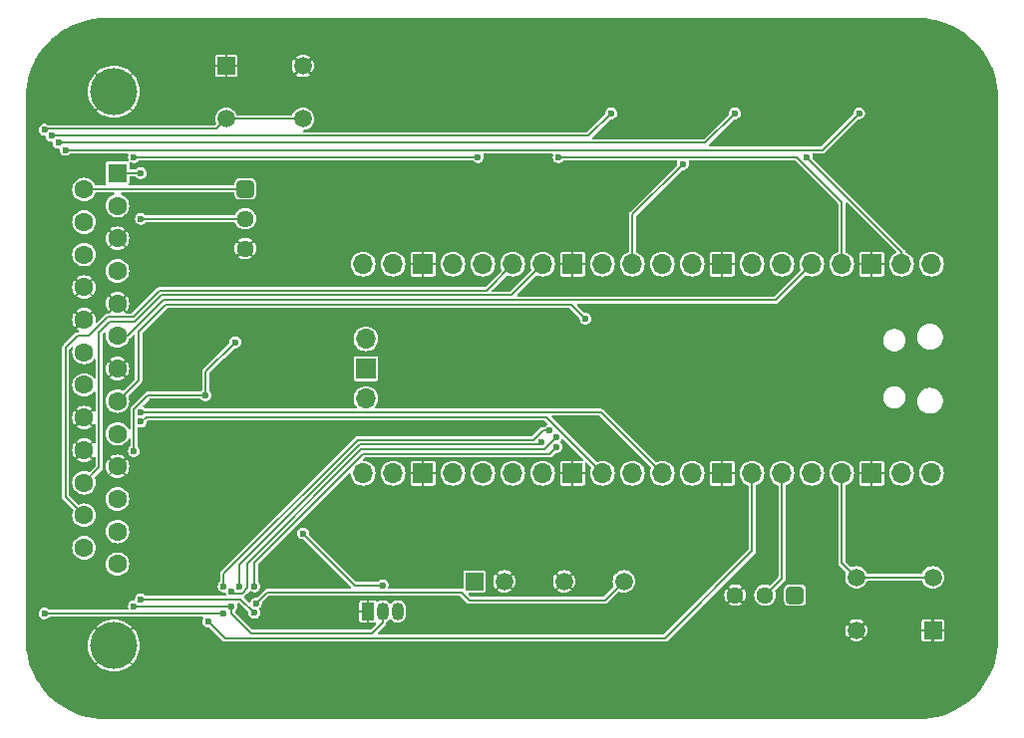
<source format=gbr>
%TF.GenerationSoftware,KiCad,Pcbnew,8.0.4*%
%TF.CreationDate,2024-09-29T14:35:45-05:00*%
%TF.ProjectId,KiCad-Pi-Pico,4b694361-642d-4506-992d-5069636f2e6b,1.0*%
%TF.SameCoordinates,Original*%
%TF.FileFunction,Copper,L2,Bot*%
%TF.FilePolarity,Positive*%
%FSLAX46Y46*%
G04 Gerber Fmt 4.6, Leading zero omitted, Abs format (unit mm)*
G04 Created by KiCad (PCBNEW 8.0.4) date 2024-09-29 14:35:45*
%MOMM*%
%LPD*%
G01*
G04 APERTURE LIST*
G04 Aperture macros list*
%AMRoundRect*
0 Rectangle with rounded corners*
0 $1 Rounding radius*
0 $2 $3 $4 $5 $6 $7 $8 $9 X,Y pos of 4 corners*
0 Add a 4 corners polygon primitive as box body*
4,1,4,$2,$3,$4,$5,$6,$7,$8,$9,$2,$3,0*
0 Add four circle primitives for the rounded corners*
1,1,$1+$1,$2,$3*
1,1,$1+$1,$4,$5*
1,1,$1+$1,$6,$7*
1,1,$1+$1,$8,$9*
0 Add four rect primitives between the rounded corners*
20,1,$1+$1,$2,$3,$4,$5,0*
20,1,$1+$1,$4,$5,$6,$7,0*
20,1,$1+$1,$6,$7,$8,$9,0*
20,1,$1+$1,$8,$9,$2,$3,0*%
G04 Aperture macros list end*
%TA.AperFunction,ComponentPad*%
%ADD10R,1.500000X1.500000*%
%TD*%
%TA.AperFunction,ComponentPad*%
%ADD11C,1.500000*%
%TD*%
%TA.AperFunction,ComponentPad*%
%ADD12C,4.000000*%
%TD*%
%TA.AperFunction,ComponentPad*%
%ADD13R,1.600000X1.600000*%
%TD*%
%TA.AperFunction,ComponentPad*%
%ADD14C,1.600000*%
%TD*%
%TA.AperFunction,ComponentPad*%
%ADD15O,1.700000X1.700000*%
%TD*%
%TA.AperFunction,ComponentPad*%
%ADD16R,1.700000X1.700000*%
%TD*%
%TA.AperFunction,ComponentPad*%
%ADD17RoundRect,0.250000X-0.470000X0.470000X-0.470000X-0.470000X0.470000X-0.470000X0.470000X0.470000X0*%
%TD*%
%TA.AperFunction,ComponentPad*%
%ADD18C,1.440000*%
%TD*%
%TA.AperFunction,ComponentPad*%
%ADD19R,1.016000X1.524000*%
%TD*%
%TA.AperFunction,ComponentPad*%
%ADD20O,1.016000X1.524000*%
%TD*%
%TA.AperFunction,ComponentPad*%
%ADD21R,1.498600X1.498600*%
%TD*%
%TA.AperFunction,ComponentPad*%
%ADD22C,1.498600*%
%TD*%
%TA.AperFunction,ComponentPad*%
%ADD23RoundRect,0.250000X-0.470000X-0.470000X0.470000X-0.470000X0.470000X0.470000X-0.470000X0.470000X0*%
%TD*%
%TA.AperFunction,ViaPad*%
%ADD24C,0.600000*%
%TD*%
%TA.AperFunction,Conductor*%
%ADD25C,0.200000*%
%TD*%
G04 APERTURE END LIST*
D10*
%TO.P,U4,1,+VIN*%
%TO.N,+5V*%
X135312500Y-118080000D03*
D11*
%TO.P,U4,2,-VIN*%
%TO.N,AGND*%
X137852500Y-118080000D03*
%TO.P,U4,4,-VOUT*%
X142932500Y-118080000D03*
%TO.P,U4,6,+VOUT*%
%TO.N,+12V*%
X148012500Y-118080000D03*
%TD*%
D12*
%TO.P,J1,0,PAD*%
%TO.N,AGND*%
X104705331Y-76445000D03*
X104705331Y-123545000D03*
D13*
%TO.P,J1,1,1*%
%TO.N,Net-(U2-VOUT)*%
X105005331Y-83375000D03*
D14*
%TO.P,J1,2,2*%
%TO.N,unconnected-(J1-Pad2)*%
X105005331Y-86145000D03*
%TO.P,J1,3,3*%
%TO.N,AGND*%
X105005331Y-88915000D03*
%TO.P,J1,4,4*%
%TO.N,unconnected-(J1-Pad4)*%
X105005331Y-91685000D03*
%TO.P,J1,5,5*%
%TO.N,AGND*%
X105005331Y-94455000D03*
%TO.P,J1,6,6*%
%TO.N,Net-(U1-GP3)*%
X105005331Y-97225000D03*
%TO.P,J1,7,7*%
%TO.N,AGND*%
X105005331Y-99995000D03*
%TO.P,J1,8,8*%
%TO.N,Net-(U1-GP9)*%
X105005331Y-102765000D03*
%TO.P,J1,9,9*%
%TO.N,Net-(Q4-D)*%
X105005331Y-105535000D03*
%TO.P,J1,10,10*%
%TO.N,AGND*%
X105005331Y-108305000D03*
%TO.P,J1,11,11*%
%TO.N,unconnected-(J1-Pad11)*%
X105005331Y-111075000D03*
%TO.P,J1,12,12*%
%TO.N,unconnected-(J1-Pad12)*%
X105005331Y-113845000D03*
%TO.P,J1,13,13*%
%TO.N,unconnected-(J1-Pad13)*%
X105005331Y-116615000D03*
%TO.P,J1,14,P14*%
%TO.N,Net-(J1-P14)*%
X102165331Y-84760000D03*
%TO.P,J1,15,P15*%
%TO.N,Net-(J1-P15)*%
X102165331Y-87530000D03*
%TO.P,J1,16,P16*%
%TO.N,Net-(J1-P16)*%
X102165331Y-90300000D03*
%TO.P,J1,17,P17*%
%TO.N,AGND*%
X102165331Y-93070000D03*
%TO.P,J1,18,P18*%
X102165331Y-95840000D03*
%TO.P,J1,19,P19*%
%TO.N,Net-(J1-P19)*%
X102165331Y-98610000D03*
%TO.P,J1,20,P20*%
%TO.N,Net-(J1-P20)*%
X102165331Y-101380000D03*
%TO.P,J1,21,P21*%
%TO.N,AGND*%
X102165331Y-104150000D03*
%TO.P,J1,22,P22*%
X102165331Y-106920000D03*
%TO.P,J1,23,P23*%
%TO.N,Net-(J1-P23)*%
X102165331Y-109690000D03*
%TO.P,J1,24,P24*%
%TO.N,Net-(J1-P24)*%
X102165331Y-112460000D03*
%TO.P,J1,25,P25*%
%TO.N,unconnected-(J1-P25-Pad25)*%
X102165331Y-115230000D03*
%TD*%
D15*
%TO.P,U1,1,GP0*%
%TO.N,Net-(Q1-G)*%
X174130000Y-91110000D03*
%TO.P,U1,2,GP1*%
%TO.N,Net-(Q2-G)*%
X171590000Y-91110000D03*
D16*
%TO.P,U1,3,GND*%
%TO.N,AGND*%
X169050000Y-91110000D03*
D15*
%TO.P,U1,4,GP2*%
%TO.N,Net-(Q4-G)*%
X166510000Y-91110000D03*
%TO.P,U1,5,GP3*%
%TO.N,Net-(U1-GP3)*%
X163970000Y-91110000D03*
%TO.P,U1,6,GP4*%
%TO.N,Net-(U1-GP4)*%
X161430000Y-91110000D03*
%TO.P,U1,7,GP5*%
%TO.N,Net-(U1-GP5)*%
X158890000Y-91110000D03*
D16*
%TO.P,U1,8,GND*%
%TO.N,AGND*%
X156350000Y-91110000D03*
D15*
%TO.P,U1,9,GP6*%
%TO.N,Net-(U1-GP6)*%
X153810000Y-91110000D03*
%TO.P,U1,10,GP7*%
%TO.N,Net-(U1-GP7)*%
X151270000Y-91110000D03*
%TO.P,U1,11,GP8*%
%TO.N,Net-(Q3-G)*%
X148730000Y-91110000D03*
%TO.P,U1,12,GP9*%
%TO.N,Net-(U1-GP9)*%
X146190000Y-91110000D03*
D16*
%TO.P,U1,13,GND*%
%TO.N,AGND*%
X143650000Y-91110000D03*
D15*
%TO.P,U1,14,GP10*%
%TO.N,Net-(J1-P23)*%
X141110000Y-91110000D03*
%TO.P,U1,15,GP11*%
%TO.N,Net-(J1-P24)*%
X138570000Y-91110000D03*
%TO.P,U1,16,GP12*%
%TO.N,unconnected-(U1-GP12-Pad16)_1*%
X136030000Y-91110000D03*
%TO.P,U1,17,GP13*%
%TO.N,unconnected-(U1-GP13-Pad17)*%
X133490000Y-91110000D03*
D16*
%TO.P,U1,18,GND*%
%TO.N,AGND*%
X130950000Y-91110000D03*
D15*
%TO.P,U1,19,GP14*%
%TO.N,unconnected-(U1-GP14-Pad19)_1*%
X128410000Y-91110000D03*
%TO.P,U1,20,GP15*%
%TO.N,unconnected-(U1-GP15-Pad20)_1*%
X125870000Y-91110000D03*
%TO.P,U1,21,GP16*%
%TO.N,unconnected-(U1-GP16-Pad21)_1*%
X125870000Y-108890000D03*
%TO.P,U1,22,GP17*%
%TO.N,unconnected-(U1-GP17-Pad22)*%
X128410000Y-108890000D03*
D16*
%TO.P,U1,23,GND*%
%TO.N,AGND*%
X130950000Y-108890000D03*
D15*
%TO.P,U1,24,GP18*%
%TO.N,unconnected-(U1-GP18-Pad24)*%
X133490000Y-108890000D03*
%TO.P,U1,25,GP19*%
%TO.N,unconnected-(U1-GP19-Pad25)*%
X136030000Y-108890000D03*
%TO.P,U1,26,GP20*%
%TO.N,unconnected-(U1-GP20-Pad26)_1*%
X138570000Y-108890000D03*
%TO.P,U1,27,GP21*%
%TO.N,unconnected-(U1-GP21-Pad27)_1*%
X141110000Y-108890000D03*
D16*
%TO.P,U1,28,GND*%
%TO.N,AGND*%
X143650000Y-108890000D03*
D15*
%TO.P,U1,29,GP22*%
%TO.N,Net-(J1-P19)*%
X146190000Y-108890000D03*
%TO.P,U1,30,~{RUN}*%
%TO.N,unconnected-(U1-~{RUN}-Pad30)_1*%
X148730000Y-108890000D03*
%TO.P,U1,31,GP26*%
%TO.N,Net-(U1-GP26)*%
X151270000Y-108890000D03*
%TO.P,U1,32,GP27*%
%TO.N,unconnected-(U1-GP27-Pad32)*%
X153810000Y-108890000D03*
D16*
%TO.P,U1,33,AGND*%
%TO.N,AGND*%
X156350000Y-108890000D03*
D15*
%TO.P,U1,34,GP28*%
%TO.N,Net-(U1-GP28)*%
X158890000Y-108890000D03*
%TO.P,U1,35,ADC_VREF*%
%TO.N,+3.3VADC*%
X161430000Y-108890000D03*
%TO.P,U1,36,3V3_OUT*%
%TO.N,+3.3V*%
X163970000Y-108890000D03*
%TO.P,U1,37,3V3_EN*%
%TO.N,Net-(U1-3V3_EN)*%
X166510000Y-108890000D03*
D16*
%TO.P,U1,38,GND*%
%TO.N,AGND*%
X169050000Y-108890000D03*
D15*
%TO.P,U1,39,VSYS*%
%TO.N,+5V*%
X171590000Y-108890000D03*
%TO.P,U1,40,VBUS*%
X174130000Y-108890000D03*
%TO.P,U1,41*%
%TO.N,N/C*%
X126100000Y-97460000D03*
D16*
%TO.P,U1,42*%
X126100000Y-100000000D03*
D15*
%TO.P,U1,43*%
X126100000Y-102540000D03*
%TD*%
D17*
%TO.P,RV1,1,1*%
%TO.N,+5V*%
X162540000Y-119250000D03*
D18*
%TO.P,RV1,2,2*%
%TO.N,+3.3VADC*%
X160000000Y-119250000D03*
%TO.P,RV1,3,3*%
%TO.N,AGND*%
X157460000Y-119250000D03*
%TD*%
D19*
%TO.P,U5,1,ANODE*%
%TO.N,AGND*%
X126260000Y-120635000D03*
D20*
%TO.P,U5,2,CATHODE*%
%TO.N,+2V5REF*%
X127530000Y-120635000D03*
%TO.P,U5,3,NC*%
%TO.N,unconnected-(U5-NC-Pad3)*%
X128800000Y-120635000D03*
%TD*%
D21*
%TO.P,SW1,1,1*%
%TO.N,AGND*%
X174250001Y-122239401D03*
D22*
%TO.P,SW1,2,2*%
X167750000Y-122239401D03*
%TO.P,SW1,3,3*%
%TO.N,Net-(U1-3V3_EN)*%
X174250001Y-117739400D03*
%TO.P,SW1,4,4*%
X167750000Y-117739400D03*
%TD*%
D23*
%TO.P,RV2,1,1*%
%TO.N,Net-(J1-P14)*%
X115852500Y-84710000D03*
D18*
%TO.P,RV2,2,2*%
%TO.N,Net-(U1-GP26)*%
X115852500Y-87250000D03*
%TO.P,RV2,3,3*%
%TO.N,AGND*%
X115852500Y-89790000D03*
%TD*%
D21*
%TO.P,SW2,1,1*%
%TO.N,AGND*%
X114249999Y-74260599D03*
D22*
%TO.P,SW2,2,2*%
X120750000Y-74260599D03*
%TO.P,SW2,3,3*%
%TO.N,Net-(U2-~{RESET})*%
X114249999Y-78760600D03*
%TO.P,SW2,4,4*%
X120750000Y-78760600D03*
%TD*%
D24*
%TO.N,Net-(U2-~{RESET})*%
X114017244Y-120800000D03*
X98800000Y-79675000D03*
X98800000Y-120800000D03*
%TO.N,Net-(Q4-D)*%
X135625000Y-82000000D03*
X106400000Y-82000000D03*
%TO.N,Net-(U1-GP9)*%
X144750000Y-95750000D03*
%TO.N,Net-(J1-P19)*%
X107000000Y-104500003D03*
%TO.N,Net-(J1-P15)*%
X100600000Y-81400000D03*
X167975000Y-78300000D03*
%TO.N,Net-(U2-VOUT)*%
X107000000Y-83375000D03*
X107000000Y-119600000D03*
X116625000Y-120750000D03*
%TO.N,Net-(J1-P16)*%
X100000000Y-80800520D03*
X157425000Y-78300000D03*
%TO.N,Net-(J1-P20)*%
X146925000Y-78300000D03*
X99400000Y-80204657D03*
%TO.N,Net-(Q2-G)*%
X163525000Y-82000000D03*
%TO.N,Net-(Q3-G)*%
X153025000Y-82600000D03*
%TO.N,Net-(Q4-G)*%
X142475000Y-82000000D03*
%TO.N,+2V5REF*%
X115000000Y-97750000D03*
X106400000Y-120200000D03*
X114675000Y-120200000D03*
X112500000Y-102250000D03*
X127530000Y-118400000D03*
X106400000Y-107000000D03*
X120750000Y-114000000D03*
%TO.N,Net-(U1-GP26)*%
X107000000Y-103700000D03*
X107000000Y-87250000D03*
%TO.N,Net-(U1-GP5)*%
X114674999Y-118966372D03*
X142271598Y-105820128D03*
%TO.N,Net-(U1-GP4)*%
X116625000Y-118500000D03*
X142297945Y-106642311D03*
%TO.N,Net-(U1-GP7)*%
X115325000Y-118500000D03*
X140996598Y-106246598D03*
%TO.N,Net-(U1-GP6)*%
X141705911Y-105254441D03*
X114025000Y-118500000D03*
%TO.N,AGND*%
X153020000Y-75700000D03*
X174030000Y-75800000D03*
X120000000Y-102500000D03*
X163530000Y-75800000D03*
X112800000Y-119000000D03*
X142480000Y-75800000D03*
X115975000Y-121250000D03*
X112500000Y-103100000D03*
X115000000Y-96250000D03*
%TO.N,+12V*%
X116756520Y-119960883D03*
%TO.N,Net-(U1-GP28)*%
X112725000Y-121500000D03*
%TD*%
D25*
%TO.N,Net-(U2-~{RESET})*%
X98870343Y-79604657D02*
X113405942Y-79604657D01*
X98800000Y-120800000D02*
X114017244Y-120800000D01*
X98800000Y-79675000D02*
X98870343Y-79604657D01*
X120750000Y-78760600D02*
X114249999Y-78760600D01*
X113405942Y-79604657D02*
X114249999Y-78760600D01*
%TO.N,Net-(Q4-D)*%
X135625000Y-82000000D02*
X106400000Y-82000000D01*
%TO.N,Net-(U1-GP9)*%
X106800000Y-100970331D02*
X106800000Y-96831371D01*
X143550000Y-94550000D02*
X144750000Y-95750000D01*
X109081371Y-94550000D02*
X143550000Y-94550000D01*
X105005331Y-102765000D02*
X106800000Y-100970331D01*
X106800000Y-96831371D02*
X109081371Y-94550000D01*
%TO.N,Net-(J1-P19)*%
X107000000Y-104500003D02*
X107048526Y-104500003D01*
X107048526Y-104500003D02*
X107448529Y-104100000D01*
X141400000Y-104100000D02*
X146190000Y-108890000D01*
X107448529Y-104100000D02*
X141400000Y-104100000D01*
%TO.N,Net-(U1-GP3)*%
X105840685Y-97225000D02*
X105005331Y-97225000D01*
X108915685Y-94150000D02*
X105840685Y-97225000D01*
X160930000Y-94150000D02*
X163970000Y-91110000D01*
X108915685Y-94150000D02*
X160930000Y-94150000D01*
%TO.N,Net-(J1-P15)*%
X100600000Y-81400000D02*
X164875000Y-81400000D01*
X164875000Y-81400000D02*
X167975000Y-78300000D01*
%TO.N,Net-(U2-VOUT)*%
X107000000Y-83375000D02*
X105005331Y-83375000D01*
X107000000Y-119600000D02*
X115475000Y-119600000D01*
X115475000Y-119600000D02*
X116625000Y-120750000D01*
%TO.N,Net-(J1-P14)*%
X115852500Y-84710000D02*
X102215331Y-84710000D01*
%TO.N,Net-(J1-P16)*%
X100000520Y-80800000D02*
X154925000Y-80800000D01*
X100000000Y-80800520D02*
X100000520Y-80800000D01*
X154925000Y-80800000D02*
X157425000Y-78300000D01*
%TO.N,Net-(J1-P23)*%
X104365686Y-96000000D02*
X106500000Y-96000000D01*
X103450000Y-96915686D02*
X104365686Y-96000000D01*
X103450000Y-108405332D02*
X103450000Y-96915686D01*
X138470000Y-93750000D02*
X141110000Y-91110000D01*
X106500000Y-96000000D02*
X108750000Y-93750000D01*
X102165332Y-109690000D02*
X103450000Y-108405332D01*
X108750000Y-93750000D02*
X138470000Y-93750000D01*
%TO.N,Net-(J1-P24)*%
X108584314Y-93350000D02*
X136330000Y-93350000D01*
X100600000Y-98200000D02*
X101600000Y-97200000D01*
X101600000Y-97200000D02*
X102600000Y-97200000D01*
X102165331Y-112460000D02*
X100600000Y-110894669D01*
X102600000Y-97200000D02*
X104200000Y-95600000D01*
X104200000Y-95600000D02*
X106334314Y-95600000D01*
X100600000Y-110894669D02*
X100600000Y-98200000D01*
X106334314Y-95600000D02*
X108584314Y-93350000D01*
X136330000Y-93350000D02*
X138570000Y-91110000D01*
%TO.N,Net-(J1-P20)*%
X145025000Y-80200000D02*
X146925000Y-78300000D01*
X99400000Y-80204657D02*
X99404657Y-80200000D01*
X99404657Y-80200000D02*
X145025000Y-80200000D01*
%TO.N,Net-(Q2-G)*%
X171590000Y-91110000D02*
X171590000Y-90065000D01*
X171590000Y-90065000D02*
X163525000Y-82000000D01*
%TO.N,Net-(Q3-G)*%
X148730000Y-86895000D02*
X148730000Y-91110000D01*
X153025000Y-82600000D02*
X148730000Y-86895000D01*
%TO.N,Net-(Q4-G)*%
X166510000Y-85835000D02*
X162675000Y-82000000D01*
X162675000Y-82000000D02*
X142475000Y-82000000D01*
X166510000Y-91110000D02*
X166510000Y-85835000D01*
%TO.N,+2V5REF*%
X107600000Y-102250000D02*
X112500000Y-102250000D01*
X114675000Y-120200000D02*
X114675000Y-120798529D01*
X106400000Y-107000000D02*
X106400000Y-103450000D01*
X127530000Y-121597000D02*
X127530000Y-120635000D01*
X106400000Y-120200000D02*
X114675000Y-120200000D01*
X120750000Y-114000000D02*
X125150000Y-118400000D01*
X114675000Y-120798529D02*
X116376471Y-122500000D01*
X126627000Y-122500000D02*
X127530000Y-121597000D01*
X106400000Y-103450000D02*
X107600000Y-102250000D01*
X112500000Y-102250000D02*
X112500000Y-100250000D01*
X112500000Y-100250000D02*
X115000000Y-97750000D01*
X116376471Y-122500000D02*
X126627000Y-122500000D01*
X125150000Y-118400000D02*
X127530000Y-118400000D01*
%TO.N,+3.3VADC*%
X161430000Y-117820000D02*
X161430000Y-108890000D01*
X160000000Y-119250000D02*
X161430000Y-117820000D01*
%TO.N,Net-(U1-GP26)*%
X146080000Y-103700000D02*
X151270000Y-108890000D01*
X107000000Y-103700000D02*
X146080000Y-103700000D01*
X107000000Y-87250000D02*
X115852500Y-87250000D01*
%TO.N,Net-(U1-3V3_EN)*%
X166510000Y-108890000D02*
X166510000Y-116499400D01*
X166510000Y-116499400D02*
X167750000Y-117739400D01*
X167750000Y-117739400D02*
X174250001Y-117739400D01*
%TO.N,Net-(U1-GP5)*%
X116025000Y-116542968D02*
X125717968Y-106850000D01*
X141241726Y-106850000D02*
X142271598Y-105820128D01*
X125717968Y-106850000D02*
X141241726Y-106850000D01*
X115575000Y-119100000D02*
X116025000Y-118650000D01*
X114674999Y-118966372D02*
X114808627Y-119100000D01*
X116025000Y-118650000D02*
X116025000Y-116542968D01*
X114808627Y-119100000D02*
X115575000Y-119100000D01*
%TO.N,Net-(U1-GP4)*%
X142297945Y-106642311D02*
X141690256Y-107250000D01*
X141690256Y-107250000D02*
X125883654Y-107250000D01*
X116625000Y-116508654D02*
X116625000Y-118500000D01*
X125883654Y-107250000D02*
X116625000Y-116508654D01*
%TO.N,Net-(U1-GP7)*%
X115325000Y-118500000D02*
X115325000Y-116677283D01*
X140793196Y-106450000D02*
X140996598Y-106246598D01*
X115325000Y-116677283D02*
X125552282Y-106450000D01*
X125552282Y-106450000D02*
X140793196Y-106450000D01*
%TO.N,Net-(U1-GP6)*%
X125386596Y-106050000D02*
X114025000Y-117411596D01*
X141140226Y-105254441D02*
X140344667Y-106050000D01*
X141705911Y-105254441D02*
X141140226Y-105254441D01*
X140344667Y-106050000D02*
X125386596Y-106050000D01*
X114025000Y-117411596D02*
X114025000Y-118500000D01*
%TO.N,+12V*%
X134192500Y-119000000D02*
X134892500Y-119700000D01*
X134892500Y-119700000D02*
X146392500Y-119700000D01*
X116756520Y-119960883D02*
X117717403Y-119000000D01*
X146392500Y-119700000D02*
X148012500Y-118080000D01*
X117717403Y-119000000D02*
X134192500Y-119000000D01*
%TO.N,Net-(U1-GP28)*%
X112725000Y-121500000D02*
X114125000Y-122900000D01*
X114125000Y-122900000D02*
X151500000Y-122900000D01*
X158890000Y-115510000D02*
X158890000Y-108890000D01*
X151500000Y-122900000D02*
X158890000Y-115510000D01*
%TD*%
%TA.AperFunction,Conductor*%
%TO.N,AGND*%
G36*
X173001844Y-70200569D02*
G01*
X173504431Y-70219374D01*
X173511794Y-70219926D01*
X174004742Y-70275468D01*
X174009739Y-70276031D01*
X174017059Y-70277135D01*
X174263222Y-70323711D01*
X174509388Y-70370288D01*
X174516600Y-70371934D01*
X175000620Y-70501627D01*
X175007689Y-70503808D01*
X175480638Y-70669300D01*
X175487524Y-70672002D01*
X175946800Y-70872382D01*
X175953471Y-70875595D01*
X176396471Y-71109727D01*
X176402882Y-71113428D01*
X176827163Y-71380021D01*
X176833279Y-71384191D01*
X177236446Y-71681743D01*
X177242228Y-71686354D01*
X177622016Y-72013188D01*
X177627444Y-72018223D01*
X177981776Y-72372555D01*
X177986811Y-72377983D01*
X178313645Y-72757771D01*
X178318261Y-72763559D01*
X178615807Y-73166719D01*
X178619978Y-73172836D01*
X178886571Y-73597117D01*
X178890272Y-73603528D01*
X179124404Y-74046528D01*
X179127617Y-74053199D01*
X179327997Y-74512475D01*
X179330701Y-74519366D01*
X179496190Y-74992307D01*
X179498373Y-74999382D01*
X179628064Y-75483396D01*
X179629711Y-75490614D01*
X179722864Y-75982940D01*
X179723968Y-75990260D01*
X179780072Y-76488194D01*
X179780625Y-76495577D01*
X179799431Y-76998155D01*
X179799500Y-77001857D01*
X179799500Y-122998142D01*
X179799431Y-123001844D01*
X179780625Y-123504422D01*
X179780072Y-123511805D01*
X179723968Y-124009739D01*
X179722864Y-124017059D01*
X179629711Y-124509385D01*
X179628064Y-124516603D01*
X179498373Y-125000617D01*
X179496190Y-125007692D01*
X179330701Y-125480633D01*
X179327997Y-125487524D01*
X179127617Y-125946800D01*
X179124404Y-125953471D01*
X178890272Y-126396471D01*
X178886571Y-126402882D01*
X178619978Y-126827163D01*
X178615807Y-126833280D01*
X178318261Y-127236440D01*
X178313645Y-127242228D01*
X177986811Y-127622016D01*
X177981776Y-127627444D01*
X177627444Y-127981776D01*
X177622016Y-127986811D01*
X177242228Y-128313645D01*
X177236440Y-128318261D01*
X176833280Y-128615807D01*
X176827163Y-128619978D01*
X176402882Y-128886571D01*
X176396471Y-128890272D01*
X175953471Y-129124404D01*
X175946800Y-129127617D01*
X175487524Y-129327997D01*
X175480633Y-129330701D01*
X175007692Y-129496190D01*
X175000617Y-129498373D01*
X174516603Y-129628064D01*
X174509385Y-129629711D01*
X174017059Y-129722864D01*
X174009739Y-129723968D01*
X173511805Y-129780072D01*
X173504422Y-129780625D01*
X173001844Y-129799431D01*
X172998142Y-129799500D01*
X104001858Y-129799500D01*
X103998156Y-129799431D01*
X103495577Y-129780625D01*
X103488194Y-129780072D01*
X102990260Y-129723968D01*
X102982940Y-129722864D01*
X102490614Y-129629711D01*
X102483396Y-129628064D01*
X101999382Y-129498373D01*
X101992307Y-129496190D01*
X101519366Y-129330701D01*
X101512475Y-129327997D01*
X101053199Y-129127617D01*
X101046528Y-129124404D01*
X100603528Y-128890272D01*
X100597117Y-128886571D01*
X100172836Y-128619978D01*
X100166719Y-128615807D01*
X99763559Y-128318261D01*
X99757771Y-128313645D01*
X99377983Y-127986811D01*
X99372555Y-127981776D01*
X99018223Y-127627444D01*
X99013188Y-127622016D01*
X98686354Y-127242228D01*
X98681738Y-127236440D01*
X98384192Y-126833280D01*
X98380021Y-126827163D01*
X98113428Y-126402882D01*
X98109727Y-126396471D01*
X97875595Y-125953471D01*
X97872382Y-125946800D01*
X97672000Y-125487520D01*
X97669298Y-125480633D01*
X97604034Y-125294120D01*
X97503808Y-125007689D01*
X97501626Y-125000617D01*
X97371935Y-124516603D01*
X97370288Y-124509385D01*
X97277135Y-124017059D01*
X97276031Y-124009739D01*
X97265882Y-123919668D01*
X97223667Y-123544999D01*
X102500611Y-123544999D01*
X102500611Y-123545000D01*
X102519472Y-123832771D01*
X102575737Y-124115631D01*
X102668437Y-124388716D01*
X102795987Y-124647360D01*
X102956206Y-124887143D01*
X102956210Y-124887148D01*
X103080282Y-125028625D01*
X103503248Y-124605659D01*
X103644670Y-124747081D01*
X103221704Y-125170047D01*
X103363182Y-125294120D01*
X103363187Y-125294124D01*
X103602970Y-125454343D01*
X103861614Y-125581893D01*
X104134699Y-125674593D01*
X104417559Y-125730858D01*
X104705331Y-125749720D01*
X104993102Y-125730858D01*
X105275962Y-125674593D01*
X105549047Y-125581893D01*
X105807691Y-125454343D01*
X106047474Y-125294124D01*
X106047479Y-125294121D01*
X106188956Y-125170047D01*
X105765991Y-124747082D01*
X105907413Y-124605660D01*
X106330378Y-125028625D01*
X106454452Y-124887148D01*
X106454455Y-124887143D01*
X106614674Y-124647360D01*
X106742224Y-124388716D01*
X106834924Y-124115631D01*
X106891189Y-123832771D01*
X106910051Y-123545000D01*
X106910051Y-123544999D01*
X106891189Y-123257228D01*
X106834924Y-122974368D01*
X106742224Y-122701283D01*
X106614674Y-122442639D01*
X106454455Y-122202856D01*
X106454451Y-122202851D01*
X106330378Y-122061373D01*
X105907412Y-122484339D01*
X105765990Y-122342917D01*
X106188956Y-121919951D01*
X106047479Y-121795879D01*
X106047474Y-121795875D01*
X105807691Y-121635656D01*
X105549047Y-121508106D01*
X105275962Y-121415406D01*
X104993102Y-121359141D01*
X104705331Y-121340280D01*
X104417559Y-121359141D01*
X104134699Y-121415406D01*
X103861614Y-121508106D01*
X103602970Y-121635656D01*
X103363187Y-121795875D01*
X103363173Y-121795885D01*
X103221704Y-121919951D01*
X103644671Y-122342918D01*
X103503249Y-122484340D01*
X103080282Y-122061373D01*
X102956216Y-122202842D01*
X102956206Y-122202856D01*
X102795987Y-122442639D01*
X102668437Y-122701283D01*
X102575737Y-122974368D01*
X102519472Y-123257228D01*
X102500611Y-123544999D01*
X97223667Y-123544999D01*
X97219926Y-123511794D01*
X97219374Y-123504422D01*
X97210122Y-123257167D01*
X97200569Y-123001844D01*
X97200500Y-122998142D01*
X97200500Y-120799997D01*
X98294353Y-120799997D01*
X98294353Y-120800002D01*
X98314834Y-120942456D01*
X98360021Y-121041400D01*
X98374623Y-121073373D01*
X98468870Y-121182141D01*
X98468873Y-121182144D01*
X98589942Y-121259950D01*
X98589947Y-121259953D01*
X98692623Y-121290101D01*
X98728035Y-121300499D01*
X98728036Y-121300499D01*
X98728039Y-121300500D01*
X98728041Y-121300500D01*
X98871959Y-121300500D01*
X98871961Y-121300500D01*
X99010053Y-121259953D01*
X99131128Y-121182143D01*
X99172264Y-121134668D01*
X99224660Y-121103073D01*
X99247083Y-121100500D01*
X112203176Y-121100500D01*
X112261367Y-121119407D01*
X112297331Y-121168907D01*
X112297331Y-121230093D01*
X112293229Y-121240627D01*
X112239834Y-121357543D01*
X112219353Y-121499997D01*
X112219353Y-121500002D01*
X112239834Y-121642456D01*
X112278766Y-121727704D01*
X112299623Y-121773373D01*
X112387125Y-121874356D01*
X112393873Y-121882144D01*
X112514942Y-121959950D01*
X112514947Y-121959953D01*
X112598197Y-121984397D01*
X112653035Y-122000499D01*
X112653036Y-122000499D01*
X112653039Y-122000500D01*
X112653041Y-122000500D01*
X112759521Y-122000500D01*
X112817712Y-122019407D01*
X112829525Y-122029496D01*
X113884540Y-123084511D01*
X113884539Y-123084511D01*
X113940489Y-123140460D01*
X114009007Y-123180019D01*
X114009011Y-123180021D01*
X114085435Y-123200499D01*
X114085437Y-123200500D01*
X114085438Y-123200500D01*
X151539563Y-123200500D01*
X151539563Y-123200499D01*
X151615989Y-123180021D01*
X151684511Y-123140460D01*
X151740460Y-123084511D01*
X152585574Y-122239397D01*
X166796107Y-122239397D01*
X166796107Y-122239404D01*
X166814434Y-122425491D01*
X166814435Y-122425496D01*
X166868718Y-122604440D01*
X166868720Y-122604445D01*
X166956862Y-122769349D01*
X166956866Y-122769355D01*
X167011748Y-122836228D01*
X167335650Y-122512325D01*
X167353661Y-122543522D01*
X167445879Y-122635740D01*
X167477072Y-122653749D01*
X167153171Y-122977651D01*
X167153170Y-122977651D01*
X167220045Y-123032534D01*
X167220051Y-123032538D01*
X167384955Y-123120680D01*
X167384960Y-123120682D01*
X167563904Y-123174965D01*
X167563909Y-123174966D01*
X167749997Y-123193294D01*
X167750003Y-123193294D01*
X167936090Y-123174966D01*
X167936095Y-123174965D01*
X168115039Y-123120682D01*
X168115044Y-123120680D01*
X168279949Y-123032536D01*
X168279960Y-123032529D01*
X168346827Y-122977651D01*
X168022926Y-122653750D01*
X168054121Y-122635740D01*
X168146339Y-122543522D01*
X168164349Y-122512327D01*
X168488250Y-122836228D01*
X168543128Y-122769361D01*
X168543135Y-122769350D01*
X168631279Y-122604445D01*
X168631281Y-122604440D01*
X168685564Y-122425496D01*
X168685565Y-122425491D01*
X168703893Y-122239404D01*
X168703893Y-122239397D01*
X168685565Y-122053310D01*
X168685564Y-122053305D01*
X168631281Y-121874361D01*
X168631279Y-121874356D01*
X168543137Y-121709452D01*
X168543133Y-121709446D01*
X168488250Y-121642572D01*
X168164348Y-121966473D01*
X168146339Y-121935280D01*
X168054121Y-121843062D01*
X168022924Y-121825051D01*
X168346827Y-121501149D01*
X168346828Y-121501149D01*
X168309360Y-121470400D01*
X173300701Y-121470400D01*
X173300701Y-122139400D01*
X173300702Y-122139401D01*
X173764024Y-122139401D01*
X173754701Y-122174194D01*
X173754701Y-122304608D01*
X173764024Y-122339401D01*
X173300702Y-122339401D01*
X173300701Y-122339402D01*
X173300701Y-123008401D01*
X173312304Y-123066737D01*
X173356507Y-123132890D01*
X173356511Y-123132894D01*
X173422664Y-123177097D01*
X173481000Y-123188700D01*
X173481004Y-123188701D01*
X174150000Y-123188701D01*
X174150001Y-123188700D01*
X174150001Y-122725378D01*
X174184794Y-122734701D01*
X174315208Y-122734701D01*
X174350001Y-122725378D01*
X174350001Y-123188700D01*
X174350002Y-123188701D01*
X175018998Y-123188701D01*
X175019001Y-123188700D01*
X175077337Y-123177097D01*
X175143490Y-123132894D01*
X175143494Y-123132890D01*
X175187697Y-123066737D01*
X175199300Y-123008401D01*
X175199301Y-123008398D01*
X175199301Y-122339402D01*
X175199300Y-122339401D01*
X174735978Y-122339401D01*
X174745301Y-122304608D01*
X174745301Y-122174194D01*
X174735978Y-122139401D01*
X175199300Y-122139401D01*
X175199301Y-122139400D01*
X175199301Y-121470403D01*
X175199300Y-121470400D01*
X175187697Y-121412064D01*
X175143494Y-121345911D01*
X175143490Y-121345907D01*
X175077337Y-121301704D01*
X175019001Y-121290101D01*
X174350002Y-121290101D01*
X174350001Y-121290102D01*
X174350001Y-121753423D01*
X174315208Y-121744101D01*
X174184794Y-121744101D01*
X174150001Y-121753423D01*
X174150001Y-121290102D01*
X174150000Y-121290101D01*
X173481000Y-121290101D01*
X173422664Y-121301704D01*
X173356511Y-121345907D01*
X173356507Y-121345911D01*
X173312304Y-121412064D01*
X173300701Y-121470400D01*
X168309360Y-121470400D01*
X168279954Y-121446267D01*
X168279948Y-121446263D01*
X168115044Y-121358121D01*
X168115039Y-121358119D01*
X167936095Y-121303836D01*
X167936090Y-121303835D01*
X167750003Y-121285508D01*
X167749997Y-121285508D01*
X167563909Y-121303835D01*
X167563904Y-121303836D01*
X167384960Y-121358119D01*
X167384955Y-121358121D01*
X167220051Y-121446264D01*
X167220041Y-121446270D01*
X167153171Y-121501149D01*
X167477073Y-121825051D01*
X167445879Y-121843062D01*
X167353661Y-121935280D01*
X167335650Y-121966474D01*
X167011748Y-121642572D01*
X166956869Y-121709442D01*
X166956863Y-121709452D01*
X166868720Y-121874356D01*
X166868718Y-121874361D01*
X166814435Y-122053305D01*
X166814434Y-122053310D01*
X166796107Y-122239397D01*
X152585574Y-122239397D01*
X155574971Y-119250000D01*
X156534932Y-119250000D01*
X156555147Y-119442333D01*
X156614910Y-119626263D01*
X156614912Y-119626268D01*
X156711602Y-119793737D01*
X156711606Y-119793743D01*
X156741562Y-119827013D01*
X157115414Y-119453161D01*
X157139920Y-119495606D01*
X157214394Y-119570080D01*
X157256836Y-119594583D01*
X156883263Y-119968157D01*
X156883263Y-119968158D01*
X156997461Y-120051129D01*
X156997468Y-120051133D01*
X157174135Y-120129790D01*
X157174141Y-120129792D01*
X157363307Y-120170000D01*
X157556693Y-120170000D01*
X157745858Y-120129792D01*
X157745864Y-120129790D01*
X157922531Y-120051133D01*
X157922537Y-120051129D01*
X158036735Y-119968158D01*
X158036735Y-119968157D01*
X157663162Y-119594584D01*
X157705606Y-119570080D01*
X157780080Y-119495606D01*
X157804584Y-119453161D01*
X158178436Y-119827013D01*
X158208393Y-119793743D01*
X158208401Y-119793733D01*
X158305087Y-119626268D01*
X158305089Y-119626263D01*
X158364852Y-119442333D01*
X158385067Y-119250000D01*
X159074430Y-119250000D01*
X159094645Y-119442333D01*
X159094657Y-119442442D01*
X159154448Y-119626458D01*
X159154454Y-119626472D01*
X159220029Y-119740049D01*
X159251198Y-119794036D01*
X159347058Y-119900500D01*
X159376219Y-119932887D01*
X159380673Y-119937833D01*
X159537215Y-120051567D01*
X159537219Y-120051569D01*
X159537221Y-120051570D01*
X159550637Y-120057543D01*
X159713983Y-120130269D01*
X159903252Y-120170500D01*
X159903254Y-120170500D01*
X160096746Y-120170500D01*
X160096748Y-120170500D01*
X160286017Y-120130269D01*
X160462785Y-120051567D01*
X160619327Y-119937833D01*
X160748802Y-119794036D01*
X160845550Y-119626463D01*
X160905344Y-119442437D01*
X160925570Y-119250000D01*
X160905344Y-119057563D01*
X160853477Y-118897936D01*
X160853477Y-118836753D01*
X160877626Y-118797343D01*
X160949244Y-118725725D01*
X161619500Y-118725725D01*
X161619500Y-119774274D01*
X161622353Y-119804694D01*
X161622355Y-119804703D01*
X161667207Y-119932883D01*
X161747845Y-120042144D01*
X161747847Y-120042146D01*
X161747850Y-120042150D01*
X161747853Y-120042152D01*
X161747855Y-120042154D01*
X161857116Y-120122792D01*
X161857117Y-120122792D01*
X161857118Y-120122793D01*
X161985301Y-120167646D01*
X162015725Y-120170499D01*
X162015727Y-120170500D01*
X162015734Y-120170500D01*
X163064273Y-120170500D01*
X163064273Y-120170499D01*
X163094699Y-120167646D01*
X163222882Y-120122793D01*
X163332150Y-120042150D01*
X163412793Y-119932882D01*
X163457646Y-119804699D01*
X163460499Y-119774273D01*
X163460500Y-119774273D01*
X163460500Y-118725727D01*
X163460499Y-118725725D01*
X163458674Y-118706262D01*
X163457646Y-118695301D01*
X163412793Y-118567118D01*
X163394592Y-118542457D01*
X163332154Y-118457855D01*
X163332152Y-118457853D01*
X163332150Y-118457850D01*
X163332146Y-118457847D01*
X163332144Y-118457845D01*
X163222883Y-118377207D01*
X163094703Y-118332355D01*
X163094694Y-118332353D01*
X163064274Y-118329500D01*
X163064266Y-118329500D01*
X162015734Y-118329500D01*
X162015725Y-118329500D01*
X161985305Y-118332353D01*
X161985296Y-118332355D01*
X161857116Y-118377207D01*
X161747855Y-118457845D01*
X161747845Y-118457855D01*
X161667207Y-118567116D01*
X161622355Y-118695296D01*
X161622353Y-118695305D01*
X161619500Y-118725725D01*
X160949244Y-118725725D01*
X161670460Y-118004511D01*
X161707678Y-117940047D01*
X161710021Y-117935989D01*
X161730500Y-117859562D01*
X161730500Y-109970037D01*
X161749407Y-109911846D01*
X161798907Y-109875882D01*
X161800739Y-109875307D01*
X161833954Y-109865232D01*
X162016450Y-109767685D01*
X162176410Y-109636410D01*
X162307685Y-109476450D01*
X162405232Y-109293954D01*
X162465300Y-109095934D01*
X162465301Y-109095929D01*
X162485583Y-108890003D01*
X162485583Y-108889996D01*
X162914417Y-108889996D01*
X162914417Y-108890003D01*
X162934698Y-109095929D01*
X162934699Y-109095934D01*
X162994768Y-109293954D01*
X163092316Y-109476452D01*
X163223585Y-109636404D01*
X163223590Y-109636410D01*
X163223595Y-109636414D01*
X163383547Y-109767683D01*
X163383548Y-109767683D01*
X163383550Y-109767685D01*
X163566046Y-109865232D01*
X163669500Y-109896614D01*
X163764065Y-109925300D01*
X163764070Y-109925301D01*
X163969997Y-109945583D01*
X163970000Y-109945583D01*
X163970003Y-109945583D01*
X164175929Y-109925301D01*
X164175934Y-109925300D01*
X164220286Y-109911846D01*
X164373954Y-109865232D01*
X164556450Y-109767685D01*
X164716410Y-109636410D01*
X164847685Y-109476450D01*
X164945232Y-109293954D01*
X165005300Y-109095934D01*
X165005301Y-109095929D01*
X165025583Y-108890003D01*
X165025583Y-108889996D01*
X165454417Y-108889996D01*
X165454417Y-108890003D01*
X165474698Y-109095929D01*
X165474699Y-109095934D01*
X165534768Y-109293954D01*
X165632316Y-109476452D01*
X165763585Y-109636404D01*
X165763590Y-109636410D01*
X165763595Y-109636414D01*
X165923547Y-109767683D01*
X165923548Y-109767683D01*
X165923550Y-109767685D01*
X166106046Y-109865232D01*
X166139237Y-109875300D01*
X166189434Y-109910284D01*
X166209481Y-109968092D01*
X166209500Y-109970037D01*
X166209500Y-116538964D01*
X166229978Y-116615388D01*
X166229980Y-116615392D01*
X166263894Y-116674132D01*
X166269540Y-116683911D01*
X166563923Y-116978294D01*
X166848290Y-117262661D01*
X166876067Y-117317178D01*
X166869757Y-117370534D01*
X166868255Y-117374161D01*
X166813941Y-117553206D01*
X166813940Y-117553212D01*
X166795604Y-117739396D01*
X166795604Y-117739403D01*
X166813940Y-117925587D01*
X166813941Y-117925593D01*
X166868253Y-118104632D01*
X166956448Y-118269633D01*
X167047811Y-118380959D01*
X167075140Y-118414260D01*
X167219766Y-118532951D01*
X167384768Y-118621147D01*
X167464868Y-118645445D01*
X167563806Y-118675458D01*
X167563812Y-118675459D01*
X167749997Y-118693796D01*
X167750000Y-118693796D01*
X167750003Y-118693796D01*
X167936187Y-118675459D01*
X167936193Y-118675458D01*
X167944345Y-118672985D01*
X168115232Y-118621147D01*
X168280234Y-118532951D01*
X168424860Y-118414260D01*
X168543551Y-118269634D01*
X168631747Y-118104632D01*
X168631750Y-118104621D01*
X168633242Y-118101021D01*
X168672976Y-118054492D01*
X168724709Y-118039900D01*
X173275292Y-118039900D01*
X173333483Y-118058807D01*
X173366759Y-118101021D01*
X173368255Y-118104634D01*
X173456449Y-118269633D01*
X173547812Y-118380959D01*
X173575141Y-118414260D01*
X173719767Y-118532951D01*
X173884769Y-118621147D01*
X173964869Y-118645445D01*
X174063807Y-118675458D01*
X174063813Y-118675459D01*
X174249998Y-118693796D01*
X174250001Y-118693796D01*
X174250004Y-118693796D01*
X174436188Y-118675459D01*
X174436194Y-118675458D01*
X174444346Y-118672985D01*
X174615233Y-118621147D01*
X174780235Y-118532951D01*
X174924861Y-118414260D01*
X175043552Y-118269634D01*
X175131748Y-118104632D01*
X175186059Y-117925593D01*
X175189204Y-117893669D01*
X175204397Y-117739403D01*
X175204397Y-117739396D01*
X175186060Y-117553212D01*
X175186059Y-117553206D01*
X175151384Y-117438900D01*
X175131748Y-117374168D01*
X175043552Y-117209166D01*
X174924861Y-117064540D01*
X174845892Y-116999732D01*
X174780234Y-116945848D01*
X174615233Y-116857653D01*
X174436194Y-116803341D01*
X174436188Y-116803340D01*
X174250004Y-116785004D01*
X174249998Y-116785004D01*
X174063813Y-116803340D01*
X174063807Y-116803341D01*
X173884768Y-116857653D01*
X173719767Y-116945848D01*
X173575146Y-117064535D01*
X173575136Y-117064545D01*
X173456449Y-117209166D01*
X173368255Y-117374165D01*
X173366759Y-117377779D01*
X173327025Y-117424308D01*
X173275292Y-117438900D01*
X168724709Y-117438900D01*
X168666518Y-117419993D01*
X168633242Y-117377779D01*
X168631749Y-117374174D01*
X168631747Y-117374168D01*
X168543551Y-117209166D01*
X168424860Y-117064540D01*
X168345891Y-116999732D01*
X168280233Y-116945848D01*
X168115232Y-116857653D01*
X167936193Y-116803341D01*
X167936187Y-116803340D01*
X167750003Y-116785004D01*
X167749997Y-116785004D01*
X167563812Y-116803340D01*
X167563806Y-116803341D01*
X167384761Y-116857655D01*
X167381134Y-116859157D01*
X167320137Y-116863947D01*
X167273261Y-116837690D01*
X166839496Y-116403925D01*
X166811719Y-116349408D01*
X166810500Y-116333921D01*
X166810500Y-109970037D01*
X166829407Y-109911846D01*
X166878907Y-109875882D01*
X166880739Y-109875307D01*
X166913954Y-109865232D01*
X167096450Y-109767685D01*
X167256410Y-109636410D01*
X167387685Y-109476450D01*
X167485232Y-109293954D01*
X167545300Y-109095934D01*
X167545301Y-109095929D01*
X167565583Y-108890003D01*
X167565583Y-108889996D01*
X167545301Y-108684070D01*
X167545300Y-108684065D01*
X167516718Y-108589842D01*
X167485232Y-108486046D01*
X167387685Y-108303550D01*
X167334853Y-108239174D01*
X167256414Y-108143595D01*
X167256410Y-108143590D01*
X167214219Y-108108965D01*
X167106179Y-108020299D01*
X168000000Y-108020299D01*
X168000000Y-108789999D01*
X168000001Y-108790000D01*
X168548804Y-108790000D01*
X168540000Y-108822857D01*
X168540000Y-108957143D01*
X168548804Y-108990000D01*
X168000001Y-108990000D01*
X168000000Y-108990001D01*
X168000000Y-109759700D01*
X168011603Y-109818036D01*
X168055806Y-109884189D01*
X168055810Y-109884193D01*
X168121963Y-109928396D01*
X168180299Y-109939999D01*
X168180303Y-109940000D01*
X168949999Y-109940000D01*
X168950000Y-109939999D01*
X168950000Y-109391196D01*
X168982857Y-109400000D01*
X169117143Y-109400000D01*
X169150000Y-109391196D01*
X169150000Y-109939999D01*
X169150001Y-109940000D01*
X169919697Y-109940000D01*
X169919700Y-109939999D01*
X169978036Y-109928396D01*
X170044189Y-109884193D01*
X170044193Y-109884189D01*
X170088396Y-109818036D01*
X170099999Y-109759700D01*
X170100000Y-109759697D01*
X170100000Y-108990001D01*
X170099999Y-108990000D01*
X169551196Y-108990000D01*
X169560000Y-108957143D01*
X169560000Y-108889996D01*
X170534417Y-108889996D01*
X170534417Y-108890003D01*
X170554698Y-109095929D01*
X170554699Y-109095934D01*
X170614768Y-109293954D01*
X170712316Y-109476452D01*
X170843585Y-109636404D01*
X170843590Y-109636410D01*
X170843595Y-109636414D01*
X171003547Y-109767683D01*
X171003548Y-109767683D01*
X171003550Y-109767685D01*
X171186046Y-109865232D01*
X171289500Y-109896614D01*
X171384065Y-109925300D01*
X171384070Y-109925301D01*
X171589997Y-109945583D01*
X171590000Y-109945583D01*
X171590003Y-109945583D01*
X171795929Y-109925301D01*
X171795934Y-109925300D01*
X171840286Y-109911846D01*
X171993954Y-109865232D01*
X172176450Y-109767685D01*
X172336410Y-109636410D01*
X172467685Y-109476450D01*
X172565232Y-109293954D01*
X172625300Y-109095934D01*
X172625301Y-109095929D01*
X172645583Y-108890003D01*
X172645583Y-108889996D01*
X173074417Y-108889996D01*
X173074417Y-108890003D01*
X173094698Y-109095929D01*
X173094699Y-109095934D01*
X173154768Y-109293954D01*
X173252316Y-109476452D01*
X173383585Y-109636404D01*
X173383590Y-109636410D01*
X173383595Y-109636414D01*
X173543547Y-109767683D01*
X173543548Y-109767683D01*
X173543550Y-109767685D01*
X173726046Y-109865232D01*
X173829500Y-109896614D01*
X173924065Y-109925300D01*
X173924070Y-109925301D01*
X174129997Y-109945583D01*
X174130000Y-109945583D01*
X174130003Y-109945583D01*
X174335929Y-109925301D01*
X174335934Y-109925300D01*
X174380286Y-109911846D01*
X174533954Y-109865232D01*
X174716450Y-109767685D01*
X174876410Y-109636410D01*
X175007685Y-109476450D01*
X175105232Y-109293954D01*
X175165300Y-109095934D01*
X175165301Y-109095929D01*
X175185583Y-108890003D01*
X175185583Y-108889996D01*
X175165301Y-108684070D01*
X175165300Y-108684065D01*
X175136718Y-108589842D01*
X175105232Y-108486046D01*
X175007685Y-108303550D01*
X174954853Y-108239174D01*
X174876414Y-108143595D01*
X174876410Y-108143590D01*
X174834219Y-108108965D01*
X174716452Y-108012316D01*
X174533954Y-107914768D01*
X174335934Y-107854699D01*
X174335929Y-107854698D01*
X174130003Y-107834417D01*
X174129997Y-107834417D01*
X173924070Y-107854698D01*
X173924065Y-107854699D01*
X173726045Y-107914768D01*
X173543547Y-108012316D01*
X173383595Y-108143585D01*
X173383585Y-108143595D01*
X173252316Y-108303547D01*
X173154768Y-108486045D01*
X173094699Y-108684065D01*
X173094698Y-108684070D01*
X173074417Y-108889996D01*
X172645583Y-108889996D01*
X172625301Y-108684070D01*
X172625300Y-108684065D01*
X172596718Y-108589842D01*
X172565232Y-108486046D01*
X172467685Y-108303550D01*
X172414853Y-108239174D01*
X172336414Y-108143595D01*
X172336410Y-108143590D01*
X172294219Y-108108965D01*
X172176452Y-108012316D01*
X171993954Y-107914768D01*
X171795934Y-107854699D01*
X171795929Y-107854698D01*
X171590003Y-107834417D01*
X171589997Y-107834417D01*
X171384070Y-107854698D01*
X171384065Y-107854699D01*
X171186045Y-107914768D01*
X171003547Y-108012316D01*
X170843595Y-108143585D01*
X170843585Y-108143595D01*
X170712316Y-108303547D01*
X170614768Y-108486045D01*
X170554699Y-108684065D01*
X170554698Y-108684070D01*
X170534417Y-108889996D01*
X169560000Y-108889996D01*
X169560000Y-108822857D01*
X169551196Y-108790000D01*
X170099999Y-108790000D01*
X170100000Y-108789999D01*
X170100000Y-108020302D01*
X170099999Y-108020299D01*
X170088396Y-107961963D01*
X170044193Y-107895810D01*
X170044189Y-107895806D01*
X169978036Y-107851603D01*
X169919700Y-107840000D01*
X169150001Y-107840000D01*
X169150000Y-107840001D01*
X169150000Y-108388803D01*
X169117143Y-108380000D01*
X168982857Y-108380000D01*
X168950000Y-108388803D01*
X168950000Y-107840001D01*
X168949999Y-107840000D01*
X168180299Y-107840000D01*
X168121963Y-107851603D01*
X168055810Y-107895806D01*
X168055806Y-107895810D01*
X168011603Y-107961963D01*
X168000000Y-108020299D01*
X167106179Y-108020299D01*
X167096452Y-108012316D01*
X166913954Y-107914768D01*
X166715934Y-107854699D01*
X166715929Y-107854698D01*
X166510003Y-107834417D01*
X166509997Y-107834417D01*
X166304070Y-107854698D01*
X166304065Y-107854699D01*
X166106045Y-107914768D01*
X165923547Y-108012316D01*
X165763595Y-108143585D01*
X165763585Y-108143595D01*
X165632316Y-108303547D01*
X165534768Y-108486045D01*
X165474699Y-108684065D01*
X165474698Y-108684070D01*
X165454417Y-108889996D01*
X165025583Y-108889996D01*
X165005301Y-108684070D01*
X165005300Y-108684065D01*
X164976718Y-108589842D01*
X164945232Y-108486046D01*
X164847685Y-108303550D01*
X164794853Y-108239174D01*
X164716414Y-108143595D01*
X164716410Y-108143590D01*
X164674219Y-108108965D01*
X164556452Y-108012316D01*
X164373954Y-107914768D01*
X164175934Y-107854699D01*
X164175929Y-107854698D01*
X163970003Y-107834417D01*
X163969997Y-107834417D01*
X163764070Y-107854698D01*
X163764065Y-107854699D01*
X163566045Y-107914768D01*
X163383547Y-108012316D01*
X163223595Y-108143585D01*
X163223585Y-108143595D01*
X163092316Y-108303547D01*
X162994768Y-108486045D01*
X162934699Y-108684065D01*
X162934698Y-108684070D01*
X162914417Y-108889996D01*
X162485583Y-108889996D01*
X162465301Y-108684070D01*
X162465300Y-108684065D01*
X162436718Y-108589842D01*
X162405232Y-108486046D01*
X162307685Y-108303550D01*
X162254853Y-108239174D01*
X162176414Y-108143595D01*
X162176410Y-108143590D01*
X162134219Y-108108965D01*
X162016452Y-108012316D01*
X161833954Y-107914768D01*
X161635934Y-107854699D01*
X161635929Y-107854698D01*
X161430003Y-107834417D01*
X161429997Y-107834417D01*
X161224070Y-107854698D01*
X161224065Y-107854699D01*
X161026045Y-107914768D01*
X160843547Y-108012316D01*
X160683595Y-108143585D01*
X160683585Y-108143595D01*
X160552316Y-108303547D01*
X160454768Y-108486045D01*
X160394699Y-108684065D01*
X160394698Y-108684070D01*
X160374417Y-108889996D01*
X160374417Y-108890003D01*
X160394698Y-109095929D01*
X160394699Y-109095934D01*
X160454768Y-109293954D01*
X160552316Y-109476452D01*
X160683585Y-109636404D01*
X160683590Y-109636410D01*
X160683595Y-109636414D01*
X160843547Y-109767683D01*
X160843548Y-109767683D01*
X160843550Y-109767685D01*
X161026046Y-109865232D01*
X161059237Y-109875300D01*
X161109434Y-109910284D01*
X161129481Y-109968092D01*
X161129500Y-109970037D01*
X161129500Y-117654520D01*
X161110593Y-117712711D01*
X161100504Y-117724524D01*
X160451259Y-118373768D01*
X160396742Y-118401545D01*
X160340990Y-118394206D01*
X160286017Y-118369731D01*
X160286013Y-118369730D01*
X160228668Y-118357541D01*
X160096748Y-118329500D01*
X159903252Y-118329500D01*
X159801072Y-118351219D01*
X159713986Y-118369730D01*
X159713980Y-118369732D01*
X159537221Y-118448429D01*
X159537218Y-118448431D01*
X159537215Y-118448432D01*
X159537215Y-118448433D01*
X159524254Y-118457850D01*
X159380671Y-118562168D01*
X159251196Y-118705966D01*
X159251196Y-118705967D01*
X159154454Y-118873527D01*
X159154448Y-118873541D01*
X159094657Y-119057557D01*
X159094656Y-119057561D01*
X159094656Y-119057563D01*
X159074430Y-119250000D01*
X158385067Y-119250000D01*
X158364852Y-119057666D01*
X158305089Y-118873736D01*
X158305087Y-118873731D01*
X158208397Y-118706262D01*
X158208393Y-118706256D01*
X158178436Y-118672985D01*
X157804584Y-119046836D01*
X157780080Y-119004394D01*
X157705606Y-118929920D01*
X157663160Y-118905414D01*
X158036734Y-118531841D01*
X157922530Y-118448866D01*
X157922527Y-118448864D01*
X157745864Y-118370209D01*
X157745858Y-118370207D01*
X157556693Y-118330000D01*
X157363307Y-118330000D01*
X157174141Y-118370207D01*
X157174135Y-118370209D01*
X156997472Y-118448864D01*
X156997464Y-118448869D01*
X156883263Y-118531840D01*
X157256838Y-118905415D01*
X157214394Y-118929920D01*
X157139920Y-119004394D01*
X157115415Y-119046838D01*
X156741562Y-118672985D01*
X156711602Y-118706259D01*
X156711600Y-118706263D01*
X156614912Y-118873731D01*
X156614910Y-118873736D01*
X156555147Y-119057666D01*
X156534932Y-119250000D01*
X155574971Y-119250000D01*
X159130460Y-115694511D01*
X159168296Y-115628976D01*
X159168298Y-115628974D01*
X159169094Y-115627593D01*
X159170021Y-115625989D01*
X159190500Y-115549562D01*
X159190500Y-109970037D01*
X159209407Y-109911846D01*
X159258907Y-109875882D01*
X159260739Y-109875307D01*
X159293954Y-109865232D01*
X159476450Y-109767685D01*
X159636410Y-109636410D01*
X159767685Y-109476450D01*
X159865232Y-109293954D01*
X159925300Y-109095934D01*
X159925301Y-109095929D01*
X159945583Y-108890003D01*
X159945583Y-108889996D01*
X159925301Y-108684070D01*
X159925300Y-108684065D01*
X159896718Y-108589842D01*
X159865232Y-108486046D01*
X159767685Y-108303550D01*
X159714853Y-108239174D01*
X159636414Y-108143595D01*
X159636410Y-108143590D01*
X159594219Y-108108965D01*
X159476452Y-108012316D01*
X159293954Y-107914768D01*
X159095934Y-107854699D01*
X159095929Y-107854698D01*
X158890003Y-107834417D01*
X158889997Y-107834417D01*
X158684070Y-107854698D01*
X158684065Y-107854699D01*
X158486045Y-107914768D01*
X158303547Y-108012316D01*
X158143595Y-108143585D01*
X158143585Y-108143595D01*
X158012316Y-108303547D01*
X157914768Y-108486045D01*
X157854699Y-108684065D01*
X157854698Y-108684070D01*
X157834417Y-108889996D01*
X157834417Y-108890003D01*
X157854698Y-109095929D01*
X157854699Y-109095934D01*
X157914768Y-109293954D01*
X158012316Y-109476452D01*
X158143585Y-109636404D01*
X158143590Y-109636410D01*
X158143595Y-109636414D01*
X158303547Y-109767683D01*
X158303548Y-109767683D01*
X158303550Y-109767685D01*
X158486046Y-109865232D01*
X158519237Y-109875300D01*
X158569434Y-109910284D01*
X158589481Y-109968092D01*
X158589500Y-109970037D01*
X158589500Y-115344521D01*
X158570593Y-115402712D01*
X158560504Y-115414525D01*
X151404525Y-122570504D01*
X151350008Y-122598281D01*
X151334521Y-122599500D01*
X127191479Y-122599500D01*
X127133288Y-122580593D01*
X127097324Y-122531093D01*
X127097324Y-122469907D01*
X127121475Y-122430496D01*
X127412571Y-122139400D01*
X127770460Y-121781511D01*
X127775158Y-121773373D01*
X127810021Y-121712989D01*
X127830500Y-121636562D01*
X127830500Y-121593234D01*
X127849407Y-121535043D01*
X127874498Y-121510919D01*
X127889120Y-121501149D01*
X127981642Y-121439328D01*
X128080328Y-121340642D01*
X128082684Y-121337114D01*
X128130731Y-121299235D01*
X128191869Y-121296831D01*
X128242744Y-121330822D01*
X128247301Y-121337094D01*
X128249672Y-121340642D01*
X128348358Y-121439328D01*
X128394861Y-121470400D01*
X128464391Y-121516860D01*
X128464397Y-121516862D01*
X128464399Y-121516864D01*
X128593338Y-121570273D01*
X128730219Y-121597500D01*
X128730220Y-121597500D01*
X128869780Y-121597500D01*
X128869781Y-121597500D01*
X129006662Y-121570273D01*
X129135601Y-121516864D01*
X129135604Y-121516861D01*
X129135608Y-121516860D01*
X129169112Y-121494472D01*
X129251642Y-121439328D01*
X129350328Y-121340642D01*
X129417156Y-121240627D01*
X129427860Y-121224608D01*
X129427861Y-121224604D01*
X129427864Y-121224601D01*
X129481273Y-121095662D01*
X129508500Y-120958781D01*
X129508500Y-120311219D01*
X129481273Y-120174338D01*
X129427864Y-120045399D01*
X129427862Y-120045397D01*
X129427860Y-120045391D01*
X129376253Y-119968158D01*
X129350328Y-119929358D01*
X129251642Y-119830672D01*
X129198200Y-119794963D01*
X129135608Y-119753139D01*
X129135599Y-119753135D01*
X129006665Y-119699728D01*
X129006659Y-119699726D01*
X128869783Y-119672500D01*
X128869781Y-119672500D01*
X128730219Y-119672500D01*
X128730216Y-119672500D01*
X128593340Y-119699726D01*
X128593334Y-119699728D01*
X128464400Y-119753135D01*
X128464391Y-119753139D01*
X128348358Y-119830672D01*
X128348354Y-119830675D01*
X128249675Y-119929354D01*
X128249669Y-119929361D01*
X128247314Y-119932887D01*
X128199264Y-119970766D01*
X128138125Y-119973167D01*
X128087252Y-119939173D01*
X128082686Y-119932887D01*
X128080330Y-119929361D01*
X128080328Y-119929358D01*
X127981642Y-119830672D01*
X127928200Y-119794963D01*
X127865608Y-119753139D01*
X127865599Y-119753135D01*
X127736665Y-119699728D01*
X127736659Y-119699726D01*
X127599783Y-119672500D01*
X127599781Y-119672500D01*
X127460219Y-119672500D01*
X127460216Y-119672500D01*
X127323340Y-119699726D01*
X127323334Y-119699728D01*
X127194400Y-119753135D01*
X127194394Y-119753138D01*
X127092850Y-119820988D01*
X127033962Y-119837596D01*
X126976559Y-119816418D01*
X126955534Y-119793673D01*
X126912195Y-119728812D01*
X126912189Y-119728806D01*
X126846036Y-119684603D01*
X126787700Y-119673000D01*
X126360001Y-119673000D01*
X126360000Y-119673001D01*
X126360000Y-120241058D01*
X126313504Y-120228600D01*
X126206496Y-120228600D01*
X126160000Y-120241058D01*
X126160000Y-119673001D01*
X126159999Y-119673000D01*
X125732299Y-119673000D01*
X125673963Y-119684603D01*
X125607810Y-119728806D01*
X125607806Y-119728810D01*
X125563603Y-119794963D01*
X125552000Y-119853299D01*
X125552000Y-120534999D01*
X125552001Y-120535000D01*
X125866058Y-120535000D01*
X125853600Y-120581496D01*
X125853600Y-120688504D01*
X125866058Y-120735000D01*
X125552001Y-120735000D01*
X125552000Y-120735001D01*
X125552000Y-121416700D01*
X125563603Y-121475036D01*
X125607806Y-121541189D01*
X125607810Y-121541193D01*
X125673963Y-121585396D01*
X125732299Y-121596999D01*
X125732303Y-121597000D01*
X126159999Y-121597000D01*
X126160000Y-121596999D01*
X126160000Y-121028941D01*
X126206496Y-121041400D01*
X126313504Y-121041400D01*
X126360000Y-121028941D01*
X126360000Y-121596999D01*
X126360001Y-121597000D01*
X126787697Y-121597000D01*
X126787700Y-121596999D01*
X126846033Y-121585396D01*
X126848142Y-121584523D01*
X126851923Y-121584225D01*
X126855599Y-121583494D01*
X126855685Y-121583928D01*
X126909138Y-121579717D01*
X126961310Y-121611682D01*
X126984729Y-121668208D01*
X126970451Y-121727704D01*
X126956039Y-121745987D01*
X126531525Y-122170503D01*
X126477008Y-122198281D01*
X126461521Y-122199500D01*
X116541950Y-122199500D01*
X116483759Y-122180593D01*
X116471946Y-122170504D01*
X115014413Y-120712971D01*
X114986636Y-120658454D01*
X114996207Y-120598022D01*
X115009587Y-120578150D01*
X115100377Y-120473373D01*
X115160165Y-120342457D01*
X115180647Y-120200000D01*
X115176957Y-120174338D01*
X115160165Y-120057543D01*
X115152440Y-120040627D01*
X115145465Y-119979840D01*
X115175551Y-119926563D01*
X115231207Y-119901145D01*
X115242493Y-119900500D01*
X115309521Y-119900500D01*
X115367712Y-119919407D01*
X115379525Y-119929496D01*
X116094453Y-120644424D01*
X116122230Y-120698941D01*
X116122441Y-120728514D01*
X116119354Y-120749997D01*
X116119353Y-120750002D01*
X116139834Y-120892456D01*
X116170124Y-120958781D01*
X116199623Y-121023373D01*
X116281493Y-121117857D01*
X116293873Y-121132144D01*
X116410932Y-121207373D01*
X116414947Y-121209953D01*
X116519414Y-121240627D01*
X116553035Y-121250499D01*
X116553036Y-121250499D01*
X116553039Y-121250500D01*
X116553041Y-121250500D01*
X116696959Y-121250500D01*
X116696961Y-121250500D01*
X116835053Y-121209953D01*
X116956128Y-121132143D01*
X117050377Y-121023373D01*
X117110165Y-120892457D01*
X117130647Y-120750000D01*
X117128490Y-120735001D01*
X117110165Y-120607543D01*
X117047436Y-120470187D01*
X117050485Y-120468794D01*
X117038473Y-120423187D01*
X117060642Y-120366159D01*
X117083793Y-120345502D01*
X117087648Y-120343026D01*
X117181897Y-120234256D01*
X117241685Y-120103340D01*
X117256471Y-120000499D01*
X117262167Y-119960885D01*
X117262167Y-119960883D01*
X117259078Y-119939401D01*
X117269510Y-119879111D01*
X117287067Y-119855306D01*
X117812879Y-119329496D01*
X117867395Y-119301719D01*
X117882882Y-119300500D01*
X134027021Y-119300500D01*
X134085212Y-119319407D01*
X134097025Y-119329496D01*
X134652040Y-119884511D01*
X134652039Y-119884511D01*
X134707989Y-119940460D01*
X134776507Y-119980019D01*
X134776511Y-119980021D01*
X134852935Y-120000499D01*
X134852937Y-120000500D01*
X134852938Y-120000500D01*
X146432063Y-120000500D01*
X146432063Y-120000499D01*
X146508489Y-119980021D01*
X146577011Y-119940460D01*
X146616971Y-119900500D01*
X146632961Y-119884511D01*
X147535223Y-118982247D01*
X147589740Y-118954469D01*
X147643112Y-118960786D01*
X147646994Y-118962394D01*
X147646996Y-118962394D01*
X147646999Y-118962396D01*
X147826169Y-119016747D01*
X147826171Y-119016747D01*
X147826174Y-119016748D01*
X148012496Y-119035099D01*
X148012500Y-119035099D01*
X148012504Y-119035099D01*
X148198825Y-119016748D01*
X148198826Y-119016747D01*
X148198831Y-119016747D01*
X148378001Y-118962396D01*
X148543125Y-118874136D01*
X148687857Y-118755357D01*
X148806636Y-118610625D01*
X148894896Y-118445501D01*
X148949247Y-118266331D01*
X148949258Y-118266227D01*
X148967599Y-118080004D01*
X148967599Y-118079995D01*
X148949248Y-117893674D01*
X148949247Y-117893671D01*
X148949247Y-117893669D01*
X148894896Y-117714499D01*
X148894893Y-117714493D01*
X148806640Y-117549382D01*
X148806638Y-117549380D01*
X148806636Y-117549375D01*
X148703996Y-117424308D01*
X148687861Y-117404647D01*
X148687852Y-117404638D01*
X148572843Y-117310253D01*
X148543125Y-117285864D01*
X148543122Y-117285862D01*
X148543117Y-117285859D01*
X148378006Y-117197606D01*
X148378004Y-117197605D01*
X148198828Y-117143252D01*
X148198825Y-117143251D01*
X148012504Y-117124901D01*
X148012496Y-117124901D01*
X147826174Y-117143251D01*
X147826171Y-117143252D01*
X147646995Y-117197605D01*
X147646993Y-117197606D01*
X147481882Y-117285859D01*
X147481876Y-117285863D01*
X147337147Y-117404638D01*
X147337138Y-117404647D01*
X147218363Y-117549376D01*
X147218359Y-117549382D01*
X147130106Y-117714493D01*
X147130105Y-117714495D01*
X147075752Y-117893671D01*
X147075751Y-117893674D01*
X147057401Y-118079995D01*
X147057401Y-118080004D01*
X147075751Y-118266325D01*
X147075752Y-118266328D01*
X147075753Y-118266331D01*
X147130045Y-118445308D01*
X147130106Y-118445507D01*
X147131717Y-118449397D01*
X147136510Y-118510395D01*
X147110252Y-118557274D01*
X146297025Y-119370503D01*
X146242508Y-119398281D01*
X146227021Y-119399500D01*
X135057979Y-119399500D01*
X134999788Y-119380593D01*
X134987975Y-119370504D01*
X134816975Y-119199504D01*
X134789198Y-119144987D01*
X134798769Y-119084555D01*
X134842034Y-119041290D01*
X134886979Y-119030500D01*
X136082247Y-119030500D01*
X136082248Y-119030500D01*
X136140731Y-119018867D01*
X136207052Y-118974552D01*
X136251367Y-118908231D01*
X136263000Y-118849748D01*
X136263000Y-118079996D01*
X136897903Y-118079996D01*
X136897903Y-118080003D01*
X136916243Y-118266227D01*
X136916244Y-118266233D01*
X136970567Y-118445308D01*
X137058781Y-118610345D01*
X137113750Y-118677325D01*
X137507914Y-118283160D01*
X137532420Y-118325606D01*
X137606894Y-118400080D01*
X137649336Y-118424584D01*
X137255173Y-118818748D01*
X137322154Y-118873718D01*
X137487191Y-118961932D01*
X137666266Y-119016255D01*
X137666272Y-119016256D01*
X137852497Y-119034597D01*
X137852503Y-119034597D01*
X138038727Y-119016256D01*
X138038733Y-119016255D01*
X138217808Y-118961932D01*
X138382844Y-118873718D01*
X138382850Y-118873714D01*
X138449825Y-118818748D01*
X138055661Y-118424584D01*
X138098106Y-118400080D01*
X138172580Y-118325606D01*
X138197084Y-118283161D01*
X138591248Y-118677325D01*
X138646214Y-118610350D01*
X138646218Y-118610344D01*
X138734432Y-118445308D01*
X138788755Y-118266233D01*
X138788756Y-118266227D01*
X138807097Y-118080003D01*
X138807097Y-118079996D01*
X141977903Y-118079996D01*
X141977903Y-118080003D01*
X141996243Y-118266227D01*
X141996244Y-118266233D01*
X142050567Y-118445308D01*
X142138781Y-118610345D01*
X142193750Y-118677325D01*
X142587914Y-118283160D01*
X142612420Y-118325606D01*
X142686894Y-118400080D01*
X142729336Y-118424584D01*
X142335173Y-118818748D01*
X142402154Y-118873718D01*
X142567191Y-118961932D01*
X142746266Y-119016255D01*
X142746272Y-119016256D01*
X142932497Y-119034597D01*
X142932503Y-119034597D01*
X143118727Y-119016256D01*
X143118733Y-119016255D01*
X143297808Y-118961932D01*
X143462844Y-118873718D01*
X143462850Y-118873714D01*
X143529825Y-118818748D01*
X143135661Y-118424584D01*
X143178106Y-118400080D01*
X143252580Y-118325606D01*
X143277084Y-118283161D01*
X143671248Y-118677325D01*
X143726214Y-118610350D01*
X143726218Y-118610344D01*
X143814432Y-118445308D01*
X143868755Y-118266233D01*
X143868756Y-118266227D01*
X143887097Y-118080003D01*
X143887097Y-118079996D01*
X143868756Y-117893772D01*
X143868755Y-117893766D01*
X143814432Y-117714691D01*
X143726218Y-117549654D01*
X143671248Y-117482673D01*
X143277084Y-117876836D01*
X143252580Y-117834394D01*
X143178106Y-117759920D01*
X143135660Y-117735414D01*
X143529825Y-117341250D01*
X143462845Y-117286281D01*
X143297808Y-117198067D01*
X143118733Y-117143744D01*
X143118727Y-117143743D01*
X142932503Y-117125403D01*
X142932497Y-117125403D01*
X142746272Y-117143743D01*
X142746266Y-117143744D01*
X142567191Y-117198067D01*
X142567186Y-117198069D01*
X142402160Y-117286278D01*
X142402150Y-117286284D01*
X142335173Y-117341250D01*
X142729338Y-117735415D01*
X142686894Y-117759920D01*
X142612420Y-117834394D01*
X142587915Y-117876838D01*
X142193750Y-117482673D01*
X142138784Y-117549650D01*
X142138778Y-117549660D01*
X142050569Y-117714686D01*
X142050567Y-117714691D01*
X141996244Y-117893766D01*
X141996243Y-117893772D01*
X141977903Y-118079996D01*
X138807097Y-118079996D01*
X138788756Y-117893772D01*
X138788755Y-117893766D01*
X138734432Y-117714691D01*
X138646218Y-117549654D01*
X138591248Y-117482673D01*
X138197084Y-117876836D01*
X138172580Y-117834394D01*
X138098106Y-117759920D01*
X138055660Y-117735414D01*
X138449825Y-117341250D01*
X138382845Y-117286281D01*
X138217808Y-117198067D01*
X138038733Y-117143744D01*
X138038727Y-117143743D01*
X137852503Y-117125403D01*
X137852497Y-117125403D01*
X137666272Y-117143743D01*
X137666266Y-117143744D01*
X137487191Y-117198067D01*
X137487186Y-117198069D01*
X137322160Y-117286278D01*
X137322150Y-117286284D01*
X137255173Y-117341250D01*
X137649338Y-117735415D01*
X137606894Y-117759920D01*
X137532420Y-117834394D01*
X137507915Y-117876838D01*
X137113750Y-117482673D01*
X137058784Y-117549650D01*
X137058778Y-117549660D01*
X136970569Y-117714686D01*
X136970567Y-117714691D01*
X136916244Y-117893766D01*
X136916243Y-117893772D01*
X136897903Y-118079996D01*
X136263000Y-118079996D01*
X136263000Y-117310252D01*
X136251367Y-117251769D01*
X136207052Y-117185448D01*
X136185633Y-117171136D01*
X136140733Y-117141134D01*
X136140731Y-117141133D01*
X136140728Y-117141132D01*
X136140727Y-117141132D01*
X136082258Y-117129501D01*
X136082248Y-117129500D01*
X134542752Y-117129500D01*
X134542751Y-117129500D01*
X134542741Y-117129501D01*
X134484272Y-117141132D01*
X134484266Y-117141134D01*
X134417951Y-117185445D01*
X134417945Y-117185451D01*
X134373634Y-117251766D01*
X134373632Y-117251772D01*
X134362001Y-117310241D01*
X134362000Y-117310253D01*
X134362000Y-118605297D01*
X134343093Y-118663488D01*
X134293593Y-118699452D01*
X134237380Y-118700924D01*
X134232067Y-118699500D01*
X134232062Y-118699500D01*
X128097493Y-118699500D01*
X128039302Y-118680593D01*
X128003338Y-118631093D01*
X128003338Y-118569907D01*
X128007440Y-118559373D01*
X128015165Y-118542456D01*
X128035647Y-118400002D01*
X128035647Y-118399997D01*
X128015165Y-118257543D01*
X127987407Y-118196763D01*
X127955377Y-118126627D01*
X127861128Y-118017857D01*
X127861127Y-118017856D01*
X127861126Y-118017855D01*
X127740057Y-117940049D01*
X127740054Y-117940047D01*
X127740053Y-117940047D01*
X127740050Y-117940046D01*
X127601964Y-117899500D01*
X127601961Y-117899500D01*
X127458039Y-117899500D01*
X127458035Y-117899500D01*
X127319949Y-117940046D01*
X127319942Y-117940049D01*
X127198876Y-118017854D01*
X127198871Y-118017858D01*
X127157736Y-118065331D01*
X127105340Y-118096927D01*
X127082917Y-118099500D01*
X125315479Y-118099500D01*
X125257288Y-118080593D01*
X125245475Y-118070504D01*
X121280546Y-114105575D01*
X121252769Y-114051058D01*
X121252558Y-114021482D01*
X121255647Y-114000000D01*
X121235165Y-113857543D01*
X121175377Y-113726627D01*
X121081128Y-113617857D01*
X121081127Y-113617856D01*
X121081126Y-113617855D01*
X120960057Y-113540049D01*
X120960054Y-113540047D01*
X120960053Y-113540047D01*
X120960050Y-113540046D01*
X120821964Y-113499500D01*
X120821961Y-113499500D01*
X120678039Y-113499500D01*
X120678035Y-113499500D01*
X120539949Y-113540046D01*
X120539942Y-113540049D01*
X120418873Y-113617855D01*
X120324622Y-113726628D01*
X120264834Y-113857543D01*
X120244353Y-113999997D01*
X120244353Y-114000002D01*
X120264834Y-114142456D01*
X120311197Y-114243974D01*
X120324623Y-114273373D01*
X120348723Y-114301186D01*
X120418873Y-114382144D01*
X120539942Y-114459950D01*
X120539947Y-114459953D01*
X120646403Y-114491211D01*
X120678035Y-114500499D01*
X120678036Y-114500499D01*
X120678039Y-114500500D01*
X120678041Y-114500500D01*
X120784521Y-114500500D01*
X120842712Y-114519407D01*
X120854525Y-114529496D01*
X124855527Y-118530498D01*
X124883303Y-118585013D01*
X124873732Y-118645445D01*
X124830467Y-118688710D01*
X124785522Y-118699500D01*
X117756965Y-118699500D01*
X117677841Y-118699500D01*
X117631064Y-118712033D01*
X117601410Y-118719979D01*
X117532896Y-118759536D01*
X117532891Y-118759540D01*
X116861043Y-119431387D01*
X116806527Y-119459164D01*
X116791040Y-119460383D01*
X116684555Y-119460383D01*
X116546469Y-119500929D01*
X116546462Y-119500932D01*
X116425393Y-119578738D01*
X116331141Y-119687511D01*
X116282633Y-119793728D01*
X116241260Y-119838806D01*
X116181294Y-119850956D01*
X116125638Y-119825537D01*
X116122576Y-119822605D01*
X115769974Y-119470003D01*
X115742197Y-119415486D01*
X115751768Y-119355054D01*
X115769973Y-119329997D01*
X115801116Y-119298855D01*
X115815462Y-119284510D01*
X116000471Y-119099500D01*
X116191167Y-118908802D01*
X116245682Y-118881026D01*
X116306114Y-118890597D01*
X116314681Y-118895516D01*
X116414947Y-118959953D01*
X116521403Y-118991211D01*
X116553035Y-119000499D01*
X116553036Y-119000499D01*
X116553039Y-119000500D01*
X116553041Y-119000500D01*
X116696959Y-119000500D01*
X116696961Y-119000500D01*
X116835053Y-118959953D01*
X116956128Y-118882143D01*
X117050377Y-118773373D01*
X117110165Y-118642457D01*
X117124543Y-118542456D01*
X117130647Y-118500002D01*
X117130647Y-118499997D01*
X117110165Y-118357543D01*
X117068508Y-118266328D01*
X117050377Y-118226627D01*
X116956128Y-118117857D01*
X116956127Y-118117856D01*
X116951491Y-118112506D01*
X116953524Y-118110743D01*
X116928067Y-118068505D01*
X116925500Y-118046105D01*
X116925500Y-116674132D01*
X116944407Y-116615941D01*
X116954490Y-116604134D01*
X124653336Y-108905287D01*
X124707851Y-108877512D01*
X124768283Y-108887083D01*
X124811548Y-108930348D01*
X124821861Y-108965589D01*
X124834698Y-109095928D01*
X124834699Y-109095934D01*
X124894768Y-109293954D01*
X124992316Y-109476452D01*
X125123585Y-109636404D01*
X125123590Y-109636410D01*
X125123595Y-109636414D01*
X125283547Y-109767683D01*
X125283548Y-109767683D01*
X125283550Y-109767685D01*
X125466046Y-109865232D01*
X125569500Y-109896614D01*
X125664065Y-109925300D01*
X125664070Y-109925301D01*
X125869997Y-109945583D01*
X125870000Y-109945583D01*
X125870003Y-109945583D01*
X126075929Y-109925301D01*
X126075934Y-109925300D01*
X126120286Y-109911846D01*
X126273954Y-109865232D01*
X126456450Y-109767685D01*
X126616410Y-109636410D01*
X126747685Y-109476450D01*
X126845232Y-109293954D01*
X126905300Y-109095934D01*
X126905301Y-109095929D01*
X126925583Y-108890003D01*
X126925583Y-108889996D01*
X127354417Y-108889996D01*
X127354417Y-108890003D01*
X127374698Y-109095929D01*
X127374699Y-109095934D01*
X127434768Y-109293954D01*
X127532316Y-109476452D01*
X127663585Y-109636404D01*
X127663590Y-109636410D01*
X127663595Y-109636414D01*
X127823547Y-109767683D01*
X127823548Y-109767683D01*
X127823550Y-109767685D01*
X128006046Y-109865232D01*
X128109500Y-109896614D01*
X128204065Y-109925300D01*
X128204070Y-109925301D01*
X128409997Y-109945583D01*
X128410000Y-109945583D01*
X128410003Y-109945583D01*
X128615929Y-109925301D01*
X128615934Y-109925300D01*
X128660286Y-109911846D01*
X128813954Y-109865232D01*
X128996450Y-109767685D01*
X129156410Y-109636410D01*
X129287685Y-109476450D01*
X129385232Y-109293954D01*
X129445300Y-109095934D01*
X129445301Y-109095929D01*
X129465583Y-108890003D01*
X129465583Y-108889996D01*
X129445301Y-108684070D01*
X129445300Y-108684065D01*
X129416718Y-108589842D01*
X129385232Y-108486046D01*
X129287685Y-108303550D01*
X129234853Y-108239174D01*
X129156414Y-108143595D01*
X129156410Y-108143590D01*
X129114219Y-108108965D01*
X129006179Y-108020299D01*
X129900000Y-108020299D01*
X129900000Y-108789999D01*
X129900001Y-108790000D01*
X130448804Y-108790000D01*
X130440000Y-108822857D01*
X130440000Y-108957143D01*
X130448804Y-108990000D01*
X129900001Y-108990000D01*
X129900000Y-108990001D01*
X129900000Y-109759700D01*
X129911603Y-109818036D01*
X129955806Y-109884189D01*
X129955810Y-109884193D01*
X130021963Y-109928396D01*
X130080299Y-109939999D01*
X130080303Y-109940000D01*
X130849999Y-109940000D01*
X130850000Y-109939999D01*
X130850000Y-109391196D01*
X130882857Y-109400000D01*
X131017143Y-109400000D01*
X131050000Y-109391196D01*
X131050000Y-109939999D01*
X131050001Y-109940000D01*
X131819697Y-109940000D01*
X131819700Y-109939999D01*
X131878036Y-109928396D01*
X131944189Y-109884193D01*
X131944193Y-109884189D01*
X131988396Y-109818036D01*
X131999999Y-109759700D01*
X132000000Y-109759697D01*
X132000000Y-108990001D01*
X131999999Y-108990000D01*
X131451196Y-108990000D01*
X131460000Y-108957143D01*
X131460000Y-108889996D01*
X132434417Y-108889996D01*
X132434417Y-108890003D01*
X132454698Y-109095929D01*
X132454699Y-109095934D01*
X132514768Y-109293954D01*
X132612316Y-109476452D01*
X132743585Y-109636404D01*
X132743590Y-109636410D01*
X132743595Y-109636414D01*
X132903547Y-109767683D01*
X132903548Y-109767683D01*
X132903550Y-109767685D01*
X133086046Y-109865232D01*
X133189500Y-109896614D01*
X133284065Y-109925300D01*
X133284070Y-109925301D01*
X133489997Y-109945583D01*
X133490000Y-109945583D01*
X133490003Y-109945583D01*
X133695929Y-109925301D01*
X133695934Y-109925300D01*
X133740286Y-109911846D01*
X133893954Y-109865232D01*
X134076450Y-109767685D01*
X134236410Y-109636410D01*
X134367685Y-109476450D01*
X134465232Y-109293954D01*
X134525300Y-109095934D01*
X134525301Y-109095929D01*
X134545583Y-108890003D01*
X134545583Y-108889996D01*
X134974417Y-108889996D01*
X134974417Y-108890003D01*
X134994698Y-109095929D01*
X134994699Y-109095934D01*
X135054768Y-109293954D01*
X135152316Y-109476452D01*
X135283585Y-109636404D01*
X135283590Y-109636410D01*
X135283595Y-109636414D01*
X135443547Y-109767683D01*
X135443548Y-109767683D01*
X135443550Y-109767685D01*
X135626046Y-109865232D01*
X135729500Y-109896614D01*
X135824065Y-109925300D01*
X135824070Y-109925301D01*
X136029997Y-109945583D01*
X136030000Y-109945583D01*
X136030003Y-109945583D01*
X136235929Y-109925301D01*
X136235934Y-109925300D01*
X136280286Y-109911846D01*
X136433954Y-109865232D01*
X136616450Y-109767685D01*
X136776410Y-109636410D01*
X136907685Y-109476450D01*
X137005232Y-109293954D01*
X137065300Y-109095934D01*
X137065301Y-109095929D01*
X137085583Y-108890003D01*
X137085583Y-108889996D01*
X137514417Y-108889996D01*
X137514417Y-108890003D01*
X137534698Y-109095929D01*
X137534699Y-109095934D01*
X137594768Y-109293954D01*
X137692316Y-109476452D01*
X137823585Y-109636404D01*
X137823590Y-109636410D01*
X137823595Y-109636414D01*
X137983547Y-109767683D01*
X137983548Y-109767683D01*
X137983550Y-109767685D01*
X138166046Y-109865232D01*
X138269500Y-109896614D01*
X138364065Y-109925300D01*
X138364070Y-109925301D01*
X138569997Y-109945583D01*
X138570000Y-109945583D01*
X138570003Y-109945583D01*
X138775929Y-109925301D01*
X138775934Y-109925300D01*
X138820286Y-109911846D01*
X138973954Y-109865232D01*
X139156450Y-109767685D01*
X139316410Y-109636410D01*
X139447685Y-109476450D01*
X139545232Y-109293954D01*
X139605300Y-109095934D01*
X139605301Y-109095929D01*
X139625583Y-108890003D01*
X139625583Y-108889996D01*
X140054417Y-108889996D01*
X140054417Y-108890003D01*
X140074698Y-109095929D01*
X140074699Y-109095934D01*
X140134768Y-109293954D01*
X140232316Y-109476452D01*
X140363585Y-109636404D01*
X140363590Y-109636410D01*
X140363595Y-109636414D01*
X140523547Y-109767683D01*
X140523548Y-109767683D01*
X140523550Y-109767685D01*
X140706046Y-109865232D01*
X140809500Y-109896614D01*
X140904065Y-109925300D01*
X140904070Y-109925301D01*
X141109997Y-109945583D01*
X141110000Y-109945583D01*
X141110003Y-109945583D01*
X141315929Y-109925301D01*
X141315934Y-109925300D01*
X141360286Y-109911846D01*
X141513954Y-109865232D01*
X141696450Y-109767685D01*
X141856410Y-109636410D01*
X141987685Y-109476450D01*
X142085232Y-109293954D01*
X142145300Y-109095934D01*
X142145301Y-109095929D01*
X142165583Y-108890003D01*
X142165583Y-108889996D01*
X142145301Y-108684070D01*
X142145300Y-108684065D01*
X142116718Y-108589842D01*
X142085232Y-108486046D01*
X141987685Y-108303550D01*
X141934853Y-108239174D01*
X141856414Y-108143595D01*
X141856410Y-108143590D01*
X141814219Y-108108965D01*
X141696452Y-108012316D01*
X141513954Y-107914768D01*
X141315934Y-107854699D01*
X141315929Y-107854698D01*
X141110003Y-107834417D01*
X141109997Y-107834417D01*
X140904070Y-107854698D01*
X140904065Y-107854699D01*
X140706045Y-107914768D01*
X140523547Y-108012316D01*
X140363595Y-108143585D01*
X140363585Y-108143595D01*
X140232316Y-108303547D01*
X140134768Y-108486045D01*
X140074699Y-108684065D01*
X140074698Y-108684070D01*
X140054417Y-108889996D01*
X139625583Y-108889996D01*
X139605301Y-108684070D01*
X139605300Y-108684065D01*
X139576718Y-108589842D01*
X139545232Y-108486046D01*
X139447685Y-108303550D01*
X139394853Y-108239174D01*
X139316414Y-108143595D01*
X139316410Y-108143590D01*
X139274219Y-108108965D01*
X139156452Y-108012316D01*
X138973954Y-107914768D01*
X138775934Y-107854699D01*
X138775929Y-107854698D01*
X138570003Y-107834417D01*
X138569997Y-107834417D01*
X138364070Y-107854698D01*
X138364065Y-107854699D01*
X138166045Y-107914768D01*
X137983547Y-108012316D01*
X137823595Y-108143585D01*
X137823585Y-108143595D01*
X137692316Y-108303547D01*
X137594768Y-108486045D01*
X137534699Y-108684065D01*
X137534698Y-108684070D01*
X137514417Y-108889996D01*
X137085583Y-108889996D01*
X137065301Y-108684070D01*
X137065300Y-108684065D01*
X137036718Y-108589842D01*
X137005232Y-108486046D01*
X136907685Y-108303550D01*
X136854853Y-108239174D01*
X136776414Y-108143595D01*
X136776410Y-108143590D01*
X136734219Y-108108965D01*
X136616452Y-108012316D01*
X136433954Y-107914768D01*
X136235934Y-107854699D01*
X136235929Y-107854698D01*
X136030003Y-107834417D01*
X136029997Y-107834417D01*
X135824070Y-107854698D01*
X135824065Y-107854699D01*
X135626045Y-107914768D01*
X135443547Y-108012316D01*
X135283595Y-108143585D01*
X135283585Y-108143595D01*
X135152316Y-108303547D01*
X135054768Y-108486045D01*
X134994699Y-108684065D01*
X134994698Y-108684070D01*
X134974417Y-108889996D01*
X134545583Y-108889996D01*
X134525301Y-108684070D01*
X134525300Y-108684065D01*
X134496718Y-108589842D01*
X134465232Y-108486046D01*
X134367685Y-108303550D01*
X134314853Y-108239174D01*
X134236414Y-108143595D01*
X134236410Y-108143590D01*
X134194219Y-108108965D01*
X134076452Y-108012316D01*
X133893954Y-107914768D01*
X133695934Y-107854699D01*
X133695929Y-107854698D01*
X133490003Y-107834417D01*
X133489997Y-107834417D01*
X133284070Y-107854698D01*
X133284065Y-107854699D01*
X133086045Y-107914768D01*
X132903547Y-108012316D01*
X132743595Y-108143585D01*
X132743585Y-108143595D01*
X132612316Y-108303547D01*
X132514768Y-108486045D01*
X132454699Y-108684065D01*
X132454698Y-108684070D01*
X132434417Y-108889996D01*
X131460000Y-108889996D01*
X131460000Y-108822857D01*
X131451196Y-108790000D01*
X131999999Y-108790000D01*
X132000000Y-108789999D01*
X132000000Y-108020302D01*
X131999999Y-108020299D01*
X131988396Y-107961963D01*
X131944193Y-107895810D01*
X131944189Y-107895806D01*
X131878036Y-107851603D01*
X131819700Y-107840000D01*
X131050001Y-107840000D01*
X131050000Y-107840001D01*
X131050000Y-108388803D01*
X131017143Y-108380000D01*
X130882857Y-108380000D01*
X130850000Y-108388803D01*
X130850000Y-107840001D01*
X130849999Y-107840000D01*
X130080299Y-107840000D01*
X130021963Y-107851603D01*
X129955810Y-107895806D01*
X129955806Y-107895810D01*
X129911603Y-107961963D01*
X129900000Y-108020299D01*
X129006179Y-108020299D01*
X128996452Y-108012316D01*
X128813954Y-107914768D01*
X128615934Y-107854699D01*
X128615929Y-107854698D01*
X128410003Y-107834417D01*
X128409997Y-107834417D01*
X128204070Y-107854698D01*
X128204065Y-107854699D01*
X128006045Y-107914768D01*
X127823547Y-108012316D01*
X127663595Y-108143585D01*
X127663585Y-108143595D01*
X127532316Y-108303547D01*
X127434768Y-108486045D01*
X127374699Y-108684065D01*
X127374698Y-108684070D01*
X127354417Y-108889996D01*
X126925583Y-108889996D01*
X126905301Y-108684070D01*
X126905300Y-108684065D01*
X126876718Y-108589842D01*
X126845232Y-108486046D01*
X126747685Y-108303550D01*
X126694853Y-108239174D01*
X126616414Y-108143595D01*
X126616410Y-108143590D01*
X126574219Y-108108965D01*
X126456452Y-108012316D01*
X126273954Y-107914768D01*
X126075934Y-107854699D01*
X126075928Y-107854698D01*
X125945589Y-107841861D01*
X125889532Y-107817341D01*
X125858593Y-107764554D01*
X125864591Y-107703664D01*
X125885288Y-107673335D01*
X125979129Y-107579496D01*
X126033646Y-107551719D01*
X126049132Y-107550500D01*
X141729819Y-107550500D01*
X141729819Y-107550499D01*
X141806245Y-107530021D01*
X141874767Y-107490460D01*
X141905277Y-107459950D01*
X141930717Y-107434511D01*
X142193418Y-107171808D01*
X142247935Y-107144030D01*
X142263422Y-107142811D01*
X142369904Y-107142811D01*
X142369906Y-107142811D01*
X142507998Y-107102264D01*
X142629073Y-107024454D01*
X142723322Y-106915684D01*
X142783110Y-106784768D01*
X142803592Y-106642311D01*
X142799053Y-106610743D01*
X142783110Y-106499854D01*
X142766650Y-106463812D01*
X142723322Y-106368938D01*
X142646990Y-106280846D01*
X142623174Y-106224487D01*
X142637033Y-106164892D01*
X142646992Y-106151185D01*
X142696974Y-106093502D01*
X142696973Y-106093502D01*
X142696975Y-106093501D01*
X142722878Y-106036781D01*
X142764248Y-105991706D01*
X142824214Y-105979554D01*
X142879871Y-106004971D01*
X142882934Y-106007905D01*
X144546025Y-107670996D01*
X144573802Y-107725513D01*
X144564231Y-107785945D01*
X144520966Y-107829210D01*
X144476021Y-107840000D01*
X143750001Y-107840000D01*
X143750000Y-107840001D01*
X143750000Y-108388803D01*
X143717143Y-108380000D01*
X143582857Y-108380000D01*
X143550000Y-108388803D01*
X143550000Y-107840001D01*
X143549999Y-107840000D01*
X142780299Y-107840000D01*
X142721963Y-107851603D01*
X142655810Y-107895806D01*
X142655806Y-107895810D01*
X142611603Y-107961963D01*
X142600000Y-108020299D01*
X142600000Y-108789999D01*
X142600001Y-108790000D01*
X143148804Y-108790000D01*
X143140000Y-108822857D01*
X143140000Y-108957143D01*
X143148804Y-108990000D01*
X142600001Y-108990000D01*
X142600000Y-108990001D01*
X142600000Y-109759700D01*
X142611603Y-109818036D01*
X142655806Y-109884189D01*
X142655810Y-109884193D01*
X142721963Y-109928396D01*
X142780299Y-109939999D01*
X142780303Y-109940000D01*
X143549999Y-109940000D01*
X143550000Y-109939999D01*
X143550000Y-109391196D01*
X143582857Y-109400000D01*
X143717143Y-109400000D01*
X143750000Y-109391196D01*
X143750000Y-109939999D01*
X143750001Y-109940000D01*
X144519697Y-109940000D01*
X144519700Y-109939999D01*
X144578036Y-109928396D01*
X144644189Y-109884193D01*
X144644193Y-109884189D01*
X144688396Y-109818036D01*
X144699999Y-109759700D01*
X144700000Y-109759697D01*
X144700000Y-108990001D01*
X144699999Y-108990000D01*
X144151196Y-108990000D01*
X144160000Y-108957143D01*
X144160000Y-108822857D01*
X144151196Y-108790000D01*
X144699999Y-108790000D01*
X144700000Y-108789999D01*
X144700000Y-108063979D01*
X144718907Y-108005788D01*
X144768407Y-107969824D01*
X144829593Y-107969824D01*
X144869004Y-107993975D01*
X145213812Y-108338783D01*
X145241589Y-108393300D01*
X145232018Y-108453732D01*
X145231120Y-108455453D01*
X145214769Y-108486044D01*
X145214766Y-108486052D01*
X145154699Y-108684065D01*
X145154698Y-108684070D01*
X145134417Y-108889996D01*
X145134417Y-108890003D01*
X145154698Y-109095929D01*
X145154699Y-109095934D01*
X145214768Y-109293954D01*
X145312316Y-109476452D01*
X145443585Y-109636404D01*
X145443590Y-109636410D01*
X145443595Y-109636414D01*
X145603547Y-109767683D01*
X145603548Y-109767683D01*
X145603550Y-109767685D01*
X145786046Y-109865232D01*
X145889500Y-109896614D01*
X145984065Y-109925300D01*
X145984070Y-109925301D01*
X146189997Y-109945583D01*
X146190000Y-109945583D01*
X146190003Y-109945583D01*
X146395929Y-109925301D01*
X146395934Y-109925300D01*
X146440286Y-109911846D01*
X146593954Y-109865232D01*
X146776450Y-109767685D01*
X146936410Y-109636410D01*
X147067685Y-109476450D01*
X147165232Y-109293954D01*
X147225300Y-109095934D01*
X147225301Y-109095929D01*
X147245583Y-108890003D01*
X147245583Y-108889996D01*
X147674417Y-108889996D01*
X147674417Y-108890003D01*
X147694698Y-109095929D01*
X147694699Y-109095934D01*
X147754768Y-109293954D01*
X147852316Y-109476452D01*
X147983585Y-109636404D01*
X147983590Y-109636410D01*
X147983595Y-109636414D01*
X148143547Y-109767683D01*
X148143548Y-109767683D01*
X148143550Y-109767685D01*
X148326046Y-109865232D01*
X148429500Y-109896614D01*
X148524065Y-109925300D01*
X148524070Y-109925301D01*
X148729997Y-109945583D01*
X148730000Y-109945583D01*
X148730003Y-109945583D01*
X148935929Y-109925301D01*
X148935934Y-109925300D01*
X148980286Y-109911846D01*
X149133954Y-109865232D01*
X149316450Y-109767685D01*
X149476410Y-109636410D01*
X149607685Y-109476450D01*
X149705232Y-109293954D01*
X149765300Y-109095934D01*
X149765301Y-109095929D01*
X149785583Y-108890003D01*
X149785583Y-108889996D01*
X149765301Y-108684070D01*
X149765300Y-108684065D01*
X149736718Y-108589842D01*
X149705232Y-108486046D01*
X149607685Y-108303550D01*
X149554853Y-108239174D01*
X149476414Y-108143595D01*
X149476410Y-108143590D01*
X149434219Y-108108965D01*
X149316452Y-108012316D01*
X149133954Y-107914768D01*
X148935934Y-107854699D01*
X148935929Y-107854698D01*
X148730003Y-107834417D01*
X148729997Y-107834417D01*
X148524070Y-107854698D01*
X148524065Y-107854699D01*
X148326045Y-107914768D01*
X148143547Y-108012316D01*
X147983595Y-108143585D01*
X147983585Y-108143595D01*
X147852316Y-108303547D01*
X147754768Y-108486045D01*
X147694699Y-108684065D01*
X147694698Y-108684070D01*
X147674417Y-108889996D01*
X147245583Y-108889996D01*
X147225301Y-108684070D01*
X147225300Y-108684065D01*
X147196718Y-108589842D01*
X147165232Y-108486046D01*
X147067685Y-108303550D01*
X147014853Y-108239174D01*
X146936414Y-108143595D01*
X146936410Y-108143590D01*
X146894219Y-108108965D01*
X146776452Y-108012316D01*
X146593954Y-107914768D01*
X146395934Y-107854699D01*
X146395929Y-107854698D01*
X146190003Y-107834417D01*
X146189997Y-107834417D01*
X145984070Y-107854698D01*
X145984065Y-107854699D01*
X145786052Y-107914766D01*
X145786049Y-107914766D01*
X145786046Y-107914768D01*
X145786044Y-107914768D01*
X145786044Y-107914769D01*
X145755453Y-107931120D01*
X145695220Y-107941874D01*
X145640169Y-107915171D01*
X145638783Y-107913812D01*
X141894475Y-104169504D01*
X141866698Y-104114987D01*
X141876269Y-104054555D01*
X141919534Y-104011290D01*
X141964479Y-104000500D01*
X145914521Y-104000500D01*
X145972712Y-104019407D01*
X145984525Y-104029496D01*
X150293812Y-108338783D01*
X150321589Y-108393300D01*
X150312018Y-108453732D01*
X150311120Y-108455453D01*
X150294769Y-108486044D01*
X150294766Y-108486052D01*
X150234699Y-108684065D01*
X150234698Y-108684070D01*
X150214417Y-108889996D01*
X150214417Y-108890003D01*
X150234698Y-109095929D01*
X150234699Y-109095934D01*
X150294768Y-109293954D01*
X150392316Y-109476452D01*
X150523585Y-109636404D01*
X150523590Y-109636410D01*
X150523595Y-109636414D01*
X150683547Y-109767683D01*
X150683548Y-109767683D01*
X150683550Y-109767685D01*
X150866046Y-109865232D01*
X150969500Y-109896614D01*
X151064065Y-109925300D01*
X151064070Y-109925301D01*
X151269997Y-109945583D01*
X151270000Y-109945583D01*
X151270003Y-109945583D01*
X151475929Y-109925301D01*
X151475934Y-109925300D01*
X151520286Y-109911846D01*
X151673954Y-109865232D01*
X151856450Y-109767685D01*
X152016410Y-109636410D01*
X152147685Y-109476450D01*
X152245232Y-109293954D01*
X152305300Y-109095934D01*
X152305301Y-109095929D01*
X152325583Y-108890003D01*
X152325583Y-108889996D01*
X152754417Y-108889996D01*
X152754417Y-108890003D01*
X152774698Y-109095929D01*
X152774699Y-109095934D01*
X152834768Y-109293954D01*
X152932316Y-109476452D01*
X153063585Y-109636404D01*
X153063590Y-109636410D01*
X153063595Y-109636414D01*
X153223547Y-109767683D01*
X153223548Y-109767683D01*
X153223550Y-109767685D01*
X153406046Y-109865232D01*
X153509500Y-109896614D01*
X153604065Y-109925300D01*
X153604070Y-109925301D01*
X153809997Y-109945583D01*
X153810000Y-109945583D01*
X153810003Y-109945583D01*
X154015929Y-109925301D01*
X154015934Y-109925300D01*
X154060286Y-109911846D01*
X154213954Y-109865232D01*
X154396450Y-109767685D01*
X154556410Y-109636410D01*
X154687685Y-109476450D01*
X154785232Y-109293954D01*
X154845300Y-109095934D01*
X154845301Y-109095929D01*
X154865583Y-108890003D01*
X154865583Y-108889996D01*
X154845301Y-108684070D01*
X154845300Y-108684065D01*
X154816718Y-108589842D01*
X154785232Y-108486046D01*
X154687685Y-108303550D01*
X154634853Y-108239174D01*
X154556414Y-108143595D01*
X154556410Y-108143590D01*
X154514219Y-108108965D01*
X154406179Y-108020299D01*
X155300000Y-108020299D01*
X155300000Y-108789999D01*
X155300001Y-108790000D01*
X155848804Y-108790000D01*
X155840000Y-108822857D01*
X155840000Y-108957143D01*
X155848804Y-108990000D01*
X155300001Y-108990000D01*
X155300000Y-108990001D01*
X155300000Y-109759700D01*
X155311603Y-109818036D01*
X155355806Y-109884189D01*
X155355810Y-109884193D01*
X155421963Y-109928396D01*
X155480299Y-109939999D01*
X155480303Y-109940000D01*
X156249999Y-109940000D01*
X156250000Y-109939999D01*
X156250000Y-109391196D01*
X156282857Y-109400000D01*
X156417143Y-109400000D01*
X156450000Y-109391196D01*
X156450000Y-109939999D01*
X156450001Y-109940000D01*
X157219697Y-109940000D01*
X157219700Y-109939999D01*
X157278036Y-109928396D01*
X157344189Y-109884193D01*
X157344193Y-109884189D01*
X157388396Y-109818036D01*
X157399999Y-109759700D01*
X157400000Y-109759697D01*
X157400000Y-108990001D01*
X157399999Y-108990000D01*
X156851196Y-108990000D01*
X156860000Y-108957143D01*
X156860000Y-108822857D01*
X156851196Y-108790000D01*
X157399999Y-108790000D01*
X157400000Y-108789999D01*
X157400000Y-108020302D01*
X157399999Y-108020299D01*
X157388396Y-107961963D01*
X157344193Y-107895810D01*
X157344189Y-107895806D01*
X157278036Y-107851603D01*
X157219700Y-107840000D01*
X156450001Y-107840000D01*
X156450000Y-107840001D01*
X156450000Y-108388803D01*
X156417143Y-108380000D01*
X156282857Y-108380000D01*
X156250000Y-108388803D01*
X156250000Y-107840001D01*
X156249999Y-107840000D01*
X155480299Y-107840000D01*
X155421963Y-107851603D01*
X155355810Y-107895806D01*
X155355806Y-107895810D01*
X155311603Y-107961963D01*
X155300000Y-108020299D01*
X154406179Y-108020299D01*
X154396452Y-108012316D01*
X154213954Y-107914768D01*
X154015934Y-107854699D01*
X154015929Y-107854698D01*
X153810003Y-107834417D01*
X153809997Y-107834417D01*
X153604070Y-107854698D01*
X153604065Y-107854699D01*
X153406045Y-107914768D01*
X153223547Y-108012316D01*
X153063595Y-108143585D01*
X153063585Y-108143595D01*
X152932316Y-108303547D01*
X152834768Y-108486045D01*
X152774699Y-108684065D01*
X152774698Y-108684070D01*
X152754417Y-108889996D01*
X152325583Y-108889996D01*
X152305301Y-108684070D01*
X152305300Y-108684065D01*
X152276718Y-108589842D01*
X152245232Y-108486046D01*
X152147685Y-108303550D01*
X152094853Y-108239174D01*
X152016414Y-108143595D01*
X152016410Y-108143590D01*
X151974219Y-108108965D01*
X151856452Y-108012316D01*
X151673954Y-107914768D01*
X151475934Y-107854699D01*
X151475929Y-107854698D01*
X151270003Y-107834417D01*
X151269997Y-107834417D01*
X151064070Y-107854698D01*
X151064065Y-107854699D01*
X150866052Y-107914766D01*
X150866049Y-107914766D01*
X150866046Y-107914768D01*
X150866044Y-107914768D01*
X150866044Y-107914769D01*
X150835453Y-107931120D01*
X150775220Y-107941874D01*
X150720169Y-107915171D01*
X150718783Y-107913812D01*
X148519362Y-105714391D01*
X146264511Y-103459540D01*
X146256012Y-103454633D01*
X146228207Y-103438579D01*
X146228207Y-103438580D01*
X146195989Y-103419979D01*
X146195988Y-103419978D01*
X146195987Y-103419978D01*
X146119564Y-103399500D01*
X146119562Y-103399500D01*
X126962917Y-103399500D01*
X126904726Y-103380593D01*
X126868762Y-103331093D01*
X126868762Y-103269907D01*
X126886389Y-103237695D01*
X126909496Y-103209539D01*
X126977685Y-103126450D01*
X127075232Y-102943954D01*
X127135300Y-102745934D01*
X127135301Y-102745929D01*
X127155583Y-102540003D01*
X127155583Y-102539996D01*
X127144257Y-102424997D01*
X170014901Y-102424997D01*
X170014901Y-102425002D01*
X170019023Y-102466851D01*
X170019500Y-102476555D01*
X170019500Y-102518618D01*
X170027706Y-102559870D01*
X170029131Y-102569482D01*
X170033251Y-102611319D01*
X170033253Y-102611331D01*
X170045460Y-102651573D01*
X170047818Y-102660985D01*
X170049519Y-102669535D01*
X170056025Y-102702244D01*
X170056027Y-102702251D01*
X170065449Y-102724999D01*
X170072122Y-102741108D01*
X170075393Y-102750252D01*
X170087600Y-102790490D01*
X170087606Y-102790505D01*
X170107426Y-102827585D01*
X170111580Y-102836368D01*
X170127677Y-102875229D01*
X170127679Y-102875234D01*
X170138698Y-102891724D01*
X170151045Y-102910202D01*
X170156031Y-102918521D01*
X170175864Y-102955625D01*
X170198079Y-102982694D01*
X170202550Y-102988142D01*
X170208333Y-102995941D01*
X170231698Y-103030908D01*
X170231701Y-103030911D01*
X170261441Y-103060651D01*
X170267965Y-103067850D01*
X170294643Y-103100357D01*
X170294648Y-103100361D01*
X170327149Y-103127034D01*
X170334347Y-103133557D01*
X170364092Y-103163302D01*
X170364095Y-103163304D01*
X170364096Y-103163305D01*
X170399059Y-103186666D01*
X170406856Y-103192448D01*
X170439375Y-103219136D01*
X170439380Y-103219138D01*
X170439382Y-103219140D01*
X170476466Y-103238961D01*
X170484794Y-103243952D01*
X170517026Y-103265489D01*
X170519766Y-103267320D01*
X170519769Y-103267322D01*
X170558629Y-103283418D01*
X170567413Y-103287573D01*
X170604494Y-103307394D01*
X170604496Y-103307394D01*
X170604499Y-103307396D01*
X170644743Y-103319604D01*
X170653881Y-103322873D01*
X170692749Y-103338973D01*
X170734010Y-103347180D01*
X170743426Y-103349539D01*
X170783665Y-103361746D01*
X170783666Y-103361746D01*
X170783669Y-103361747D01*
X170825536Y-103365869D01*
X170835132Y-103367293D01*
X170876384Y-103375500D01*
X170918445Y-103375500D01*
X170928149Y-103375977D01*
X170969997Y-103380099D01*
X170970000Y-103380099D01*
X170970003Y-103380099D01*
X171011851Y-103375977D01*
X171021555Y-103375500D01*
X171063611Y-103375500D01*
X171063616Y-103375500D01*
X171104879Y-103367291D01*
X171114455Y-103365870D01*
X171156331Y-103361747D01*
X171196585Y-103349535D01*
X171205988Y-103347180D01*
X171247251Y-103338973D01*
X171286128Y-103322868D01*
X171295245Y-103319607D01*
X171335501Y-103307396D01*
X171372605Y-103287562D01*
X171381363Y-103283420D01*
X171420231Y-103267322D01*
X171455219Y-103243942D01*
X171463516Y-103238969D01*
X171500625Y-103219136D01*
X171533156Y-103192437D01*
X171540922Y-103186677D01*
X171575908Y-103163302D01*
X171605659Y-103133549D01*
X171612850Y-103127034D01*
X171616247Y-103124246D01*
X171645357Y-103100357D01*
X171672034Y-103067849D01*
X171678549Y-103060659D01*
X171708302Y-103030908D01*
X171731677Y-102995922D01*
X171737437Y-102988156D01*
X171764136Y-102955625D01*
X171783969Y-102918516D01*
X171788942Y-102910219D01*
X171812322Y-102875231D01*
X171828420Y-102836363D01*
X171832562Y-102827605D01*
X171852396Y-102790501D01*
X171864607Y-102750245D01*
X171867868Y-102741128D01*
X171874549Y-102725000D01*
X172894785Y-102725000D01*
X172898492Y-102765003D01*
X172899078Y-102771329D01*
X172899500Y-102780463D01*
X172899500Y-102811614D01*
X172906974Y-102858805D01*
X172907770Y-102865154D01*
X172913602Y-102928081D01*
X172913602Y-102928082D01*
X172921773Y-102956800D01*
X172924333Y-102968404D01*
X172926597Y-102982698D01*
X172946507Y-103043977D01*
X172947572Y-103047475D01*
X172969417Y-103124248D01*
X172975281Y-103136025D01*
X172978500Y-103143900D01*
X172978635Y-103143845D01*
X172980125Y-103147441D01*
X173016921Y-103219660D01*
X173017332Y-103220476D01*
X173060323Y-103306813D01*
X173060327Y-103306821D01*
X173060328Y-103306822D01*
X173060332Y-103306828D01*
X173115136Y-103379401D01*
X173116224Y-103380870D01*
X173160585Y-103441928D01*
X173162958Y-103444301D01*
X173171949Y-103454633D01*
X173175254Y-103459010D01*
X173183236Y-103469579D01*
X173183238Y-103469581D01*
X173183239Y-103469582D01*
X173238122Y-103519615D01*
X173241429Y-103522772D01*
X173273065Y-103554407D01*
X173283072Y-103564414D01*
X173298535Y-103575648D01*
X173299283Y-103576192D01*
X173307786Y-103583121D01*
X173333959Y-103606981D01*
X173382961Y-103637321D01*
X173389029Y-103641396D01*
X173423212Y-103666232D01*
X173423219Y-103666236D01*
X173423223Y-103666238D01*
X173455913Y-103682894D01*
X173463086Y-103686933D01*
X173507359Y-103714346D01*
X173507365Y-103714349D01*
X173515304Y-103717424D01*
X173545578Y-103729152D01*
X173554744Y-103733250D01*
X173577555Y-103744873D01*
X173577558Y-103744873D01*
X173577562Y-103744876D01*
X173628290Y-103761359D01*
X173633459Y-103763198D01*
X173661711Y-103774142D01*
X173697544Y-103788024D01*
X173697550Y-103788025D01*
X173697553Y-103788026D01*
X173713403Y-103790988D01*
X173721414Y-103792485D01*
X173733821Y-103795647D01*
X173742299Y-103798402D01*
X173742302Y-103798402D01*
X173742306Y-103798404D01*
X173792131Y-103806294D01*
X173811450Y-103809354D01*
X173814073Y-103809806D01*
X173898024Y-103825500D01*
X173898025Y-103825500D01*
X174101975Y-103825500D01*
X174101976Y-103825500D01*
X174185933Y-103809805D01*
X174188484Y-103809364D01*
X174257701Y-103798402D01*
X174266182Y-103795645D01*
X174278584Y-103792485D01*
X174302456Y-103788024D01*
X174366554Y-103763191D01*
X174371703Y-103761359D01*
X174422445Y-103744873D01*
X174445257Y-103733248D01*
X174454423Y-103729151D01*
X174492637Y-103714348D01*
X174536937Y-103686918D01*
X174544059Y-103682907D01*
X174576788Y-103666232D01*
X174610981Y-103641387D01*
X174617018Y-103637333D01*
X174666041Y-103606981D01*
X174692220Y-103583114D01*
X174700716Y-103576192D01*
X174716928Y-103564414D01*
X174758578Y-103522762D01*
X174761841Y-103519646D01*
X174816764Y-103469579D01*
X174828050Y-103454633D01*
X174837049Y-103444292D01*
X174839414Y-103441928D01*
X174883833Y-103380790D01*
X174884820Y-103379457D01*
X174939673Y-103306821D01*
X174982782Y-103220242D01*
X174982981Y-103219846D01*
X175019873Y-103147445D01*
X175019877Y-103147431D01*
X175021359Y-103143855D01*
X175021496Y-103143911D01*
X175024718Y-103136025D01*
X175030582Y-103124250D01*
X175052432Y-103047449D01*
X175053474Y-103044028D01*
X175073402Y-102982701D01*
X175075666Y-102968404D01*
X175078225Y-102956800D01*
X175086397Y-102928083D01*
X175092229Y-102865135D01*
X175093017Y-102858851D01*
X175100500Y-102811611D01*
X175100500Y-102780463D01*
X175100922Y-102771329D01*
X175101508Y-102765003D01*
X175105215Y-102725000D01*
X175100922Y-102678669D01*
X175100500Y-102669535D01*
X175100500Y-102638388D01*
X175099510Y-102632141D01*
X175093018Y-102591155D01*
X175092229Y-102584859D01*
X175086397Y-102521917D01*
X175078223Y-102493192D01*
X175075666Y-102481601D01*
X175073402Y-102467299D01*
X175053484Y-102406000D01*
X175052427Y-102402530D01*
X175049561Y-102392456D01*
X175030582Y-102325750D01*
X175024719Y-102313977D01*
X175021499Y-102306097D01*
X175021364Y-102306154D01*
X175019876Y-102302563D01*
X175019874Y-102302560D01*
X175019873Y-102302555D01*
X174983052Y-102230290D01*
X174982733Y-102229658D01*
X174939673Y-102143179D01*
X174884825Y-102070550D01*
X174883791Y-102069153D01*
X174883760Y-102069111D01*
X174839414Y-102008072D01*
X174837036Y-102005694D01*
X174828042Y-101995356D01*
X174816767Y-101980425D01*
X174816763Y-101980420D01*
X174761876Y-101930383D01*
X174758569Y-101927226D01*
X174716929Y-101885586D01*
X174700720Y-101873810D01*
X174692217Y-101866881D01*
X174666041Y-101843019D01*
X174666038Y-101843017D01*
X174617036Y-101812676D01*
X174610962Y-101808597D01*
X174590313Y-101793595D01*
X174576788Y-101783768D01*
X174576785Y-101783766D01*
X174576783Y-101783765D01*
X174544088Y-101767106D01*
X174536918Y-101763069D01*
X174492640Y-101735653D01*
X174492637Y-101735652D01*
X174454423Y-101720847D01*
X174445246Y-101716744D01*
X174422445Y-101705127D01*
X174371712Y-101688642D01*
X174366545Y-101686803D01*
X174327705Y-101671757D01*
X174302456Y-101661976D01*
X174302453Y-101661975D01*
X174302449Y-101661974D01*
X174278587Y-101657514D01*
X174266187Y-101654355D01*
X174257699Y-101651597D01*
X174188564Y-101640647D01*
X174185902Y-101640188D01*
X174101976Y-101624500D01*
X173898024Y-101624500D01*
X173871382Y-101629479D01*
X173814106Y-101640185D01*
X173811407Y-101640651D01*
X173742303Y-101651597D01*
X173742298Y-101651598D01*
X173733813Y-101654355D01*
X173721417Y-101657513D01*
X173697548Y-101661975D01*
X173697546Y-101661975D01*
X173697544Y-101661976D01*
X173633443Y-101686807D01*
X173628293Y-101688640D01*
X173577555Y-101705127D01*
X173577548Y-101705130D01*
X173554742Y-101716749D01*
X173545567Y-101720851D01*
X173507363Y-101735652D01*
X173507356Y-101735655D01*
X173463079Y-101763069D01*
X173455914Y-101767104D01*
X173423209Y-101783769D01*
X173389028Y-101808603D01*
X173382957Y-101812680D01*
X173333958Y-101843019D01*
X173333957Y-101843020D01*
X173307780Y-101866882D01*
X173299284Y-101873806D01*
X173283070Y-101885587D01*
X173241428Y-101927228D01*
X173238124Y-101930383D01*
X173189432Y-101974773D01*
X173183235Y-101980422D01*
X173171947Y-101995369D01*
X173162963Y-102005694D01*
X173160588Y-102008069D01*
X173116238Y-102069111D01*
X173115151Y-102070579D01*
X173060327Y-102143178D01*
X173060323Y-102143186D01*
X173017311Y-102229566D01*
X173016944Y-102230296D01*
X173006533Y-102250729D01*
X172980128Y-102302552D01*
X172978641Y-102306143D01*
X172978507Y-102306087D01*
X172975285Y-102313964D01*
X172969419Y-102325746D01*
X172969417Y-102325750D01*
X172947570Y-102402532D01*
X172946505Y-102406029D01*
X172926597Y-102467300D01*
X172924333Y-102481596D01*
X172921773Y-102493198D01*
X172913603Y-102521913D01*
X172913602Y-102521918D01*
X172907770Y-102584844D01*
X172906974Y-102591193D01*
X172899500Y-102638385D01*
X172899500Y-102669535D01*
X172899078Y-102678669D01*
X172896180Y-102709950D01*
X172894785Y-102725000D01*
X171874549Y-102725000D01*
X171883973Y-102702251D01*
X171892180Y-102660988D01*
X171894535Y-102651585D01*
X171906747Y-102611331D01*
X171910870Y-102569455D01*
X171912293Y-102559870D01*
X171920500Y-102518616D01*
X171920500Y-102476555D01*
X171920977Y-102466851D01*
X171925099Y-102425002D01*
X171925099Y-102424997D01*
X171920977Y-102383147D01*
X171920500Y-102373443D01*
X171920500Y-102331388D01*
X171920499Y-102331380D01*
X171919379Y-102325752D01*
X171912293Y-102290128D01*
X171910869Y-102280536D01*
X171906747Y-102238669D01*
X171904233Y-102230383D01*
X171894539Y-102198426D01*
X171892178Y-102189001D01*
X171883973Y-102147749D01*
X171867873Y-102108881D01*
X171864602Y-102099738D01*
X171861916Y-102090883D01*
X171852396Y-102059499D01*
X171852394Y-102059496D01*
X171852394Y-102059494D01*
X171832573Y-102022413D01*
X171828418Y-102013629D01*
X171812322Y-101974769D01*
X171812320Y-101974766D01*
X171809121Y-101969978D01*
X171788952Y-101939794D01*
X171783961Y-101931466D01*
X171764140Y-101894382D01*
X171764138Y-101894380D01*
X171764136Y-101894375D01*
X171737448Y-101861856D01*
X171731666Y-101854059D01*
X171708305Y-101819096D01*
X171708303Y-101819094D01*
X171708302Y-101819092D01*
X171678553Y-101789343D01*
X171672034Y-101782149D01*
X171665592Y-101774299D01*
X171645357Y-101749643D01*
X171612848Y-101722963D01*
X171605651Y-101716441D01*
X171575911Y-101686701D01*
X171575908Y-101686698D01*
X171540941Y-101663333D01*
X171533142Y-101657550D01*
X171525888Y-101651597D01*
X171500625Y-101630864D01*
X171463521Y-101611031D01*
X171455209Y-101606049D01*
X171436724Y-101593698D01*
X171420234Y-101582679D01*
X171420229Y-101582677D01*
X171381368Y-101566580D01*
X171372585Y-101562426D01*
X171335505Y-101542606D01*
X171335503Y-101542605D01*
X171335501Y-101542604D01*
X171335496Y-101542602D01*
X171335490Y-101542600D01*
X171295252Y-101530393D01*
X171286112Y-101527123D01*
X171247251Y-101511027D01*
X171247249Y-101511026D01*
X171247248Y-101511026D01*
X171215435Y-101504698D01*
X171205985Y-101502818D01*
X171196573Y-101500460D01*
X171172141Y-101493049D01*
X171156332Y-101488253D01*
X171156319Y-101488251D01*
X171114482Y-101484131D01*
X171104870Y-101482706D01*
X171063618Y-101474500D01*
X171063616Y-101474500D01*
X171021555Y-101474500D01*
X171011851Y-101474023D01*
X170970003Y-101469901D01*
X170969997Y-101469901D01*
X170928149Y-101474023D01*
X170918445Y-101474500D01*
X170876381Y-101474500D01*
X170835128Y-101482706D01*
X170825517Y-101484131D01*
X170783679Y-101488251D01*
X170783669Y-101488253D01*
X170743422Y-101500461D01*
X170734001Y-101502820D01*
X170692754Y-101511024D01*
X170692747Y-101511027D01*
X170653887Y-101527123D01*
X170644744Y-101530394D01*
X170604507Y-101542601D01*
X170604502Y-101542602D01*
X170604499Y-101542604D01*
X170604494Y-101542606D01*
X170604493Y-101542607D01*
X170567407Y-101562429D01*
X170558627Y-101566581D01*
X170519773Y-101582675D01*
X170484798Y-101606044D01*
X170476469Y-101611036D01*
X170439373Y-101630865D01*
X170439372Y-101630865D01*
X170406859Y-101657548D01*
X170399058Y-101663333D01*
X170364094Y-101686695D01*
X170364091Y-101686698D01*
X170334343Y-101716444D01*
X170327151Y-101722963D01*
X170294645Y-101749641D01*
X170294641Y-101749645D01*
X170267963Y-101782151D01*
X170261444Y-101789343D01*
X170231698Y-101819091D01*
X170231695Y-101819094D01*
X170208333Y-101854058D01*
X170202548Y-101861859D01*
X170175865Y-101894372D01*
X170175865Y-101894373D01*
X170156036Y-101931469D01*
X170151044Y-101939798D01*
X170127675Y-101974773D01*
X170111581Y-102013627D01*
X170107429Y-102022407D01*
X170087607Y-102059493D01*
X170087601Y-102059507D01*
X170075394Y-102099744D01*
X170072123Y-102108887D01*
X170056027Y-102147747D01*
X170056024Y-102147754D01*
X170047820Y-102189001D01*
X170045461Y-102198422D01*
X170033253Y-102238669D01*
X170033251Y-102238679D01*
X170029131Y-102280517D01*
X170027706Y-102290128D01*
X170019500Y-102331381D01*
X170019500Y-102373443D01*
X170019023Y-102383147D01*
X170014901Y-102424997D01*
X127144257Y-102424997D01*
X127135301Y-102334070D01*
X127135300Y-102334065D01*
X127103822Y-102230296D01*
X127075232Y-102136046D01*
X126977685Y-101953550D01*
X126974361Y-101949500D01*
X126846414Y-101793595D01*
X126846410Y-101793590D01*
X126841235Y-101789343D01*
X126686452Y-101662316D01*
X126503954Y-101564768D01*
X126305934Y-101504699D01*
X126305929Y-101504698D01*
X126100003Y-101484417D01*
X126099997Y-101484417D01*
X125894070Y-101504698D01*
X125894065Y-101504699D01*
X125696045Y-101564768D01*
X125513547Y-101662316D01*
X125353595Y-101793585D01*
X125353585Y-101793595D01*
X125222316Y-101953547D01*
X125124768Y-102136045D01*
X125064699Y-102334065D01*
X125064698Y-102334070D01*
X125044417Y-102539996D01*
X125044417Y-102540003D01*
X125064698Y-102745929D01*
X125064699Y-102745934D01*
X125124768Y-102943954D01*
X125222316Y-103126452D01*
X125313611Y-103237695D01*
X125335911Y-103294672D01*
X125320462Y-103353875D01*
X125273166Y-103392690D01*
X125237083Y-103399500D01*
X107447083Y-103399500D01*
X107388892Y-103380593D01*
X107372264Y-103365331D01*
X107331128Y-103317857D01*
X107249642Y-103265489D01*
X107206789Y-103237949D01*
X107168057Y-103190583D01*
X107164564Y-103129497D01*
X107190309Y-103084661D01*
X107695476Y-102579496D01*
X107749992Y-102551719D01*
X107765479Y-102550500D01*
X112052917Y-102550500D01*
X112111108Y-102569407D01*
X112127733Y-102584667D01*
X112168872Y-102632143D01*
X112234182Y-102674115D01*
X112277951Y-102702244D01*
X112289947Y-102709953D01*
X112396052Y-102741108D01*
X112428035Y-102750499D01*
X112428036Y-102750499D01*
X112428039Y-102750500D01*
X112428041Y-102750500D01*
X112571959Y-102750500D01*
X112571961Y-102750500D01*
X112710053Y-102709953D01*
X112831128Y-102632143D01*
X112925377Y-102523373D01*
X112985165Y-102392457D01*
X112994756Y-102325750D01*
X113005647Y-102250002D01*
X113005647Y-102249997D01*
X112985165Y-102107543D01*
X112977558Y-102090887D01*
X112925377Y-101976627D01*
X112831128Y-101867857D01*
X112831127Y-101867856D01*
X112826491Y-101862506D01*
X112828524Y-101860743D01*
X112803067Y-101818505D01*
X112800500Y-101796105D01*
X112800500Y-100415478D01*
X112819407Y-100357287D01*
X112829490Y-100345480D01*
X114044716Y-99130253D01*
X125049500Y-99130253D01*
X125049500Y-100869746D01*
X125049501Y-100869758D01*
X125060162Y-100923349D01*
X125061133Y-100928231D01*
X125105448Y-100994552D01*
X125171769Y-101038867D01*
X125216231Y-101047711D01*
X125230241Y-101050498D01*
X125230246Y-101050498D01*
X125230252Y-101050500D01*
X125230253Y-101050500D01*
X126969747Y-101050500D01*
X126969748Y-101050500D01*
X127028231Y-101038867D01*
X127094552Y-100994552D01*
X127138867Y-100928231D01*
X127150500Y-100869748D01*
X127150500Y-99130252D01*
X127138867Y-99071769D01*
X127094552Y-99005448D01*
X127078512Y-98994730D01*
X127028233Y-98961134D01*
X127028231Y-98961133D01*
X127028228Y-98961132D01*
X127028227Y-98961132D01*
X126969758Y-98949501D01*
X126969748Y-98949500D01*
X125230252Y-98949500D01*
X125230251Y-98949500D01*
X125230241Y-98949501D01*
X125171772Y-98961132D01*
X125171766Y-98961134D01*
X125105451Y-99005445D01*
X125105445Y-99005451D01*
X125061134Y-99071766D01*
X125061132Y-99071772D01*
X125049501Y-99130241D01*
X125049500Y-99130253D01*
X114044716Y-99130253D01*
X114895474Y-98279495D01*
X114949991Y-98251719D01*
X114965478Y-98250500D01*
X115071959Y-98250500D01*
X115071961Y-98250500D01*
X115210053Y-98209953D01*
X115331128Y-98132143D01*
X115425377Y-98023373D01*
X115485165Y-97892457D01*
X115495506Y-97820534D01*
X115505647Y-97750002D01*
X115505647Y-97749997D01*
X115485165Y-97607543D01*
X115479762Y-97595713D01*
X115425377Y-97476627D01*
X115410966Y-97459996D01*
X125044417Y-97459996D01*
X125044417Y-97460003D01*
X125064698Y-97665929D01*
X125064699Y-97665934D01*
X125124768Y-97863954D01*
X125222316Y-98046452D01*
X125337917Y-98187312D01*
X125353590Y-98206410D01*
X125362943Y-98214086D01*
X125513547Y-98337683D01*
X125513548Y-98337683D01*
X125513550Y-98337685D01*
X125696046Y-98435232D01*
X125809350Y-98469602D01*
X125894065Y-98495300D01*
X125894070Y-98495301D01*
X126099997Y-98515583D01*
X126100000Y-98515583D01*
X126100003Y-98515583D01*
X126305929Y-98495301D01*
X126305934Y-98495300D01*
X126326788Y-98488974D01*
X126503954Y-98435232D01*
X126686450Y-98337685D01*
X126846410Y-98206410D01*
X126977685Y-98046450D01*
X127075232Y-97863954D01*
X127135300Y-97665934D01*
X127135301Y-97665929D01*
X127144257Y-97574997D01*
X170014901Y-97574997D01*
X170014901Y-97575002D01*
X170019023Y-97616851D01*
X170019500Y-97626555D01*
X170019500Y-97668618D01*
X170027706Y-97709870D01*
X170029131Y-97719482D01*
X170033251Y-97761319D01*
X170033253Y-97761332D01*
X170035889Y-97770021D01*
X170045460Y-97801573D01*
X170047818Y-97810985D01*
X170049718Y-97820534D01*
X170056025Y-97852244D01*
X170056027Y-97852251D01*
X170060874Y-97863954D01*
X170072122Y-97891108D01*
X170075393Y-97900252D01*
X170087600Y-97940490D01*
X170087606Y-97940505D01*
X170107426Y-97977585D01*
X170111580Y-97986368D01*
X170127677Y-98025229D01*
X170127679Y-98025234D01*
X170138698Y-98041724D01*
X170151045Y-98060202D01*
X170156031Y-98068521D01*
X170175864Y-98105625D01*
X170192739Y-98126187D01*
X170202550Y-98138142D01*
X170208333Y-98145941D01*
X170231698Y-98180908D01*
X170231701Y-98180911D01*
X170261441Y-98210651D01*
X170267965Y-98217850D01*
X170294643Y-98250357D01*
X170294648Y-98250361D01*
X170327149Y-98277034D01*
X170334347Y-98283557D01*
X170364092Y-98313302D01*
X170364095Y-98313304D01*
X170364096Y-98313305D01*
X170399059Y-98336666D01*
X170406856Y-98342448D01*
X170439375Y-98369136D01*
X170439380Y-98369138D01*
X170439382Y-98369140D01*
X170476466Y-98388961D01*
X170484794Y-98393952D01*
X170505447Y-98407752D01*
X170519766Y-98417320D01*
X170519769Y-98417322D01*
X170558629Y-98433418D01*
X170567413Y-98437573D01*
X170604494Y-98457394D01*
X170604496Y-98457394D01*
X170604499Y-98457396D01*
X170644743Y-98469604D01*
X170653881Y-98472873D01*
X170692749Y-98488973D01*
X170734010Y-98497180D01*
X170743426Y-98499539D01*
X170783665Y-98511746D01*
X170783666Y-98511746D01*
X170783669Y-98511747D01*
X170825536Y-98515869D01*
X170835132Y-98517293D01*
X170876384Y-98525500D01*
X170918445Y-98525500D01*
X170928149Y-98525977D01*
X170969997Y-98530099D01*
X170970000Y-98530099D01*
X170970003Y-98530099D01*
X171011851Y-98525977D01*
X171021555Y-98525500D01*
X171063611Y-98525500D01*
X171063616Y-98525500D01*
X171104879Y-98517291D01*
X171114455Y-98515870D01*
X171156331Y-98511747D01*
X171196585Y-98499535D01*
X171205988Y-98497180D01*
X171247251Y-98488973D01*
X171286128Y-98472868D01*
X171295245Y-98469607D01*
X171335501Y-98457396D01*
X171372605Y-98437562D01*
X171381363Y-98433420D01*
X171420231Y-98417322D01*
X171455219Y-98393942D01*
X171463516Y-98388969D01*
X171500625Y-98369136D01*
X171533156Y-98342437D01*
X171540922Y-98336677D01*
X171575908Y-98313302D01*
X171605659Y-98283549D01*
X171612850Y-98277034D01*
X171628308Y-98264348D01*
X171645357Y-98250357D01*
X171672034Y-98217849D01*
X171678549Y-98210659D01*
X171708302Y-98180908D01*
X171731677Y-98145922D01*
X171737437Y-98138156D01*
X171764136Y-98105625D01*
X171783969Y-98068516D01*
X171788942Y-98060219D01*
X171812322Y-98025231D01*
X171828420Y-97986363D01*
X171832562Y-97977605D01*
X171852396Y-97940501D01*
X171864607Y-97900245D01*
X171867868Y-97891128D01*
X171883973Y-97852251D01*
X171892180Y-97810988D01*
X171894535Y-97801585D01*
X171906747Y-97761331D01*
X171910870Y-97719455D01*
X171912293Y-97709870D01*
X171920500Y-97668616D01*
X171920500Y-97626555D01*
X171920977Y-97616851D01*
X171925099Y-97575002D01*
X171925099Y-97574997D01*
X171920977Y-97533147D01*
X171920500Y-97523443D01*
X171920500Y-97481388D01*
X171920499Y-97481380D01*
X171919553Y-97476627D01*
X171912293Y-97440128D01*
X171910869Y-97430536D01*
X171906747Y-97388669D01*
X171894538Y-97348422D01*
X171892178Y-97339001D01*
X171883973Y-97297749D01*
X171874550Y-97275000D01*
X172894785Y-97275000D01*
X172898443Y-97314479D01*
X172899078Y-97321329D01*
X172899500Y-97330463D01*
X172899500Y-97361614D01*
X172906974Y-97408805D01*
X172907770Y-97415154D01*
X172913602Y-97478081D01*
X172913602Y-97478082D01*
X172921773Y-97506800D01*
X172924333Y-97518404D01*
X172926597Y-97532698D01*
X172946507Y-97593977D01*
X172947572Y-97597475D01*
X172969417Y-97674248D01*
X172975281Y-97686025D01*
X172978500Y-97693900D01*
X172978635Y-97693845D01*
X172980125Y-97697441D01*
X173016921Y-97769660D01*
X173017332Y-97770476D01*
X173058048Y-97852244D01*
X173060327Y-97856821D01*
X173060332Y-97856827D01*
X173060333Y-97856829D01*
X173115117Y-97929374D01*
X173116207Y-97930845D01*
X173160582Y-97991923D01*
X173160590Y-97991933D01*
X173162958Y-97994301D01*
X173171949Y-98004633D01*
X173175254Y-98009010D01*
X173183236Y-98019579D01*
X173183238Y-98019581D01*
X173183239Y-98019582D01*
X173238122Y-98069615D01*
X173241429Y-98072772D01*
X173274279Y-98105621D01*
X173283072Y-98114414D01*
X173298535Y-98125648D01*
X173299283Y-98126192D01*
X173307786Y-98133121D01*
X173333959Y-98156981D01*
X173382961Y-98187321D01*
X173389029Y-98191396D01*
X173423212Y-98216232D01*
X173423219Y-98216236D01*
X173423223Y-98216238D01*
X173455913Y-98232894D01*
X173463086Y-98236933D01*
X173507359Y-98264346D01*
X173507365Y-98264349D01*
X173515304Y-98267424D01*
X173545578Y-98279152D01*
X173554744Y-98283250D01*
X173577555Y-98294873D01*
X173577558Y-98294873D01*
X173577562Y-98294876D01*
X173628290Y-98311359D01*
X173633459Y-98313198D01*
X173661711Y-98324142D01*
X173697544Y-98338024D01*
X173697550Y-98338025D01*
X173697553Y-98338026D01*
X173713403Y-98340988D01*
X173721414Y-98342485D01*
X173733821Y-98345647D01*
X173742299Y-98348402D01*
X173742302Y-98348402D01*
X173742306Y-98348404D01*
X173792131Y-98356294D01*
X173811450Y-98359354D01*
X173814073Y-98359806D01*
X173898024Y-98375500D01*
X173898025Y-98375500D01*
X174101975Y-98375500D01*
X174101976Y-98375500D01*
X174185933Y-98359805D01*
X174188484Y-98359364D01*
X174257701Y-98348402D01*
X174266182Y-98345645D01*
X174278584Y-98342485D01*
X174302456Y-98338024D01*
X174366554Y-98313191D01*
X174371703Y-98311359D01*
X174422445Y-98294873D01*
X174445257Y-98283248D01*
X174454423Y-98279151D01*
X174492637Y-98264348D01*
X174536937Y-98236918D01*
X174544059Y-98232907D01*
X174576788Y-98216232D01*
X174610981Y-98191387D01*
X174617018Y-98187333D01*
X174666041Y-98156981D01*
X174692220Y-98133114D01*
X174700716Y-98126192D01*
X174716928Y-98114414D01*
X174758578Y-98072762D01*
X174761841Y-98069646D01*
X174816764Y-98019579D01*
X174828045Y-98004638D01*
X174837054Y-97994287D01*
X174839414Y-97991928D01*
X174883847Y-97930768D01*
X174884812Y-97929466D01*
X174939673Y-97856821D01*
X174982782Y-97770242D01*
X174982981Y-97769846D01*
X175019873Y-97697445D01*
X175019877Y-97697431D01*
X175021359Y-97693855D01*
X175021496Y-97693911D01*
X175024718Y-97686025D01*
X175030582Y-97674250D01*
X175052432Y-97597449D01*
X175053474Y-97594028D01*
X175073402Y-97532701D01*
X175075666Y-97518404D01*
X175078225Y-97506800D01*
X175086397Y-97478083D01*
X175092229Y-97415135D01*
X175093017Y-97408851D01*
X175100500Y-97361611D01*
X175100500Y-97330463D01*
X175100922Y-97321329D01*
X175101557Y-97314479D01*
X175105215Y-97275000D01*
X175100922Y-97228669D01*
X175100500Y-97219535D01*
X175100500Y-97188388D01*
X175099543Y-97182350D01*
X175093018Y-97141155D01*
X175092229Y-97134859D01*
X175086397Y-97071917D01*
X175078223Y-97043192D01*
X175075666Y-97031601D01*
X175073402Y-97017299D01*
X175053484Y-96956000D01*
X175052427Y-96952530D01*
X175030582Y-96875750D01*
X175024719Y-96863977D01*
X175021499Y-96856097D01*
X175021364Y-96856154D01*
X175019876Y-96852563D01*
X175019874Y-96852560D01*
X175019873Y-96852555D01*
X174983052Y-96780290D01*
X174982733Y-96779658D01*
X174939673Y-96693179D01*
X174884825Y-96620550D01*
X174883791Y-96619153D01*
X174883760Y-96619111D01*
X174839414Y-96558072D01*
X174837036Y-96555694D01*
X174828042Y-96545356D01*
X174816767Y-96530425D01*
X174816763Y-96530420D01*
X174761876Y-96480383D01*
X174758569Y-96477226D01*
X174716929Y-96435586D01*
X174700720Y-96423810D01*
X174692217Y-96416881D01*
X174666041Y-96393019D01*
X174666038Y-96393017D01*
X174617036Y-96362676D01*
X174610962Y-96358597D01*
X174585365Y-96340000D01*
X174576788Y-96333768D01*
X174576785Y-96333766D01*
X174576783Y-96333765D01*
X174544088Y-96317106D01*
X174536918Y-96313069D01*
X174492640Y-96285653D01*
X174492637Y-96285652D01*
X174454423Y-96270847D01*
X174445246Y-96266744D01*
X174422445Y-96255127D01*
X174371712Y-96238642D01*
X174366545Y-96236803D01*
X174327705Y-96221757D01*
X174302456Y-96211976D01*
X174302453Y-96211975D01*
X174302449Y-96211974D01*
X174278587Y-96207514D01*
X174266187Y-96204355D01*
X174257699Y-96201597D01*
X174188564Y-96190647D01*
X174185902Y-96190188D01*
X174101976Y-96174500D01*
X173898024Y-96174500D01*
X173871382Y-96179479D01*
X173814106Y-96190185D01*
X173811407Y-96190651D01*
X173742303Y-96201597D01*
X173742298Y-96201598D01*
X173733813Y-96204355D01*
X173721417Y-96207513D01*
X173697548Y-96211975D01*
X173697546Y-96211975D01*
X173697544Y-96211976D01*
X173633443Y-96236807D01*
X173628293Y-96238640D01*
X173577555Y-96255127D01*
X173577548Y-96255130D01*
X173554742Y-96266749D01*
X173545567Y-96270851D01*
X173507363Y-96285652D01*
X173507356Y-96285655D01*
X173463079Y-96313069D01*
X173455914Y-96317104D01*
X173423209Y-96333769D01*
X173389028Y-96358603D01*
X173382957Y-96362680D01*
X173333958Y-96393019D01*
X173333957Y-96393020D01*
X173307780Y-96416882D01*
X173299284Y-96423806D01*
X173283070Y-96435587D01*
X173241428Y-96477228D01*
X173238123Y-96480384D01*
X173183235Y-96530422D01*
X173171947Y-96545369D01*
X173162963Y-96555694D01*
X173160588Y-96558069D01*
X173116238Y-96619111D01*
X173115151Y-96620579D01*
X173060327Y-96693178D01*
X173060323Y-96693186D01*
X173017311Y-96779566D01*
X173016900Y-96780383D01*
X172980128Y-96852552D01*
X172978641Y-96856143D01*
X172978507Y-96856087D01*
X172975285Y-96863964D01*
X172969419Y-96875746D01*
X172969417Y-96875750D01*
X172947570Y-96952532D01*
X172946505Y-96956029D01*
X172926597Y-97017300D01*
X172924333Y-97031596D01*
X172921773Y-97043198D01*
X172913603Y-97071913D01*
X172913602Y-97071918D01*
X172907770Y-97134844D01*
X172906974Y-97141193D01*
X172899500Y-97188385D01*
X172899500Y-97219535D01*
X172899078Y-97228669D01*
X172898940Y-97230164D01*
X172894785Y-97275000D01*
X171874550Y-97275000D01*
X171867873Y-97258881D01*
X171864602Y-97249738D01*
X171864530Y-97249500D01*
X171852396Y-97209499D01*
X171852394Y-97209496D01*
X171852394Y-97209494D01*
X171832573Y-97172413D01*
X171828418Y-97163629D01*
X171812322Y-97124769D01*
X171812320Y-97124766D01*
X171788957Y-97089802D01*
X171783961Y-97081466D01*
X171764140Y-97044382D01*
X171764138Y-97044380D01*
X171764136Y-97044375D01*
X171737448Y-97011856D01*
X171731666Y-97004059D01*
X171708305Y-96969096D01*
X171708303Y-96969094D01*
X171708302Y-96969092D01*
X171678553Y-96939343D01*
X171672034Y-96932149D01*
X171645361Y-96899648D01*
X171645357Y-96899643D01*
X171612848Y-96872963D01*
X171605651Y-96866441D01*
X171575911Y-96836701D01*
X171575908Y-96836698D01*
X171540941Y-96813333D01*
X171533142Y-96807550D01*
X171530019Y-96804987D01*
X171500625Y-96780864D01*
X171463521Y-96761031D01*
X171455209Y-96756049D01*
X171436724Y-96743698D01*
X171420234Y-96732679D01*
X171420229Y-96732677D01*
X171381368Y-96716580D01*
X171372585Y-96712426D01*
X171335505Y-96692606D01*
X171335503Y-96692605D01*
X171335501Y-96692604D01*
X171335496Y-96692602D01*
X171335490Y-96692600D01*
X171295252Y-96680393D01*
X171286112Y-96677123D01*
X171247251Y-96661027D01*
X171247249Y-96661026D01*
X171247248Y-96661026D01*
X171216044Y-96654819D01*
X171205985Y-96652818D01*
X171196573Y-96650460D01*
X171172141Y-96643049D01*
X171156332Y-96638253D01*
X171156319Y-96638251D01*
X171114482Y-96634131D01*
X171104870Y-96632706D01*
X171063618Y-96624500D01*
X171063616Y-96624500D01*
X171021555Y-96624500D01*
X171011851Y-96624023D01*
X170970003Y-96619901D01*
X170969997Y-96619901D01*
X170928149Y-96624023D01*
X170918445Y-96624500D01*
X170876381Y-96624500D01*
X170835128Y-96632706D01*
X170825517Y-96634131D01*
X170783679Y-96638251D01*
X170783669Y-96638253D01*
X170743422Y-96650461D01*
X170734001Y-96652820D01*
X170692754Y-96661024D01*
X170692747Y-96661027D01*
X170653887Y-96677123D01*
X170644744Y-96680394D01*
X170604507Y-96692601D01*
X170604502Y-96692602D01*
X170604499Y-96692604D01*
X170604494Y-96692606D01*
X170604493Y-96692607D01*
X170567407Y-96712429D01*
X170558627Y-96716581D01*
X170519773Y-96732675D01*
X170484798Y-96756044D01*
X170476469Y-96761036D01*
X170439373Y-96780865D01*
X170439372Y-96780865D01*
X170406859Y-96807548D01*
X170399058Y-96813333D01*
X170364094Y-96836695D01*
X170364091Y-96836698D01*
X170334343Y-96866444D01*
X170327151Y-96872963D01*
X170294645Y-96899641D01*
X170294641Y-96899645D01*
X170267963Y-96932151D01*
X170261444Y-96939343D01*
X170231698Y-96969091D01*
X170231695Y-96969094D01*
X170208333Y-97004058D01*
X170202548Y-97011859D01*
X170175865Y-97044372D01*
X170175865Y-97044373D01*
X170156036Y-97081469D01*
X170151044Y-97089798D01*
X170127675Y-97124773D01*
X170111581Y-97163627D01*
X170107429Y-97172407D01*
X170087607Y-97209493D01*
X170087601Y-97209507D01*
X170075394Y-97249744D01*
X170072123Y-97258887D01*
X170056027Y-97297747D01*
X170056024Y-97297754D01*
X170047820Y-97339001D01*
X170045461Y-97348422D01*
X170033253Y-97388669D01*
X170033251Y-97388679D01*
X170029131Y-97430517D01*
X170027706Y-97440128D01*
X170019500Y-97481381D01*
X170019500Y-97523443D01*
X170019023Y-97533147D01*
X170014901Y-97574997D01*
X127144257Y-97574997D01*
X127155583Y-97460003D01*
X127155583Y-97459996D01*
X127135301Y-97254070D01*
X127135300Y-97254065D01*
X127109229Y-97168120D01*
X127075232Y-97056046D01*
X126977685Y-96873550D01*
X126977203Y-96872963D01*
X126846414Y-96713595D01*
X126846410Y-96713590D01*
X126821548Y-96693186D01*
X126686452Y-96582316D01*
X126503954Y-96484768D01*
X126305934Y-96424699D01*
X126305929Y-96424698D01*
X126100003Y-96404417D01*
X126099997Y-96404417D01*
X125894070Y-96424698D01*
X125894065Y-96424699D01*
X125696045Y-96484768D01*
X125513547Y-96582316D01*
X125353595Y-96713585D01*
X125353585Y-96713595D01*
X125222316Y-96873547D01*
X125124768Y-97056045D01*
X125064699Y-97254065D01*
X125064698Y-97254070D01*
X125044417Y-97459996D01*
X115410966Y-97459996D01*
X115331128Y-97367857D01*
X115331127Y-97367856D01*
X115331126Y-97367855D01*
X115210057Y-97290049D01*
X115210054Y-97290047D01*
X115210053Y-97290047D01*
X115210050Y-97290046D01*
X115071964Y-97249500D01*
X115071961Y-97249500D01*
X114928039Y-97249500D01*
X114928035Y-97249500D01*
X114789949Y-97290046D01*
X114789942Y-97290049D01*
X114668873Y-97367855D01*
X114574622Y-97476628D01*
X114514834Y-97607543D01*
X114494353Y-97749997D01*
X114494353Y-97750003D01*
X114497441Y-97771482D01*
X114487007Y-97831771D01*
X114469453Y-97855574D01*
X112315489Y-100009540D01*
X112315488Y-100009539D01*
X112259539Y-100065489D01*
X112219980Y-100134007D01*
X112219978Y-100134011D01*
X112199500Y-100210435D01*
X112199500Y-101796105D01*
X112180593Y-101854296D01*
X112173258Y-101862289D01*
X112173508Y-101862506D01*
X112127735Y-101915331D01*
X112075339Y-101946927D01*
X112052916Y-101949500D01*
X107560435Y-101949500D01*
X107484011Y-101969978D01*
X107430673Y-102000774D01*
X107430671Y-102000775D01*
X107415493Y-102009537D01*
X107415489Y-102009540D01*
X106215489Y-103209540D01*
X106215488Y-103209539D01*
X106159539Y-103265489D01*
X106119980Y-103334007D01*
X106119978Y-103334011D01*
X106099500Y-103410435D01*
X106099500Y-105064400D01*
X106080593Y-105122591D01*
X106031093Y-105158555D01*
X105969907Y-105158555D01*
X105920407Y-105122591D01*
X105913190Y-105111069D01*
X105861295Y-105013981D01*
X105841241Y-104976462D01*
X105837403Y-104971785D01*
X105716218Y-104824121D01*
X105716209Y-104824112D01*
X105563873Y-104699093D01*
X105563871Y-104699092D01*
X105563869Y-104699090D01*
X105522949Y-104677218D01*
X105390063Y-104606188D01*
X105390061Y-104606187D01*
X105201460Y-104548975D01*
X105201457Y-104548974D01*
X105005334Y-104529659D01*
X105005328Y-104529659D01*
X104809204Y-104548974D01*
X104809201Y-104548975D01*
X104620600Y-104606187D01*
X104620598Y-104606188D01*
X104446798Y-104699087D01*
X104446788Y-104699093D01*
X104294452Y-104824112D01*
X104294443Y-104824121D01*
X104169424Y-104976457D01*
X104169418Y-104976467D01*
X104076519Y-105150267D01*
X104076518Y-105150269D01*
X104019306Y-105338870D01*
X104019305Y-105338873D01*
X103999990Y-105534996D01*
X103999990Y-105535003D01*
X104019305Y-105731126D01*
X104019306Y-105731129D01*
X104076518Y-105919730D01*
X104076519Y-105919732D01*
X104123649Y-106007905D01*
X104169421Y-106093538D01*
X104169423Y-106093540D01*
X104169424Y-106093542D01*
X104294443Y-106245878D01*
X104294452Y-106245887D01*
X104433951Y-106360371D01*
X104446793Y-106370910D01*
X104538634Y-106420000D01*
X104602383Y-106454075D01*
X104620604Y-106463814D01*
X104809199Y-106521024D01*
X104809201Y-106521024D01*
X104809204Y-106521025D01*
X105005328Y-106540341D01*
X105005331Y-106540341D01*
X105005334Y-106540341D01*
X105201457Y-106521025D01*
X105201458Y-106521024D01*
X105201463Y-106521024D01*
X105390058Y-106463814D01*
X105563869Y-106370910D01*
X105716214Y-106245883D01*
X105841241Y-106093538D01*
X105913190Y-105958930D01*
X105957295Y-105916524D01*
X106017904Y-105908141D01*
X106071865Y-105936983D01*
X106098566Y-105992035D01*
X106099500Y-106005599D01*
X106099500Y-106546105D01*
X106080593Y-106604296D01*
X106073258Y-106612289D01*
X106073509Y-106612506D01*
X105974622Y-106726628D01*
X105914834Y-106857543D01*
X105894353Y-106999997D01*
X105894353Y-107000002D01*
X105914834Y-107142456D01*
X105915553Y-107144030D01*
X105974623Y-107273373D01*
X106015111Y-107320099D01*
X106068873Y-107382144D01*
X106150358Y-107434511D01*
X106189947Y-107459953D01*
X106263644Y-107481592D01*
X106328035Y-107500499D01*
X106328036Y-107500499D01*
X106328039Y-107500500D01*
X106328041Y-107500500D01*
X106471959Y-107500500D01*
X106471961Y-107500500D01*
X106610053Y-107459953D01*
X106731128Y-107382143D01*
X106825377Y-107273373D01*
X106885165Y-107142457D01*
X106905647Y-107000000D01*
X106885165Y-106857543D01*
X106825377Y-106726627D01*
X106731128Y-106617857D01*
X106731127Y-106617856D01*
X106726491Y-106612506D01*
X106728524Y-106610743D01*
X106703067Y-106568505D01*
X106700500Y-106546105D01*
X106700500Y-105065940D01*
X106719407Y-105007749D01*
X106768907Y-104971785D01*
X106827389Y-104970950D01*
X106928039Y-105000503D01*
X106928041Y-105000503D01*
X107071959Y-105000503D01*
X107071961Y-105000503D01*
X107210053Y-104959956D01*
X107331128Y-104882146D01*
X107425377Y-104773376D01*
X107485165Y-104642460D01*
X107505647Y-104500003D01*
X107505646Y-104500001D01*
X107506356Y-104495069D01*
X107533351Y-104440161D01*
X107534247Y-104439251D01*
X107544011Y-104429489D01*
X107598530Y-104401717D01*
X107614007Y-104400500D01*
X141234521Y-104400500D01*
X141292712Y-104419407D01*
X141304525Y-104429496D01*
X141514706Y-104639677D01*
X141542483Y-104694194D01*
X141532912Y-104754626D01*
X141498226Y-104792965D01*
X141374784Y-104872297D01*
X141374782Y-104872299D01*
X141333647Y-104919772D01*
X141281251Y-104951368D01*
X141258828Y-104953941D01*
X141100661Y-104953941D01*
X141024238Y-104974419D01*
X140995717Y-104990886D01*
X140995716Y-104990885D01*
X140955716Y-105013980D01*
X140249192Y-105720504D01*
X140194675Y-105748281D01*
X140179188Y-105749500D01*
X125347031Y-105749500D01*
X125270607Y-105769978D01*
X125270603Y-105769980D01*
X125202087Y-105809538D01*
X113840489Y-117171136D01*
X113840488Y-117171135D01*
X113784539Y-117227085D01*
X113744980Y-117295603D01*
X113744978Y-117295607D01*
X113724500Y-117372031D01*
X113724500Y-118046105D01*
X113705593Y-118104296D01*
X113698258Y-118112289D01*
X113698509Y-118112506D01*
X113693872Y-118117856D01*
X113693872Y-118117857D01*
X113625915Y-118196283D01*
X113599622Y-118226628D01*
X113539834Y-118357543D01*
X113519353Y-118499997D01*
X113519353Y-118500002D01*
X113539834Y-118642456D01*
X113599622Y-118773371D01*
X113599623Y-118773373D01*
X113689640Y-118877259D01*
X113693873Y-118882144D01*
X113814942Y-118959950D01*
X113814947Y-118959953D01*
X113921403Y-118991211D01*
X113953035Y-119000499D01*
X113953036Y-119000499D01*
X113953039Y-119000500D01*
X113953041Y-119000500D01*
X114088474Y-119000500D01*
X114146665Y-119019407D01*
X114182629Y-119068907D01*
X114186466Y-119085410D01*
X114189833Y-119108828D01*
X114212917Y-119159373D01*
X114219892Y-119220159D01*
X114189806Y-119273437D01*
X114134150Y-119298855D01*
X114122864Y-119299500D01*
X107447083Y-119299500D01*
X107388892Y-119280593D01*
X107372264Y-119265331D01*
X107331128Y-119217857D01*
X107240125Y-119159373D01*
X107210057Y-119140049D01*
X107210054Y-119140047D01*
X107210053Y-119140047D01*
X107210050Y-119140046D01*
X107071964Y-119099500D01*
X107071961Y-119099500D01*
X106928039Y-119099500D01*
X106928035Y-119099500D01*
X106789949Y-119140046D01*
X106789942Y-119140049D01*
X106668873Y-119217855D01*
X106574622Y-119326628D01*
X106514834Y-119457543D01*
X106494353Y-119599997D01*
X106494353Y-119600500D01*
X106494223Y-119600899D01*
X106493345Y-119607008D01*
X106492287Y-119606856D01*
X106475446Y-119658691D01*
X106425946Y-119694655D01*
X106395353Y-119699500D01*
X106328035Y-119699500D01*
X106189949Y-119740046D01*
X106189942Y-119740049D01*
X106068873Y-119817855D01*
X105974622Y-119926628D01*
X105914834Y-120057543D01*
X105894353Y-120199997D01*
X105894353Y-120200002D01*
X105914834Y-120342456D01*
X105922560Y-120359373D01*
X105929535Y-120420160D01*
X105899449Y-120473437D01*
X105843793Y-120498855D01*
X105832507Y-120499500D01*
X99247083Y-120499500D01*
X99188892Y-120480593D01*
X99172264Y-120465331D01*
X99135746Y-120423187D01*
X99131128Y-120417857D01*
X99098182Y-120396684D01*
X99010057Y-120340049D01*
X99010054Y-120340047D01*
X99010053Y-120340047D01*
X99010050Y-120340046D01*
X98871964Y-120299500D01*
X98871961Y-120299500D01*
X98728039Y-120299500D01*
X98728035Y-120299500D01*
X98589949Y-120340046D01*
X98589942Y-120340049D01*
X98468873Y-120417855D01*
X98374622Y-120526628D01*
X98314834Y-120657543D01*
X98294353Y-120799997D01*
X97200500Y-120799997D01*
X97200500Y-116614996D01*
X103999990Y-116614996D01*
X103999990Y-116615003D01*
X104019305Y-116811126D01*
X104019306Y-116811129D01*
X104076518Y-116999730D01*
X104076519Y-116999732D01*
X104111160Y-117064540D01*
X104169421Y-117173538D01*
X104169423Y-117173540D01*
X104169424Y-117173542D01*
X104294443Y-117325878D01*
X104294452Y-117325887D01*
X104432159Y-117438900D01*
X104446793Y-117450910D01*
X104620604Y-117543814D01*
X104809199Y-117601024D01*
X104809201Y-117601024D01*
X104809204Y-117601025D01*
X105005328Y-117620341D01*
X105005331Y-117620341D01*
X105005334Y-117620341D01*
X105201457Y-117601025D01*
X105201458Y-117601024D01*
X105201463Y-117601024D01*
X105390058Y-117543814D01*
X105563869Y-117450910D01*
X105716214Y-117325883D01*
X105841241Y-117173538D01*
X105934145Y-116999727D01*
X105991355Y-116811132D01*
X105992123Y-116803342D01*
X106010672Y-116615003D01*
X106010672Y-116614996D01*
X105991356Y-116418873D01*
X105991355Y-116418870D01*
X105991355Y-116418868D01*
X105934145Y-116230273D01*
X105841241Y-116056462D01*
X105746391Y-115940887D01*
X105716218Y-115904121D01*
X105716209Y-115904112D01*
X105563873Y-115779093D01*
X105563871Y-115779092D01*
X105563869Y-115779090D01*
X105522949Y-115757218D01*
X105390063Y-115686188D01*
X105390061Y-115686187D01*
X105201460Y-115628975D01*
X105201457Y-115628974D01*
X105005334Y-115609659D01*
X105005328Y-115609659D01*
X104809204Y-115628974D01*
X104809201Y-115628975D01*
X104620600Y-115686187D01*
X104620598Y-115686188D01*
X104446798Y-115779087D01*
X104446788Y-115779093D01*
X104294452Y-115904112D01*
X104294443Y-115904121D01*
X104169424Y-116056457D01*
X104169418Y-116056467D01*
X104076519Y-116230267D01*
X104076518Y-116230269D01*
X104019306Y-116418870D01*
X104019305Y-116418873D01*
X103999990Y-116614996D01*
X97200500Y-116614996D01*
X97200500Y-115229996D01*
X101159990Y-115229996D01*
X101159990Y-115230003D01*
X101179305Y-115426126D01*
X101179306Y-115426129D01*
X101236518Y-115614730D01*
X101236519Y-115614732D01*
X101279162Y-115694510D01*
X101329421Y-115788538D01*
X101329423Y-115788540D01*
X101329424Y-115788542D01*
X101454443Y-115940878D01*
X101454452Y-115940887D01*
X101595287Y-116056467D01*
X101606793Y-116065910D01*
X101780604Y-116158814D01*
X101969199Y-116216024D01*
X101969201Y-116216024D01*
X101969204Y-116216025D01*
X102165328Y-116235341D01*
X102165331Y-116235341D01*
X102165334Y-116235341D01*
X102361457Y-116216025D01*
X102361458Y-116216024D01*
X102361463Y-116216024D01*
X102550058Y-116158814D01*
X102723869Y-116065910D01*
X102876214Y-115940883D01*
X103001241Y-115788538D01*
X103094145Y-115614727D01*
X103151355Y-115426132D01*
X103152499Y-115414525D01*
X103170672Y-115230003D01*
X103170672Y-115229996D01*
X103151356Y-115033873D01*
X103151355Y-115033870D01*
X103151355Y-115033868D01*
X103094145Y-114845273D01*
X103001241Y-114671462D01*
X102906391Y-114555887D01*
X102876218Y-114519121D01*
X102876209Y-114519112D01*
X102723873Y-114394093D01*
X102723871Y-114394092D01*
X102723869Y-114394090D01*
X102682949Y-114372218D01*
X102550063Y-114301188D01*
X102550061Y-114301187D01*
X102361460Y-114243975D01*
X102361457Y-114243974D01*
X102165334Y-114224659D01*
X102165328Y-114224659D01*
X101969204Y-114243974D01*
X101969201Y-114243975D01*
X101780600Y-114301187D01*
X101780598Y-114301188D01*
X101606798Y-114394087D01*
X101606788Y-114394093D01*
X101454452Y-114519112D01*
X101454443Y-114519121D01*
X101329424Y-114671457D01*
X101329418Y-114671467D01*
X101236519Y-114845267D01*
X101236518Y-114845269D01*
X101179306Y-115033870D01*
X101179305Y-115033873D01*
X101159990Y-115229996D01*
X97200500Y-115229996D01*
X97200500Y-113844996D01*
X103999990Y-113844996D01*
X103999990Y-113845003D01*
X104019305Y-114041126D01*
X104019306Y-114041129D01*
X104076518Y-114229730D01*
X104076519Y-114229732D01*
X104147549Y-114362618D01*
X104169421Y-114403538D01*
X104169423Y-114403540D01*
X104169424Y-114403542D01*
X104294443Y-114555878D01*
X104294452Y-114555887D01*
X104435287Y-114671467D01*
X104446793Y-114680910D01*
X104620604Y-114773814D01*
X104809199Y-114831024D01*
X104809201Y-114831024D01*
X104809204Y-114831025D01*
X105005328Y-114850341D01*
X105005331Y-114850341D01*
X105005334Y-114850341D01*
X105201457Y-114831025D01*
X105201458Y-114831024D01*
X105201463Y-114831024D01*
X105390058Y-114773814D01*
X105563869Y-114680910D01*
X105716214Y-114555883D01*
X105841241Y-114403538D01*
X105934145Y-114229727D01*
X105991355Y-114041132D01*
X105995407Y-113999998D01*
X106010672Y-113845003D01*
X106010672Y-113844996D01*
X105991356Y-113648873D01*
X105991355Y-113648870D01*
X105991355Y-113648868D01*
X105934145Y-113460273D01*
X105841241Y-113286462D01*
X105746391Y-113170887D01*
X105716218Y-113134121D01*
X105716209Y-113134112D01*
X105563873Y-113009093D01*
X105563871Y-113009092D01*
X105563869Y-113009090D01*
X105522949Y-112987218D01*
X105390063Y-112916188D01*
X105390061Y-112916187D01*
X105201460Y-112858975D01*
X105201457Y-112858974D01*
X105005334Y-112839659D01*
X105005328Y-112839659D01*
X104809204Y-112858974D01*
X104809201Y-112858975D01*
X104620600Y-112916187D01*
X104620598Y-112916188D01*
X104446798Y-113009087D01*
X104446788Y-113009093D01*
X104294452Y-113134112D01*
X104294443Y-113134121D01*
X104169424Y-113286457D01*
X104169418Y-113286467D01*
X104076519Y-113460267D01*
X104076518Y-113460269D01*
X104019306Y-113648870D01*
X104019305Y-113648873D01*
X103999990Y-113844996D01*
X97200500Y-113844996D01*
X97200500Y-98160435D01*
X100299500Y-98160435D01*
X100299500Y-110934233D01*
X100319978Y-111010657D01*
X100319979Y-111010658D01*
X100357124Y-111074995D01*
X100357127Y-111075007D01*
X100357130Y-111075006D01*
X100359540Y-111079180D01*
X100801119Y-111520759D01*
X101226090Y-111945730D01*
X101253867Y-112000247D01*
X101244296Y-112060679D01*
X101243397Y-112062401D01*
X101236518Y-112075270D01*
X101179306Y-112263870D01*
X101179305Y-112263873D01*
X101159990Y-112459996D01*
X101159990Y-112460003D01*
X101179305Y-112656126D01*
X101179306Y-112656129D01*
X101236518Y-112844730D01*
X101236519Y-112844732D01*
X101307549Y-112977618D01*
X101329421Y-113018538D01*
X101329423Y-113018540D01*
X101329424Y-113018542D01*
X101454443Y-113170878D01*
X101454452Y-113170887D01*
X101595287Y-113286467D01*
X101606793Y-113295910D01*
X101780604Y-113388814D01*
X101969199Y-113446024D01*
X101969201Y-113446024D01*
X101969204Y-113446025D01*
X102165328Y-113465341D01*
X102165331Y-113465341D01*
X102165334Y-113465341D01*
X102361457Y-113446025D01*
X102361458Y-113446024D01*
X102361463Y-113446024D01*
X102550058Y-113388814D01*
X102723869Y-113295910D01*
X102876214Y-113170883D01*
X103001241Y-113018538D01*
X103094145Y-112844727D01*
X103151355Y-112656132D01*
X103170672Y-112460000D01*
X103170672Y-112459996D01*
X103151356Y-112263873D01*
X103151355Y-112263870D01*
X103151355Y-112263868D01*
X103094145Y-112075273D01*
X103001241Y-111901462D01*
X102906391Y-111785887D01*
X102876218Y-111749121D01*
X102876209Y-111749112D01*
X102723873Y-111624093D01*
X102723871Y-111624092D01*
X102723869Y-111624090D01*
X102682949Y-111602218D01*
X102550063Y-111531188D01*
X102550061Y-111531187D01*
X102361460Y-111473975D01*
X102361457Y-111473974D01*
X102165334Y-111454659D01*
X102165328Y-111454659D01*
X101969204Y-111473974D01*
X101969201Y-111473975D01*
X101780601Y-111531187D01*
X101767732Y-111538066D01*
X101707500Y-111548821D01*
X101652449Y-111522119D01*
X101651061Y-111520759D01*
X101205295Y-111074993D01*
X103999990Y-111074993D01*
X103999990Y-111075003D01*
X104019305Y-111271126D01*
X104019306Y-111271129D01*
X104076518Y-111459730D01*
X104076519Y-111459732D01*
X104118390Y-111538066D01*
X104169421Y-111633538D01*
X104169423Y-111633540D01*
X104169424Y-111633542D01*
X104294443Y-111785878D01*
X104294452Y-111785887D01*
X104435287Y-111901467D01*
X104446793Y-111910910D01*
X104511937Y-111945730D01*
X104613930Y-112000247D01*
X104620604Y-112003814D01*
X104809199Y-112061024D01*
X104809201Y-112061024D01*
X104809204Y-112061025D01*
X105005328Y-112080341D01*
X105005331Y-112080341D01*
X105005334Y-112080341D01*
X105201457Y-112061025D01*
X105201458Y-112061024D01*
X105201463Y-112061024D01*
X105390058Y-112003814D01*
X105563869Y-111910910D01*
X105716214Y-111785883D01*
X105841241Y-111633538D01*
X105934145Y-111459727D01*
X105991355Y-111271132D01*
X106010261Y-111079180D01*
X106010672Y-111075003D01*
X106010672Y-111074993D01*
X105991356Y-110878873D01*
X105991355Y-110878870D01*
X105991355Y-110878868D01*
X105934145Y-110690273D01*
X105841241Y-110516462D01*
X105746391Y-110400887D01*
X105716218Y-110364121D01*
X105716209Y-110364112D01*
X105563873Y-110239093D01*
X105563871Y-110239092D01*
X105563869Y-110239090D01*
X105522949Y-110217218D01*
X105390063Y-110146188D01*
X105390061Y-110146187D01*
X105201460Y-110088975D01*
X105201457Y-110088974D01*
X105005334Y-110069659D01*
X105005328Y-110069659D01*
X104809204Y-110088974D01*
X104809201Y-110088975D01*
X104620600Y-110146187D01*
X104620598Y-110146188D01*
X104446798Y-110239087D01*
X104446788Y-110239093D01*
X104294452Y-110364112D01*
X104294443Y-110364121D01*
X104169424Y-110516457D01*
X104169418Y-110516467D01*
X104076519Y-110690267D01*
X104076518Y-110690269D01*
X104019306Y-110878870D01*
X104019305Y-110878873D01*
X103999990Y-111074993D01*
X101205295Y-111074993D01*
X100929496Y-110799194D01*
X100901719Y-110744677D01*
X100900500Y-110729190D01*
X100900500Y-98365479D01*
X100919407Y-98307288D01*
X100929496Y-98295476D01*
X101060165Y-98164806D01*
X101114682Y-98137028D01*
X101175114Y-98146599D01*
X101218378Y-98189864D01*
X101227950Y-98250296D01*
X101224906Y-98263547D01*
X101179306Y-98413867D01*
X101179305Y-98413873D01*
X101159990Y-98609996D01*
X101159990Y-98610003D01*
X101179305Y-98806126D01*
X101179306Y-98806129D01*
X101179307Y-98806132D01*
X101222797Y-98949500D01*
X101236518Y-98994730D01*
X101236519Y-98994732D01*
X101277695Y-99071766D01*
X101329421Y-99168538D01*
X101329423Y-99168540D01*
X101329424Y-99168542D01*
X101454443Y-99320878D01*
X101454452Y-99320887D01*
X101595628Y-99436747D01*
X101606793Y-99445910D01*
X101698634Y-99495000D01*
X101762383Y-99529075D01*
X101780604Y-99538814D01*
X101969199Y-99596024D01*
X101969201Y-99596024D01*
X101969204Y-99596025D01*
X102165328Y-99615341D01*
X102165331Y-99615341D01*
X102165334Y-99615341D01*
X102361457Y-99596025D01*
X102361458Y-99596024D01*
X102361463Y-99596024D01*
X102550058Y-99538814D01*
X102723869Y-99445910D01*
X102876214Y-99320883D01*
X102973972Y-99201764D01*
X103025503Y-99168778D01*
X103086582Y-99172380D01*
X103133879Y-99211195D01*
X103149500Y-99264570D01*
X103149500Y-100725429D01*
X103130593Y-100783620D01*
X103081093Y-100819584D01*
X103019907Y-100819584D01*
X102973972Y-100788234D01*
X102876218Y-100669121D01*
X102876209Y-100669112D01*
X102723873Y-100544093D01*
X102723871Y-100544092D01*
X102723869Y-100544090D01*
X102682949Y-100522218D01*
X102550063Y-100451188D01*
X102550061Y-100451187D01*
X102361460Y-100393975D01*
X102361457Y-100393974D01*
X102165334Y-100374659D01*
X102165328Y-100374659D01*
X101969204Y-100393974D01*
X101969201Y-100393975D01*
X101780600Y-100451187D01*
X101780598Y-100451188D01*
X101606798Y-100544087D01*
X101606788Y-100544093D01*
X101454452Y-100669112D01*
X101454443Y-100669121D01*
X101329424Y-100821457D01*
X101329418Y-100821467D01*
X101236519Y-100995267D01*
X101236518Y-100995269D01*
X101179306Y-101183870D01*
X101179305Y-101183873D01*
X101159990Y-101379996D01*
X101159990Y-101380003D01*
X101179305Y-101576126D01*
X101179306Y-101576129D01*
X101198879Y-101640651D01*
X101227697Y-101735653D01*
X101236518Y-101764730D01*
X101236519Y-101764732D01*
X101301118Y-101885587D01*
X101329421Y-101938538D01*
X101329423Y-101938540D01*
X101329424Y-101938542D01*
X101454443Y-102090878D01*
X101454452Y-102090887D01*
X101595287Y-102206467D01*
X101606793Y-102215910D01*
X101727664Y-102280517D01*
X101768888Y-102302552D01*
X101780604Y-102308814D01*
X101969199Y-102366024D01*
X101969201Y-102366024D01*
X101969204Y-102366025D01*
X102165328Y-102385341D01*
X102165331Y-102385341D01*
X102165334Y-102385341D01*
X102361457Y-102366025D01*
X102361458Y-102366024D01*
X102361463Y-102366024D01*
X102550058Y-102308814D01*
X102723869Y-102215910D01*
X102876214Y-102090883D01*
X102973972Y-101971764D01*
X103025503Y-101938778D01*
X103086582Y-101942380D01*
X103133879Y-101981195D01*
X103149500Y-102034570D01*
X103149500Y-103496216D01*
X103130593Y-103554407D01*
X103081093Y-103590371D01*
X103019907Y-103590371D01*
X102973973Y-103559022D01*
X102939605Y-103517146D01*
X102583119Y-103873631D01*
X102565430Y-103842993D01*
X102472338Y-103749901D01*
X102441696Y-103732210D01*
X102798183Y-103375724D01*
X102723588Y-103314506D01*
X102723582Y-103314502D01*
X102549871Y-103221652D01*
X102549866Y-103221650D01*
X102361365Y-103164468D01*
X102361360Y-103164467D01*
X102165334Y-103145161D01*
X102165328Y-103145161D01*
X101969301Y-103164467D01*
X101969296Y-103164468D01*
X101780795Y-103221650D01*
X101780790Y-103221652D01*
X101607078Y-103314503D01*
X101607068Y-103314509D01*
X101532477Y-103375724D01*
X101888963Y-103732210D01*
X101858324Y-103749901D01*
X101765232Y-103842993D01*
X101747541Y-103873632D01*
X101391055Y-103517146D01*
X101329840Y-103591737D01*
X101329834Y-103591747D01*
X101236983Y-103765459D01*
X101236981Y-103765464D01*
X101179799Y-103953965D01*
X101179798Y-103953970D01*
X101160492Y-104149996D01*
X101160492Y-104150003D01*
X101179798Y-104346029D01*
X101179799Y-104346034D01*
X101236981Y-104534535D01*
X101236983Y-104534540D01*
X101329833Y-104708251D01*
X101329837Y-104708257D01*
X101391055Y-104782852D01*
X101747541Y-104426365D01*
X101765232Y-104457007D01*
X101858324Y-104550099D01*
X101888962Y-104567788D01*
X101532477Y-104924274D01*
X101607072Y-104985493D01*
X101607078Y-104985497D01*
X101780790Y-105078347D01*
X101780795Y-105078349D01*
X101969296Y-105135531D01*
X101969301Y-105135532D01*
X102165328Y-105154839D01*
X102165334Y-105154839D01*
X102361360Y-105135532D01*
X102361365Y-105135531D01*
X102549866Y-105078349D01*
X102549871Y-105078347D01*
X102723584Y-104985495D01*
X102723589Y-104985492D01*
X102798183Y-104924274D01*
X102441698Y-104567789D01*
X102472338Y-104550099D01*
X102565430Y-104457007D01*
X102583120Y-104426367D01*
X102939605Y-104782852D01*
X102973972Y-104740977D01*
X103025504Y-104707990D01*
X103086583Y-104711592D01*
X103133880Y-104750408D01*
X103149500Y-104803782D01*
X103149500Y-106266216D01*
X103130593Y-106324407D01*
X103081093Y-106360371D01*
X103019907Y-106360371D01*
X102973973Y-106329022D01*
X102939605Y-106287146D01*
X102583119Y-106643631D01*
X102565430Y-106612993D01*
X102472338Y-106519901D01*
X102441696Y-106502210D01*
X102798183Y-106145724D01*
X102723588Y-106084506D01*
X102723582Y-106084502D01*
X102549871Y-105991652D01*
X102549866Y-105991650D01*
X102361365Y-105934468D01*
X102361360Y-105934467D01*
X102165334Y-105915161D01*
X102165328Y-105915161D01*
X101969301Y-105934467D01*
X101969296Y-105934468D01*
X101780795Y-105991650D01*
X101780790Y-105991652D01*
X101607078Y-106084503D01*
X101607068Y-106084509D01*
X101532477Y-106145724D01*
X101888963Y-106502210D01*
X101858324Y-106519901D01*
X101765232Y-106612993D01*
X101747541Y-106643632D01*
X101391055Y-106287146D01*
X101329840Y-106361737D01*
X101329834Y-106361747D01*
X101236983Y-106535459D01*
X101236981Y-106535464D01*
X101179799Y-106723965D01*
X101179798Y-106723970D01*
X101160492Y-106919996D01*
X101160492Y-106920003D01*
X101179798Y-107116029D01*
X101179799Y-107116034D01*
X101236981Y-107304535D01*
X101236983Y-107304540D01*
X101329833Y-107478251D01*
X101329837Y-107478257D01*
X101391055Y-107552852D01*
X101747541Y-107196365D01*
X101765232Y-107227007D01*
X101858324Y-107320099D01*
X101888962Y-107337788D01*
X101532477Y-107694274D01*
X101607072Y-107755493D01*
X101607078Y-107755497D01*
X101780790Y-107848347D01*
X101780795Y-107848349D01*
X101969296Y-107905531D01*
X101969301Y-107905532D01*
X102165328Y-107924839D01*
X102165334Y-107924839D01*
X102361360Y-107905532D01*
X102361365Y-107905531D01*
X102549866Y-107848349D01*
X102549871Y-107848347D01*
X102723584Y-107755495D01*
X102723589Y-107755492D01*
X102798183Y-107694274D01*
X102441698Y-107337789D01*
X102472338Y-107320099D01*
X102565430Y-107227007D01*
X102583120Y-107196367D01*
X102939605Y-107552852D01*
X102973972Y-107510977D01*
X103025504Y-107477990D01*
X103086583Y-107481592D01*
X103133880Y-107520408D01*
X103149500Y-107573782D01*
X103149500Y-108239852D01*
X103130593Y-108298043D01*
X103120503Y-108309856D01*
X102679599Y-108750759D01*
X102625083Y-108778536D01*
X102564651Y-108768965D01*
X102563002Y-108768105D01*
X102550058Y-108761186D01*
X102361463Y-108703976D01*
X102361460Y-108703975D01*
X102361457Y-108703974D01*
X102165334Y-108684659D01*
X102165328Y-108684659D01*
X101969204Y-108703974D01*
X101969201Y-108703975D01*
X101780600Y-108761187D01*
X101780598Y-108761188D01*
X101606798Y-108854087D01*
X101606788Y-108854093D01*
X101454452Y-108979112D01*
X101454443Y-108979121D01*
X101329424Y-109131457D01*
X101329418Y-109131467D01*
X101236519Y-109305267D01*
X101236518Y-109305269D01*
X101179306Y-109493870D01*
X101179305Y-109493873D01*
X101159990Y-109689996D01*
X101159990Y-109690003D01*
X101179305Y-109886126D01*
X101179306Y-109886129D01*
X101236518Y-110074730D01*
X101236519Y-110074732D01*
X101307549Y-110207618D01*
X101329421Y-110248538D01*
X101329423Y-110248540D01*
X101329424Y-110248542D01*
X101454443Y-110400878D01*
X101454452Y-110400887D01*
X101595287Y-110516467D01*
X101606793Y-110525910D01*
X101780604Y-110618814D01*
X101969199Y-110676024D01*
X101969201Y-110676024D01*
X101969204Y-110676025D01*
X102165328Y-110695341D01*
X102165331Y-110695341D01*
X102165334Y-110695341D01*
X102361457Y-110676025D01*
X102361458Y-110676024D01*
X102361463Y-110676024D01*
X102550058Y-110618814D01*
X102723869Y-110525910D01*
X102876214Y-110400883D01*
X103001241Y-110248538D01*
X103094145Y-110074727D01*
X103151355Y-109886132D01*
X103151547Y-109884189D01*
X103170672Y-109690003D01*
X103170672Y-109689996D01*
X103151356Y-109493873D01*
X103151355Y-109493870D01*
X103151355Y-109493868D01*
X103094145Y-109305273D01*
X103087265Y-109292402D01*
X103076508Y-109232173D01*
X103103208Y-109177121D01*
X103104518Y-109175783D01*
X103690460Y-108589843D01*
X103711470Y-108553452D01*
X103730021Y-108521321D01*
X103750500Y-108444894D01*
X103750500Y-108304996D01*
X104000492Y-108304996D01*
X104000492Y-108305003D01*
X104019798Y-108501029D01*
X104019799Y-108501034D01*
X104076981Y-108689535D01*
X104076983Y-108689540D01*
X104169833Y-108863251D01*
X104169837Y-108863257D01*
X104231055Y-108937852D01*
X104587541Y-108581365D01*
X104605232Y-108612007D01*
X104698324Y-108705099D01*
X104728962Y-108722788D01*
X104372477Y-109079274D01*
X104447072Y-109140493D01*
X104447078Y-109140497D01*
X104620790Y-109233347D01*
X104620795Y-109233349D01*
X104809296Y-109290531D01*
X104809301Y-109290532D01*
X105005328Y-109309839D01*
X105005334Y-109309839D01*
X105201360Y-109290532D01*
X105201365Y-109290531D01*
X105389866Y-109233349D01*
X105389871Y-109233347D01*
X105563584Y-109140495D01*
X105563589Y-109140492D01*
X105638183Y-109079274D01*
X105281698Y-108722789D01*
X105312338Y-108705099D01*
X105405430Y-108612007D01*
X105423120Y-108581367D01*
X105779605Y-108937852D01*
X105840823Y-108863258D01*
X105840826Y-108863253D01*
X105933678Y-108689540D01*
X105933680Y-108689535D01*
X105990862Y-108501034D01*
X105990863Y-108501029D01*
X106010170Y-108305003D01*
X106010170Y-108304996D01*
X105990863Y-108108970D01*
X105990862Y-108108965D01*
X105933680Y-107920464D01*
X105933678Y-107920459D01*
X105840828Y-107746747D01*
X105840824Y-107746741D01*
X105779605Y-107672146D01*
X105423119Y-108028631D01*
X105405430Y-107997993D01*
X105312338Y-107904901D01*
X105281696Y-107887210D01*
X105638183Y-107530724D01*
X105563588Y-107469506D01*
X105563582Y-107469502D01*
X105389871Y-107376652D01*
X105389866Y-107376650D01*
X105201365Y-107319468D01*
X105201360Y-107319467D01*
X105005334Y-107300161D01*
X105005328Y-107300161D01*
X104809301Y-107319467D01*
X104809296Y-107319468D01*
X104620795Y-107376650D01*
X104620790Y-107376652D01*
X104447078Y-107469503D01*
X104447068Y-107469509D01*
X104372477Y-107530724D01*
X104728963Y-107887210D01*
X104698324Y-107904901D01*
X104605232Y-107997993D01*
X104587541Y-108028632D01*
X104231055Y-107672146D01*
X104169840Y-107746737D01*
X104169834Y-107746747D01*
X104076983Y-107920459D01*
X104076981Y-107920464D01*
X104019799Y-108108965D01*
X104019798Y-108108970D01*
X104000492Y-108304996D01*
X103750500Y-108304996D01*
X103750500Y-99994996D01*
X104000492Y-99994996D01*
X104000492Y-99995003D01*
X104019798Y-100191029D01*
X104019799Y-100191034D01*
X104076981Y-100379535D01*
X104076983Y-100379540D01*
X104169833Y-100553251D01*
X104169837Y-100553257D01*
X104231055Y-100627852D01*
X104587541Y-100271365D01*
X104605232Y-100302007D01*
X104698324Y-100395099D01*
X104728962Y-100412788D01*
X104372477Y-100769274D01*
X104447072Y-100830493D01*
X104447078Y-100830497D01*
X104620790Y-100923347D01*
X104620795Y-100923349D01*
X104809296Y-100980531D01*
X104809301Y-100980532D01*
X105005328Y-100999839D01*
X105005334Y-100999839D01*
X105201360Y-100980532D01*
X105201365Y-100980531D01*
X105389866Y-100923349D01*
X105389871Y-100923347D01*
X105563584Y-100830495D01*
X105563589Y-100830492D01*
X105638183Y-100769274D01*
X105281698Y-100412789D01*
X105312338Y-100395099D01*
X105405430Y-100302007D01*
X105423120Y-100271367D01*
X105779605Y-100627852D01*
X105840823Y-100553258D01*
X105840826Y-100553253D01*
X105933678Y-100379540D01*
X105933680Y-100379535D01*
X105990862Y-100191034D01*
X105990863Y-100191029D01*
X106010170Y-99995003D01*
X106010170Y-99994996D01*
X105990863Y-99798970D01*
X105990862Y-99798965D01*
X105933680Y-99610464D01*
X105933678Y-99610459D01*
X105840828Y-99436747D01*
X105840824Y-99436741D01*
X105779605Y-99362146D01*
X105423119Y-99718631D01*
X105405430Y-99687993D01*
X105312338Y-99594901D01*
X105281696Y-99577210D01*
X105638183Y-99220724D01*
X105563588Y-99159506D01*
X105563582Y-99159502D01*
X105389871Y-99066652D01*
X105389866Y-99066650D01*
X105201365Y-99009468D01*
X105201360Y-99009467D01*
X105005334Y-98990161D01*
X105005328Y-98990161D01*
X104809301Y-99009467D01*
X104809296Y-99009468D01*
X104620795Y-99066650D01*
X104620790Y-99066652D01*
X104447078Y-99159503D01*
X104447068Y-99159509D01*
X104372477Y-99220724D01*
X104728963Y-99577210D01*
X104698324Y-99594901D01*
X104605232Y-99687993D01*
X104587541Y-99718632D01*
X104231055Y-99362146D01*
X104169840Y-99436737D01*
X104169834Y-99436747D01*
X104076983Y-99610459D01*
X104076981Y-99610464D01*
X104019799Y-99798965D01*
X104019798Y-99798970D01*
X104000492Y-99994996D01*
X103750500Y-99994996D01*
X103750500Y-97081165D01*
X103769407Y-97022974D01*
X103779496Y-97011162D01*
X103852477Y-96938180D01*
X103906993Y-96910402D01*
X103967425Y-96919973D01*
X104010690Y-96963237D01*
X104020262Y-97023669D01*
X104019580Y-97027489D01*
X104019306Y-97028863D01*
X103999990Y-97224996D01*
X103999990Y-97225003D01*
X104019305Y-97421126D01*
X104019306Y-97421129D01*
X104031098Y-97460003D01*
X104075854Y-97607543D01*
X104076518Y-97609730D01*
X104076519Y-97609732D01*
X104132592Y-97714636D01*
X104169421Y-97783538D01*
X104169423Y-97783540D01*
X104169424Y-97783542D01*
X104294443Y-97935878D01*
X104294452Y-97935887D01*
X104445919Y-98060193D01*
X104446793Y-98060910D01*
X104546888Y-98114412D01*
X104607105Y-98146599D01*
X104620604Y-98153814D01*
X104809199Y-98211024D01*
X104809201Y-98211024D01*
X104809204Y-98211025D01*
X105005328Y-98230341D01*
X105005331Y-98230341D01*
X105005334Y-98230341D01*
X105201457Y-98211025D01*
X105201458Y-98211024D01*
X105201463Y-98211024D01*
X105390058Y-98153814D01*
X105563869Y-98060910D01*
X105716214Y-97935883D01*
X105841241Y-97783538D01*
X105934145Y-97609727D01*
X105956510Y-97535996D01*
X105991494Y-97485800D01*
X106001750Y-97478996D01*
X106025196Y-97465460D01*
X106081145Y-97409511D01*
X106330496Y-97160160D01*
X106385013Y-97132383D01*
X106445445Y-97141954D01*
X106488710Y-97185219D01*
X106499500Y-97230164D01*
X106499500Y-100804851D01*
X106480593Y-100863042D01*
X106470504Y-100874855D01*
X105519600Y-101825758D01*
X105465083Y-101853535D01*
X105404651Y-101843964D01*
X105402930Y-101843066D01*
X105390058Y-101836186D01*
X105201460Y-101778975D01*
X105201457Y-101778974D01*
X105005334Y-101759659D01*
X105005328Y-101759659D01*
X104809204Y-101778974D01*
X104809201Y-101778975D01*
X104620600Y-101836187D01*
X104620598Y-101836188D01*
X104446798Y-101929087D01*
X104446788Y-101929093D01*
X104294452Y-102054112D01*
X104294443Y-102054121D01*
X104169424Y-102206457D01*
X104169418Y-102206467D01*
X104076519Y-102380267D01*
X104076518Y-102380269D01*
X104019306Y-102568870D01*
X104019305Y-102568873D01*
X103999990Y-102764996D01*
X103999990Y-102765003D01*
X104019305Y-102961126D01*
X104019306Y-102961129D01*
X104019307Y-102961132D01*
X104072357Y-103136015D01*
X104076518Y-103149730D01*
X104076519Y-103149732D01*
X104124794Y-103240047D01*
X104169421Y-103323538D01*
X104169423Y-103323540D01*
X104169424Y-103323542D01*
X104294443Y-103475878D01*
X104294452Y-103475887D01*
X104433951Y-103590371D01*
X104446793Y-103600910D01*
X104569013Y-103666238D01*
X104607730Y-103686933D01*
X104620604Y-103693814D01*
X104809199Y-103751024D01*
X104809201Y-103751024D01*
X104809204Y-103751025D01*
X105005328Y-103770341D01*
X105005331Y-103770341D01*
X105005334Y-103770341D01*
X105201457Y-103751025D01*
X105201458Y-103751024D01*
X105201463Y-103751024D01*
X105390058Y-103693814D01*
X105563869Y-103600910D01*
X105716214Y-103475883D01*
X105841241Y-103323538D01*
X105934145Y-103149727D01*
X105991355Y-102961132D01*
X105991898Y-102955625D01*
X106010672Y-102765003D01*
X106010672Y-102764996D01*
X105991356Y-102568873D01*
X105991355Y-102568867D01*
X105968404Y-102493209D01*
X105934145Y-102380273D01*
X105927264Y-102367401D01*
X105916508Y-102307170D01*
X105943210Y-102252118D01*
X105944520Y-102250780D01*
X107040460Y-101154842D01*
X107080021Y-101086320D01*
X107100500Y-101009893D01*
X107100500Y-96996850D01*
X107119407Y-96938659D01*
X107129496Y-96926846D01*
X109176846Y-94879496D01*
X109231363Y-94851719D01*
X109246850Y-94850500D01*
X143384521Y-94850500D01*
X143442712Y-94869407D01*
X143454525Y-94879496D01*
X144219453Y-95644424D01*
X144247230Y-95698941D01*
X144247441Y-95728514D01*
X144244354Y-95749997D01*
X144244353Y-95750002D01*
X144264834Y-95892456D01*
X144324622Y-96023371D01*
X144324623Y-96023373D01*
X144362667Y-96067278D01*
X144418873Y-96132144D01*
X144539942Y-96209950D01*
X144539947Y-96209953D01*
X144631391Y-96236803D01*
X144678035Y-96250499D01*
X144678036Y-96250499D01*
X144678039Y-96250500D01*
X144678041Y-96250500D01*
X144821959Y-96250500D01*
X144821961Y-96250500D01*
X144960053Y-96209953D01*
X145081128Y-96132143D01*
X145175377Y-96023373D01*
X145235165Y-95892457D01*
X145242708Y-95839996D01*
X145255647Y-95750002D01*
X145255647Y-95749997D01*
X145235165Y-95607543D01*
X145175377Y-95476628D01*
X145175377Y-95476627D01*
X145081128Y-95367857D01*
X145081127Y-95367856D01*
X145081126Y-95367855D01*
X144960057Y-95290049D01*
X144960054Y-95290047D01*
X144960053Y-95290047D01*
X144960050Y-95290046D01*
X144821964Y-95249500D01*
X144821961Y-95249500D01*
X144715479Y-95249500D01*
X144657288Y-95230593D01*
X144645475Y-95220504D01*
X144044475Y-94619504D01*
X144016698Y-94564987D01*
X144026269Y-94504555D01*
X144069534Y-94461290D01*
X144114479Y-94450500D01*
X160969563Y-94450500D01*
X160969563Y-94450499D01*
X161045989Y-94430021D01*
X161114511Y-94390460D01*
X161170460Y-94334511D01*
X163418784Y-92086185D01*
X163473299Y-92058410D01*
X163533731Y-92067981D01*
X163535454Y-92068881D01*
X163566040Y-92085229D01*
X163566046Y-92085232D01*
X163703997Y-92127078D01*
X163764065Y-92145300D01*
X163764070Y-92145301D01*
X163969997Y-92165583D01*
X163970000Y-92165583D01*
X163970003Y-92165583D01*
X164175929Y-92145301D01*
X164175934Y-92145300D01*
X164187960Y-92141652D01*
X164373954Y-92085232D01*
X164556450Y-91987685D01*
X164716410Y-91856410D01*
X164847685Y-91696450D01*
X164945232Y-91513954D01*
X165005300Y-91315934D01*
X165005301Y-91315929D01*
X165025583Y-91110003D01*
X165025583Y-91109996D01*
X165005301Y-90904070D01*
X165005300Y-90904065D01*
X164987078Y-90843997D01*
X164945232Y-90706046D01*
X164847685Y-90523550D01*
X164835053Y-90508158D01*
X164716414Y-90363595D01*
X164716410Y-90363590D01*
X164638920Y-90299996D01*
X164556452Y-90232316D01*
X164373954Y-90134768D01*
X164175934Y-90074699D01*
X164175929Y-90074698D01*
X163970003Y-90054417D01*
X163969997Y-90054417D01*
X163764070Y-90074698D01*
X163764065Y-90074699D01*
X163566045Y-90134768D01*
X163383547Y-90232316D01*
X163223595Y-90363585D01*
X163223585Y-90363595D01*
X163092316Y-90523547D01*
X162994768Y-90706045D01*
X162934699Y-90904065D01*
X162934698Y-90904070D01*
X162914417Y-91109996D01*
X162914417Y-91110003D01*
X162934698Y-91315929D01*
X162934699Y-91315934D01*
X162967222Y-91423147D01*
X162994768Y-91513954D01*
X163011118Y-91544543D01*
X163021874Y-91604775D01*
X162995173Y-91659826D01*
X162993812Y-91661215D01*
X160834525Y-93820504D01*
X160780008Y-93848281D01*
X160764521Y-93849500D01*
X139034479Y-93849500D01*
X138976288Y-93830593D01*
X138940324Y-93781093D01*
X138940324Y-93719907D01*
X138964475Y-93680496D01*
X139325064Y-93319907D01*
X140558784Y-92086185D01*
X140613299Y-92058410D01*
X140673731Y-92067981D01*
X140675454Y-92068881D01*
X140706040Y-92085229D01*
X140706046Y-92085232D01*
X140843997Y-92127078D01*
X140904065Y-92145300D01*
X140904070Y-92145301D01*
X141109997Y-92165583D01*
X141110000Y-92165583D01*
X141110003Y-92165583D01*
X141315929Y-92145301D01*
X141315934Y-92145300D01*
X141327960Y-92141652D01*
X141513954Y-92085232D01*
X141696450Y-91987685D01*
X141856410Y-91856410D01*
X141987685Y-91696450D01*
X142085232Y-91513954D01*
X142145300Y-91315934D01*
X142145301Y-91315929D01*
X142165583Y-91110003D01*
X142165583Y-91109996D01*
X142145301Y-90904070D01*
X142145300Y-90904065D01*
X142127078Y-90843997D01*
X142085232Y-90706046D01*
X141987685Y-90523550D01*
X141975053Y-90508158D01*
X141856414Y-90363595D01*
X141856410Y-90363590D01*
X141778920Y-90299996D01*
X141706179Y-90240299D01*
X142600000Y-90240299D01*
X142600000Y-91009999D01*
X142600001Y-91010000D01*
X143148804Y-91010000D01*
X143140000Y-91042857D01*
X143140000Y-91177143D01*
X143148804Y-91210000D01*
X142600001Y-91210000D01*
X142600000Y-91210001D01*
X142600000Y-91979700D01*
X142611603Y-92038036D01*
X142655806Y-92104189D01*
X142655810Y-92104193D01*
X142721963Y-92148396D01*
X142780299Y-92159999D01*
X142780303Y-92160000D01*
X143549999Y-92160000D01*
X143550000Y-92159999D01*
X143550000Y-91611196D01*
X143582857Y-91620000D01*
X143717143Y-91620000D01*
X143750000Y-91611196D01*
X143750000Y-92159999D01*
X143750001Y-92160000D01*
X144519697Y-92160000D01*
X144519700Y-92159999D01*
X144578036Y-92148396D01*
X144644189Y-92104193D01*
X144644193Y-92104189D01*
X144688396Y-92038036D01*
X144699999Y-91979700D01*
X144700000Y-91979697D01*
X144700000Y-91210001D01*
X144699999Y-91210000D01*
X144151196Y-91210000D01*
X144160000Y-91177143D01*
X144160000Y-91109996D01*
X145134417Y-91109996D01*
X145134417Y-91110003D01*
X145154698Y-91315929D01*
X145154699Y-91315934D01*
X145214768Y-91513954D01*
X145312316Y-91696452D01*
X145443585Y-91856404D01*
X145443590Y-91856410D01*
X145443595Y-91856414D01*
X145603547Y-91987683D01*
X145603548Y-91987683D01*
X145603550Y-91987685D01*
X145786046Y-92085232D01*
X145923997Y-92127078D01*
X145984065Y-92145300D01*
X145984070Y-92145301D01*
X146189997Y-92165583D01*
X146190000Y-92165583D01*
X146190003Y-92165583D01*
X146395929Y-92145301D01*
X146395934Y-92145300D01*
X146407960Y-92141652D01*
X146593954Y-92085232D01*
X146776450Y-91987685D01*
X146936410Y-91856410D01*
X147067685Y-91696450D01*
X147165232Y-91513954D01*
X147225300Y-91315934D01*
X147225301Y-91315929D01*
X147245583Y-91110003D01*
X147245583Y-91109996D01*
X147225301Y-90904070D01*
X147225300Y-90904065D01*
X147207078Y-90843997D01*
X147165232Y-90706046D01*
X147067685Y-90523550D01*
X147055053Y-90508158D01*
X146936414Y-90363595D01*
X146936410Y-90363590D01*
X146858920Y-90299996D01*
X146776452Y-90232316D01*
X146593954Y-90134768D01*
X146395934Y-90074699D01*
X146395929Y-90074698D01*
X146190003Y-90054417D01*
X146189997Y-90054417D01*
X145984070Y-90074698D01*
X145984065Y-90074699D01*
X145786045Y-90134768D01*
X145603547Y-90232316D01*
X145443595Y-90363585D01*
X145443585Y-90363595D01*
X145312316Y-90523547D01*
X145214768Y-90706045D01*
X145154699Y-90904065D01*
X145154698Y-90904070D01*
X145134417Y-91109996D01*
X144160000Y-91109996D01*
X144160000Y-91042857D01*
X144151196Y-91010000D01*
X144699999Y-91010000D01*
X144700000Y-91009999D01*
X144700000Y-90240302D01*
X144699999Y-90240299D01*
X144688396Y-90181963D01*
X144644193Y-90115810D01*
X144644189Y-90115806D01*
X144578036Y-90071603D01*
X144519700Y-90060000D01*
X143750001Y-90060000D01*
X143750000Y-90060001D01*
X143750000Y-90608803D01*
X143717143Y-90600000D01*
X143582857Y-90600000D01*
X143550000Y-90608803D01*
X143550000Y-90060001D01*
X143549999Y-90060000D01*
X142780299Y-90060000D01*
X142721963Y-90071603D01*
X142655810Y-90115806D01*
X142655806Y-90115810D01*
X142611603Y-90181963D01*
X142600000Y-90240299D01*
X141706179Y-90240299D01*
X141696452Y-90232316D01*
X141513954Y-90134768D01*
X141315934Y-90074699D01*
X141315929Y-90074698D01*
X141110003Y-90054417D01*
X141109997Y-90054417D01*
X140904070Y-90074698D01*
X140904065Y-90074699D01*
X140706045Y-90134768D01*
X140523547Y-90232316D01*
X140363595Y-90363585D01*
X140363585Y-90363595D01*
X140232316Y-90523547D01*
X140134768Y-90706045D01*
X140074699Y-90904065D01*
X140074698Y-90904070D01*
X140054417Y-91109996D01*
X140054417Y-91110003D01*
X140074698Y-91315929D01*
X140074699Y-91315934D01*
X140107222Y-91423147D01*
X140134768Y-91513954D01*
X140151118Y-91544543D01*
X140161874Y-91604775D01*
X140135173Y-91659826D01*
X140133812Y-91661215D01*
X138374525Y-93420504D01*
X138320008Y-93448281D01*
X138304521Y-93449500D01*
X136894479Y-93449500D01*
X136836288Y-93430593D01*
X136800324Y-93381093D01*
X136800324Y-93319907D01*
X136824475Y-93280496D01*
X137100797Y-93004174D01*
X138018784Y-92086185D01*
X138073299Y-92058410D01*
X138133731Y-92067981D01*
X138135454Y-92068881D01*
X138166040Y-92085229D01*
X138166046Y-92085232D01*
X138303997Y-92127078D01*
X138364065Y-92145300D01*
X138364070Y-92145301D01*
X138569997Y-92165583D01*
X138570000Y-92165583D01*
X138570003Y-92165583D01*
X138775929Y-92145301D01*
X138775934Y-92145300D01*
X138787960Y-92141652D01*
X138973954Y-92085232D01*
X139156450Y-91987685D01*
X139316410Y-91856410D01*
X139447685Y-91696450D01*
X139545232Y-91513954D01*
X139605300Y-91315934D01*
X139605301Y-91315929D01*
X139625583Y-91110003D01*
X139625583Y-91109996D01*
X139605301Y-90904070D01*
X139605300Y-90904065D01*
X139587078Y-90843997D01*
X139545232Y-90706046D01*
X139447685Y-90523550D01*
X139435053Y-90508158D01*
X139316414Y-90363595D01*
X139316410Y-90363590D01*
X139238920Y-90299996D01*
X139156452Y-90232316D01*
X138973954Y-90134768D01*
X138775934Y-90074699D01*
X138775929Y-90074698D01*
X138570003Y-90054417D01*
X138569997Y-90054417D01*
X138364070Y-90074698D01*
X138364065Y-90074699D01*
X138166045Y-90134768D01*
X137983547Y-90232316D01*
X137823595Y-90363585D01*
X137823585Y-90363595D01*
X137692316Y-90523547D01*
X137594768Y-90706045D01*
X137534699Y-90904065D01*
X137534698Y-90904070D01*
X137514417Y-91109996D01*
X137514417Y-91110003D01*
X137534698Y-91315929D01*
X137534699Y-91315934D01*
X137567222Y-91423147D01*
X137594768Y-91513954D01*
X137611118Y-91544543D01*
X137621874Y-91604775D01*
X137595173Y-91659826D01*
X137593812Y-91661215D01*
X136234525Y-93020504D01*
X136180008Y-93048281D01*
X136164521Y-93049500D01*
X108623876Y-93049500D01*
X108544752Y-93049500D01*
X108497975Y-93062033D01*
X108468321Y-93069979D01*
X108399807Y-93109536D01*
X106238839Y-95270504D01*
X106184322Y-95298281D01*
X106168835Y-95299500D01*
X105738717Y-95299500D01*
X105680526Y-95280593D01*
X105656677Y-95247768D01*
X105281698Y-94872789D01*
X105312338Y-94855099D01*
X105405430Y-94762007D01*
X105423120Y-94731367D01*
X105779605Y-95087852D01*
X105840823Y-95013258D01*
X105840826Y-95013253D01*
X105933678Y-94839540D01*
X105933680Y-94839535D01*
X105990862Y-94651034D01*
X105990863Y-94651029D01*
X106010170Y-94455003D01*
X106010170Y-94454996D01*
X105990863Y-94258970D01*
X105990862Y-94258965D01*
X105933680Y-94070464D01*
X105933678Y-94070459D01*
X105840828Y-93896747D01*
X105840824Y-93896741D01*
X105779605Y-93822146D01*
X105423119Y-94178631D01*
X105405430Y-94147993D01*
X105312338Y-94054901D01*
X105281696Y-94037210D01*
X105638183Y-93680724D01*
X105563588Y-93619506D01*
X105563582Y-93619502D01*
X105389871Y-93526652D01*
X105389866Y-93526650D01*
X105201365Y-93469468D01*
X105201360Y-93469467D01*
X105005334Y-93450161D01*
X105005328Y-93450161D01*
X104809301Y-93469467D01*
X104809296Y-93469468D01*
X104620795Y-93526650D01*
X104620790Y-93526652D01*
X104447078Y-93619503D01*
X104447068Y-93619509D01*
X104372477Y-93680724D01*
X104728963Y-94037210D01*
X104698324Y-94054901D01*
X104605232Y-94147993D01*
X104587541Y-94178632D01*
X104231055Y-93822146D01*
X104169840Y-93896737D01*
X104169834Y-93896747D01*
X104076983Y-94070459D01*
X104076981Y-94070464D01*
X104019799Y-94258965D01*
X104019798Y-94258970D01*
X104000492Y-94454996D01*
X104000492Y-94455003D01*
X104019798Y-94651029D01*
X104019799Y-94651034D01*
X104076981Y-94839535D01*
X104076983Y-94839540D01*
X104169833Y-95013251D01*
X104169837Y-95013257D01*
X104231055Y-95087852D01*
X104587541Y-94731365D01*
X104605232Y-94762007D01*
X104698324Y-94855099D01*
X104728962Y-94872788D01*
X104357676Y-95244075D01*
X104354795Y-95254691D01*
X104307119Y-95293040D01*
X104271944Y-95299500D01*
X104239562Y-95299500D01*
X104160438Y-95299500D01*
X104113661Y-95312033D01*
X104084007Y-95319979D01*
X104015493Y-95359536D01*
X104015488Y-95359540D01*
X103325955Y-96049072D01*
X103271439Y-96076849D01*
X103211007Y-96067278D01*
X103167742Y-96024013D01*
X103157429Y-95969364D01*
X103170170Y-95840003D01*
X103170170Y-95839996D01*
X103150863Y-95643970D01*
X103150862Y-95643965D01*
X103093680Y-95455464D01*
X103093678Y-95455459D01*
X103000828Y-95281747D01*
X103000824Y-95281741D01*
X102939605Y-95207146D01*
X102583119Y-95563631D01*
X102565430Y-95532993D01*
X102472338Y-95439901D01*
X102441696Y-95422210D01*
X102798183Y-95065724D01*
X102723588Y-95004506D01*
X102723582Y-95004502D01*
X102549871Y-94911652D01*
X102549866Y-94911650D01*
X102361365Y-94854468D01*
X102361360Y-94854467D01*
X102165334Y-94835161D01*
X102165328Y-94835161D01*
X101969301Y-94854467D01*
X101969296Y-94854468D01*
X101780795Y-94911650D01*
X101780790Y-94911652D01*
X101607078Y-95004503D01*
X101607068Y-95004509D01*
X101532477Y-95065724D01*
X101888963Y-95422210D01*
X101858324Y-95439901D01*
X101765232Y-95532993D01*
X101747541Y-95563632D01*
X101391055Y-95207146D01*
X101329840Y-95281737D01*
X101329834Y-95281747D01*
X101236983Y-95455459D01*
X101236981Y-95455464D01*
X101179799Y-95643965D01*
X101179798Y-95643970D01*
X101160492Y-95839996D01*
X101160492Y-95840003D01*
X101179798Y-96036029D01*
X101179799Y-96036034D01*
X101236981Y-96224535D01*
X101236983Y-96224540D01*
X101329833Y-96398251D01*
X101329837Y-96398257D01*
X101391055Y-96472852D01*
X101747541Y-96116365D01*
X101765232Y-96147007D01*
X101858324Y-96240099D01*
X101888962Y-96257788D01*
X101532477Y-96614274D01*
X101532476Y-96614274D01*
X101607072Y-96675493D01*
X101607078Y-96675497D01*
X101677597Y-96713190D01*
X101720004Y-96757295D01*
X101728387Y-96817903D01*
X101699545Y-96871864D01*
X101644494Y-96898566D01*
X101630929Y-96899500D01*
X101560438Y-96899500D01*
X101519751Y-96910402D01*
X101484007Y-96919979D01*
X101415493Y-96959536D01*
X100415489Y-97959540D01*
X100415488Y-97959539D01*
X100359539Y-98015489D01*
X100319980Y-98084007D01*
X100319978Y-98084011D01*
X100299500Y-98160435D01*
X97200500Y-98160435D01*
X97200500Y-93069996D01*
X101160492Y-93069996D01*
X101160492Y-93070003D01*
X101179798Y-93266029D01*
X101179799Y-93266034D01*
X101236981Y-93454535D01*
X101236983Y-93454540D01*
X101329833Y-93628251D01*
X101329837Y-93628257D01*
X101391055Y-93702852D01*
X101747541Y-93346365D01*
X101765232Y-93377007D01*
X101858324Y-93470099D01*
X101888962Y-93487788D01*
X101532477Y-93844274D01*
X101607072Y-93905493D01*
X101607078Y-93905497D01*
X101780790Y-93998347D01*
X101780795Y-93998349D01*
X101969296Y-94055531D01*
X101969301Y-94055532D01*
X102165328Y-94074839D01*
X102165334Y-94074839D01*
X102361360Y-94055532D01*
X102361365Y-94055531D01*
X102549866Y-93998349D01*
X102549871Y-93998347D01*
X102723584Y-93905495D01*
X102723589Y-93905492D01*
X102798183Y-93844274D01*
X102441698Y-93487789D01*
X102472338Y-93470099D01*
X102565430Y-93377007D01*
X102583120Y-93346367D01*
X102939605Y-93702852D01*
X103000823Y-93628258D01*
X103000826Y-93628253D01*
X103093678Y-93454540D01*
X103093680Y-93454535D01*
X103150862Y-93266034D01*
X103150863Y-93266029D01*
X103170170Y-93070003D01*
X103170170Y-93069996D01*
X103150863Y-92873970D01*
X103150862Y-92873965D01*
X103093680Y-92685464D01*
X103093678Y-92685459D01*
X103000828Y-92511747D01*
X103000824Y-92511741D01*
X102939605Y-92437146D01*
X102583119Y-92793631D01*
X102565430Y-92762993D01*
X102472338Y-92669901D01*
X102441696Y-92652210D01*
X102798183Y-92295724D01*
X102723588Y-92234506D01*
X102723582Y-92234502D01*
X102549871Y-92141652D01*
X102549866Y-92141650D01*
X102361365Y-92084468D01*
X102361360Y-92084467D01*
X102165334Y-92065161D01*
X102165328Y-92065161D01*
X101969301Y-92084467D01*
X101969296Y-92084468D01*
X101780795Y-92141650D01*
X101780790Y-92141652D01*
X101607078Y-92234503D01*
X101607068Y-92234509D01*
X101532477Y-92295724D01*
X101888963Y-92652210D01*
X101858324Y-92669901D01*
X101765232Y-92762993D01*
X101747541Y-92793632D01*
X101391055Y-92437146D01*
X101329840Y-92511737D01*
X101329834Y-92511747D01*
X101236983Y-92685459D01*
X101236981Y-92685464D01*
X101179799Y-92873965D01*
X101179798Y-92873970D01*
X101160492Y-93069996D01*
X97200500Y-93069996D01*
X97200500Y-91684996D01*
X103999990Y-91684996D01*
X103999990Y-91685003D01*
X104019305Y-91881126D01*
X104019306Y-91881129D01*
X104076518Y-92069730D01*
X104076519Y-92069732D01*
X104116912Y-92145301D01*
X104169421Y-92243538D01*
X104169423Y-92243540D01*
X104169424Y-92243542D01*
X104294443Y-92395878D01*
X104294452Y-92395887D01*
X104435628Y-92511747D01*
X104446793Y-92520910D01*
X104538634Y-92570000D01*
X104602383Y-92604075D01*
X104620604Y-92613814D01*
X104809199Y-92671024D01*
X104809201Y-92671024D01*
X104809204Y-92671025D01*
X105005328Y-92690341D01*
X105005331Y-92690341D01*
X105005334Y-92690341D01*
X105201457Y-92671025D01*
X105201458Y-92671024D01*
X105201463Y-92671024D01*
X105390058Y-92613814D01*
X105563869Y-92520910D01*
X105716214Y-92395883D01*
X105841241Y-92243538D01*
X105934145Y-92069727D01*
X105991355Y-91881132D01*
X105993790Y-91856414D01*
X106010672Y-91685003D01*
X106010672Y-91684996D01*
X105991356Y-91488873D01*
X105991355Y-91488870D01*
X105991355Y-91488868D01*
X105934145Y-91300273D01*
X105841241Y-91126462D01*
X105841237Y-91126457D01*
X105827728Y-91109996D01*
X124814417Y-91109996D01*
X124814417Y-91110003D01*
X124834698Y-91315929D01*
X124834699Y-91315934D01*
X124894768Y-91513954D01*
X124992316Y-91696452D01*
X125123585Y-91856404D01*
X125123590Y-91856410D01*
X125123595Y-91856414D01*
X125283547Y-91987683D01*
X125283548Y-91987683D01*
X125283550Y-91987685D01*
X125466046Y-92085232D01*
X125603997Y-92127078D01*
X125664065Y-92145300D01*
X125664070Y-92145301D01*
X125869997Y-92165583D01*
X125870000Y-92165583D01*
X125870003Y-92165583D01*
X126075929Y-92145301D01*
X126075934Y-92145300D01*
X126087960Y-92141652D01*
X126273954Y-92085232D01*
X126456450Y-91987685D01*
X126616410Y-91856410D01*
X126747685Y-91696450D01*
X126845232Y-91513954D01*
X126905300Y-91315934D01*
X126905301Y-91315929D01*
X126925583Y-91110003D01*
X126925583Y-91109996D01*
X127354417Y-91109996D01*
X127354417Y-91110003D01*
X127374698Y-91315929D01*
X127374699Y-91315934D01*
X127434768Y-91513954D01*
X127532316Y-91696452D01*
X127663585Y-91856404D01*
X127663590Y-91856410D01*
X127663595Y-91856414D01*
X127823547Y-91987683D01*
X127823548Y-91987683D01*
X127823550Y-91987685D01*
X128006046Y-92085232D01*
X128143997Y-92127078D01*
X128204065Y-92145300D01*
X128204070Y-92145301D01*
X128409997Y-92165583D01*
X128410000Y-92165583D01*
X128410003Y-92165583D01*
X128615929Y-92145301D01*
X128615934Y-92145300D01*
X128627960Y-92141652D01*
X128813954Y-92085232D01*
X128996450Y-91987685D01*
X129156410Y-91856410D01*
X129287685Y-91696450D01*
X129385232Y-91513954D01*
X129445300Y-91315934D01*
X129445301Y-91315929D01*
X129465583Y-91110003D01*
X129465583Y-91109996D01*
X129445301Y-90904070D01*
X129445300Y-90904065D01*
X129427078Y-90843997D01*
X129385232Y-90706046D01*
X129287685Y-90523550D01*
X129275053Y-90508158D01*
X129156414Y-90363595D01*
X129156410Y-90363590D01*
X129078920Y-90299996D01*
X129006179Y-90240299D01*
X129900000Y-90240299D01*
X129900000Y-91009999D01*
X129900001Y-91010000D01*
X130448804Y-91010000D01*
X130440000Y-91042857D01*
X130440000Y-91177143D01*
X130448804Y-91210000D01*
X129900001Y-91210000D01*
X129900000Y-91210001D01*
X129900000Y-91979700D01*
X129911603Y-92038036D01*
X129955806Y-92104189D01*
X129955810Y-92104193D01*
X130021963Y-92148396D01*
X130080299Y-92159999D01*
X130080303Y-92160000D01*
X130849999Y-92160000D01*
X130850000Y-92159999D01*
X130850000Y-91611196D01*
X130882857Y-91620000D01*
X131017143Y-91620000D01*
X131050000Y-91611196D01*
X131050000Y-92159999D01*
X131050001Y-92160000D01*
X131819697Y-92160000D01*
X131819700Y-92159999D01*
X131878036Y-92148396D01*
X131944189Y-92104193D01*
X131944193Y-92104189D01*
X131988396Y-92038036D01*
X131999999Y-91979700D01*
X132000000Y-91979697D01*
X132000000Y-91210001D01*
X131999999Y-91210000D01*
X131451196Y-91210000D01*
X131460000Y-91177143D01*
X131460000Y-91109996D01*
X132434417Y-91109996D01*
X132434417Y-91110003D01*
X132454698Y-91315929D01*
X132454699Y-91315934D01*
X132514768Y-91513954D01*
X132612316Y-91696452D01*
X132743585Y-91856404D01*
X132743590Y-91856410D01*
X132743595Y-91856414D01*
X132903547Y-91987683D01*
X132903548Y-91987683D01*
X132903550Y-91987685D01*
X133086046Y-92085232D01*
X133223997Y-92127078D01*
X133284065Y-92145300D01*
X133284070Y-92145301D01*
X133489997Y-92165583D01*
X133490000Y-92165583D01*
X133490003Y-92165583D01*
X133695929Y-92145301D01*
X133695934Y-92145300D01*
X133707960Y-92141652D01*
X133893954Y-92085232D01*
X134076450Y-91987685D01*
X134236410Y-91856410D01*
X134367685Y-91696450D01*
X134465232Y-91513954D01*
X134525300Y-91315934D01*
X134525301Y-91315929D01*
X134545583Y-91110003D01*
X134545583Y-91109996D01*
X134974417Y-91109996D01*
X134974417Y-91110003D01*
X134994698Y-91315929D01*
X134994699Y-91315934D01*
X135054768Y-91513954D01*
X135152316Y-91696452D01*
X135283585Y-91856404D01*
X135283590Y-91856410D01*
X135283595Y-91856414D01*
X135443547Y-91987683D01*
X135443548Y-91987683D01*
X135443550Y-91987685D01*
X135626046Y-92085232D01*
X135763997Y-92127078D01*
X135824065Y-92145300D01*
X135824070Y-92145301D01*
X136029997Y-92165583D01*
X136030000Y-92165583D01*
X136030003Y-92165583D01*
X136235929Y-92145301D01*
X136235934Y-92145300D01*
X136247960Y-92141652D01*
X136433954Y-92085232D01*
X136616450Y-91987685D01*
X136776410Y-91856410D01*
X136907685Y-91696450D01*
X137005232Y-91513954D01*
X137065300Y-91315934D01*
X137065301Y-91315929D01*
X137085583Y-91110003D01*
X137085583Y-91109996D01*
X137065301Y-90904070D01*
X137065300Y-90904065D01*
X137047078Y-90843997D01*
X137005232Y-90706046D01*
X136907685Y-90523550D01*
X136895053Y-90508158D01*
X136776414Y-90363595D01*
X136776410Y-90363590D01*
X136698920Y-90299996D01*
X136616452Y-90232316D01*
X136433954Y-90134768D01*
X136235934Y-90074699D01*
X136235929Y-90074698D01*
X136030003Y-90054417D01*
X136029997Y-90054417D01*
X135824070Y-90074698D01*
X135824065Y-90074699D01*
X135626045Y-90134768D01*
X135443547Y-90232316D01*
X135283595Y-90363585D01*
X135283585Y-90363595D01*
X135152316Y-90523547D01*
X135054768Y-90706045D01*
X134994699Y-90904065D01*
X134994698Y-90904070D01*
X134974417Y-91109996D01*
X134545583Y-91109996D01*
X134525301Y-90904070D01*
X134525300Y-90904065D01*
X134507078Y-90843997D01*
X134465232Y-90706046D01*
X134367685Y-90523550D01*
X134355053Y-90508158D01*
X134236414Y-90363595D01*
X134236410Y-90363590D01*
X134158920Y-90299996D01*
X134076452Y-90232316D01*
X133893954Y-90134768D01*
X133695934Y-90074699D01*
X133695929Y-90074698D01*
X133490003Y-90054417D01*
X133489997Y-90054417D01*
X133284070Y-90074698D01*
X133284065Y-90074699D01*
X133086045Y-90134768D01*
X132903547Y-90232316D01*
X132743595Y-90363585D01*
X132743585Y-90363595D01*
X132612316Y-90523547D01*
X132514768Y-90706045D01*
X132454699Y-90904065D01*
X132454698Y-90904070D01*
X132434417Y-91109996D01*
X131460000Y-91109996D01*
X131460000Y-91042857D01*
X131451196Y-91010000D01*
X131999999Y-91010000D01*
X132000000Y-91009999D01*
X132000000Y-90240302D01*
X131999999Y-90240299D01*
X131988396Y-90181963D01*
X131944193Y-90115810D01*
X131944189Y-90115806D01*
X131878036Y-90071603D01*
X131819700Y-90060000D01*
X131050001Y-90060000D01*
X131050000Y-90060001D01*
X131050000Y-90608803D01*
X131017143Y-90600000D01*
X130882857Y-90600000D01*
X130850000Y-90608803D01*
X130850000Y-90060001D01*
X130849999Y-90060000D01*
X130080299Y-90060000D01*
X130021963Y-90071603D01*
X129955810Y-90115806D01*
X129955806Y-90115810D01*
X129911603Y-90181963D01*
X129900000Y-90240299D01*
X129006179Y-90240299D01*
X128996452Y-90232316D01*
X128813954Y-90134768D01*
X128615934Y-90074699D01*
X128615929Y-90074698D01*
X128410003Y-90054417D01*
X128409997Y-90054417D01*
X128204070Y-90074698D01*
X128204065Y-90074699D01*
X128006045Y-90134768D01*
X127823547Y-90232316D01*
X127663595Y-90363585D01*
X127663585Y-90363595D01*
X127532316Y-90523547D01*
X127434768Y-90706045D01*
X127374699Y-90904065D01*
X127374698Y-90904070D01*
X127354417Y-91109996D01*
X126925583Y-91109996D01*
X126905301Y-90904070D01*
X126905300Y-90904065D01*
X126887078Y-90843997D01*
X126845232Y-90706046D01*
X126747685Y-90523550D01*
X126735053Y-90508158D01*
X126616414Y-90363595D01*
X126616410Y-90363590D01*
X126538920Y-90299996D01*
X126456452Y-90232316D01*
X126273954Y-90134768D01*
X126075934Y-90074699D01*
X126075929Y-90074698D01*
X125870003Y-90054417D01*
X125869997Y-90054417D01*
X125664070Y-90074698D01*
X125664065Y-90074699D01*
X125466045Y-90134768D01*
X125283547Y-90232316D01*
X125123595Y-90363585D01*
X125123585Y-90363595D01*
X124992316Y-90523547D01*
X124894768Y-90706045D01*
X124834699Y-90904065D01*
X124834698Y-90904070D01*
X124814417Y-91109996D01*
X105827728Y-91109996D01*
X105716218Y-90974121D01*
X105716209Y-90974112D01*
X105563873Y-90849093D01*
X105563871Y-90849092D01*
X105563869Y-90849090D01*
X105466141Y-90796853D01*
X105390063Y-90756188D01*
X105390061Y-90756187D01*
X105201460Y-90698975D01*
X105201457Y-90698974D01*
X105005334Y-90679659D01*
X105005328Y-90679659D01*
X104809204Y-90698974D01*
X104809201Y-90698975D01*
X104620600Y-90756187D01*
X104620598Y-90756188D01*
X104446798Y-90849087D01*
X104446788Y-90849093D01*
X104294452Y-90974112D01*
X104294443Y-90974121D01*
X104169424Y-91126457D01*
X104169418Y-91126467D01*
X104076519Y-91300267D01*
X104076518Y-91300269D01*
X104019306Y-91488870D01*
X104019305Y-91488873D01*
X103999990Y-91684996D01*
X97200500Y-91684996D01*
X97200500Y-90299996D01*
X101159990Y-90299996D01*
X101159990Y-90300003D01*
X101179305Y-90496126D01*
X101179306Y-90496129D01*
X101179307Y-90496132D01*
X101231986Y-90669792D01*
X101236518Y-90684730D01*
X101236519Y-90684732D01*
X101296450Y-90796853D01*
X101329421Y-90858538D01*
X101329423Y-90858540D01*
X101329424Y-90858542D01*
X101454443Y-91010878D01*
X101454452Y-91010887D01*
X101595287Y-91126467D01*
X101606793Y-91135910D01*
X101739684Y-91206942D01*
X101745405Y-91210000D01*
X101780604Y-91228814D01*
X101969199Y-91286024D01*
X101969201Y-91286024D01*
X101969204Y-91286025D01*
X102165328Y-91305341D01*
X102165331Y-91305341D01*
X102165334Y-91305341D01*
X102361457Y-91286025D01*
X102361458Y-91286024D01*
X102361463Y-91286024D01*
X102550058Y-91228814D01*
X102723869Y-91135910D01*
X102876214Y-91010883D01*
X103001241Y-90858538D01*
X103094145Y-90684727D01*
X103151355Y-90496132D01*
X103167350Y-90333737D01*
X103170672Y-90300003D01*
X103170672Y-90299996D01*
X103151356Y-90103873D01*
X103151355Y-90103870D01*
X103151355Y-90103868D01*
X103094145Y-89915273D01*
X103001241Y-89741462D01*
X102914367Y-89635606D01*
X102876218Y-89589121D01*
X102876209Y-89589112D01*
X102723873Y-89464093D01*
X102723871Y-89464092D01*
X102723869Y-89464090D01*
X102682949Y-89442218D01*
X102550063Y-89371188D01*
X102550061Y-89371187D01*
X102361460Y-89313975D01*
X102361457Y-89313974D01*
X102165334Y-89294659D01*
X102165328Y-89294659D01*
X101969204Y-89313974D01*
X101969201Y-89313975D01*
X101780600Y-89371187D01*
X101780598Y-89371188D01*
X101606798Y-89464087D01*
X101606788Y-89464093D01*
X101454452Y-89589112D01*
X101454443Y-89589121D01*
X101329424Y-89741457D01*
X101329418Y-89741467D01*
X101236519Y-89915267D01*
X101236518Y-89915269D01*
X101179306Y-90103870D01*
X101179305Y-90103873D01*
X101159990Y-90299996D01*
X97200500Y-90299996D01*
X97200500Y-88914996D01*
X104000492Y-88914996D01*
X104000492Y-88915003D01*
X104019798Y-89111029D01*
X104019799Y-89111034D01*
X104076981Y-89299535D01*
X104076983Y-89299540D01*
X104169833Y-89473251D01*
X104169837Y-89473257D01*
X104231055Y-89547852D01*
X104587541Y-89191365D01*
X104605232Y-89222007D01*
X104698324Y-89315099D01*
X104728962Y-89332788D01*
X104372477Y-89689274D01*
X104447072Y-89750493D01*
X104447078Y-89750497D01*
X104620790Y-89843347D01*
X104620795Y-89843349D01*
X104809296Y-89900531D01*
X104809301Y-89900532D01*
X105005328Y-89919839D01*
X105005334Y-89919839D01*
X105201360Y-89900532D01*
X105201365Y-89900531D01*
X105389866Y-89843349D01*
X105389871Y-89843347D01*
X105489676Y-89790000D01*
X114927432Y-89790000D01*
X114947647Y-89982333D01*
X115007410Y-90166263D01*
X115007412Y-90166268D01*
X115104102Y-90333737D01*
X115104106Y-90333743D01*
X115134062Y-90367013D01*
X115507914Y-89993161D01*
X115532420Y-90035606D01*
X115606894Y-90110080D01*
X115649336Y-90134583D01*
X115275763Y-90508157D01*
X115275763Y-90508158D01*
X115389961Y-90591129D01*
X115389968Y-90591133D01*
X115566635Y-90669790D01*
X115566641Y-90669792D01*
X115755807Y-90710000D01*
X115949193Y-90710000D01*
X116138358Y-90669792D01*
X116138364Y-90669790D01*
X116315031Y-90591133D01*
X116315037Y-90591129D01*
X116429235Y-90508158D01*
X116429235Y-90508157D01*
X116055662Y-90134584D01*
X116098106Y-90110080D01*
X116172580Y-90035606D01*
X116197084Y-89993161D01*
X116570936Y-90367013D01*
X116600893Y-90333743D01*
X116600901Y-90333733D01*
X116697587Y-90166268D01*
X116697589Y-90166263D01*
X116757352Y-89982333D01*
X116777567Y-89790000D01*
X116757352Y-89597666D01*
X116697589Y-89413736D01*
X116697587Y-89413731D01*
X116600897Y-89246262D01*
X116600893Y-89246256D01*
X116570936Y-89212985D01*
X116197084Y-89586836D01*
X116172580Y-89544394D01*
X116098106Y-89469920D01*
X116055660Y-89445414D01*
X116429234Y-89071841D01*
X116315030Y-88988866D01*
X116315027Y-88988864D01*
X116138364Y-88910209D01*
X116138358Y-88910207D01*
X115949193Y-88870000D01*
X115755807Y-88870000D01*
X115566641Y-88910207D01*
X115566635Y-88910209D01*
X115389972Y-88988864D01*
X115389964Y-88988869D01*
X115275763Y-89071840D01*
X115649338Y-89445415D01*
X115606894Y-89469920D01*
X115532420Y-89544394D01*
X115507915Y-89586838D01*
X115134062Y-89212985D01*
X115104102Y-89246259D01*
X115104100Y-89246263D01*
X115007412Y-89413731D01*
X115007410Y-89413736D01*
X114947647Y-89597666D01*
X114927432Y-89790000D01*
X105489676Y-89790000D01*
X105563584Y-89750495D01*
X105563589Y-89750492D01*
X105638183Y-89689274D01*
X105281698Y-89332789D01*
X105312338Y-89315099D01*
X105405430Y-89222007D01*
X105423120Y-89191367D01*
X105779605Y-89547852D01*
X105840823Y-89473258D01*
X105840826Y-89473253D01*
X105933678Y-89299540D01*
X105933680Y-89299535D01*
X105990862Y-89111034D01*
X105990863Y-89111029D01*
X106010170Y-88915003D01*
X106010170Y-88914996D01*
X105990863Y-88718970D01*
X105990862Y-88718965D01*
X105933680Y-88530464D01*
X105933678Y-88530459D01*
X105840828Y-88356747D01*
X105840824Y-88356741D01*
X105779605Y-88282146D01*
X105423119Y-88638631D01*
X105405430Y-88607993D01*
X105312338Y-88514901D01*
X105281696Y-88497210D01*
X105638183Y-88140724D01*
X105563588Y-88079506D01*
X105563582Y-88079502D01*
X105389871Y-87986652D01*
X105389866Y-87986650D01*
X105201365Y-87929468D01*
X105201360Y-87929467D01*
X105005334Y-87910161D01*
X105005328Y-87910161D01*
X104809301Y-87929467D01*
X104809296Y-87929468D01*
X104620795Y-87986650D01*
X104620790Y-87986652D01*
X104447078Y-88079503D01*
X104447068Y-88079509D01*
X104372477Y-88140724D01*
X104728963Y-88497210D01*
X104698324Y-88514901D01*
X104605232Y-88607993D01*
X104587541Y-88638632D01*
X104231055Y-88282146D01*
X104169840Y-88356737D01*
X104169834Y-88356747D01*
X104076983Y-88530459D01*
X104076981Y-88530464D01*
X104019799Y-88718965D01*
X104019798Y-88718970D01*
X104000492Y-88914996D01*
X97200500Y-88914996D01*
X97200500Y-87529996D01*
X101159990Y-87529996D01*
X101159990Y-87530003D01*
X101179305Y-87726126D01*
X101179306Y-87726129D01*
X101236518Y-87914730D01*
X101236519Y-87914732D01*
X101307549Y-88047618D01*
X101329421Y-88088538D01*
X101329423Y-88088540D01*
X101329424Y-88088542D01*
X101454443Y-88240878D01*
X101454452Y-88240887D01*
X101595628Y-88356747D01*
X101606793Y-88365910D01*
X101698634Y-88415000D01*
X101762383Y-88449075D01*
X101780604Y-88458814D01*
X101969199Y-88516024D01*
X101969201Y-88516024D01*
X101969204Y-88516025D01*
X102165328Y-88535341D01*
X102165331Y-88535341D01*
X102165334Y-88535341D01*
X102361457Y-88516025D01*
X102361458Y-88516024D01*
X102361463Y-88516024D01*
X102550058Y-88458814D01*
X102723869Y-88365910D01*
X102876214Y-88240883D01*
X103001241Y-88088538D01*
X103094145Y-87914727D01*
X103151355Y-87726132D01*
X103152949Y-87709953D01*
X103170672Y-87530003D01*
X103170672Y-87529996D01*
X103151356Y-87333873D01*
X103151355Y-87333870D01*
X103151355Y-87333868D01*
X103125913Y-87249997D01*
X106494353Y-87249997D01*
X106494353Y-87250002D01*
X106514834Y-87392456D01*
X106574622Y-87523371D01*
X106574623Y-87523373D01*
X106663950Y-87626463D01*
X106668873Y-87632144D01*
X106668875Y-87632145D01*
X106789947Y-87709953D01*
X106896403Y-87741211D01*
X106928035Y-87750499D01*
X106928036Y-87750499D01*
X106928039Y-87750500D01*
X106928041Y-87750500D01*
X107071959Y-87750500D01*
X107071961Y-87750500D01*
X107210053Y-87709953D01*
X107331128Y-87632143D01*
X107372264Y-87584668D01*
X107424660Y-87553073D01*
X107447083Y-87550500D01*
X114910341Y-87550500D01*
X114968532Y-87569407D01*
X115004493Y-87618904D01*
X115006950Y-87626462D01*
X115006954Y-87626472D01*
X115083815Y-87759597D01*
X115103698Y-87794036D01*
X115233173Y-87937833D01*
X115389715Y-88051567D01*
X115389719Y-88051569D01*
X115389721Y-88051570D01*
X115448222Y-88077616D01*
X115566483Y-88130269D01*
X115755752Y-88170500D01*
X115755754Y-88170500D01*
X115949246Y-88170500D01*
X115949248Y-88170500D01*
X116138517Y-88130269D01*
X116315285Y-88051567D01*
X116471827Y-87937833D01*
X116601302Y-87794036D01*
X116698050Y-87626463D01*
X116757844Y-87442437D01*
X116778070Y-87250000D01*
X116757844Y-87057563D01*
X116698050Y-86873537D01*
X116698047Y-86873532D01*
X116698045Y-86873527D01*
X116648342Y-86787441D01*
X116601302Y-86705964D01*
X116471827Y-86562167D01*
X116315285Y-86448433D01*
X116315281Y-86448431D01*
X116315278Y-86448429D01*
X116138519Y-86369732D01*
X116138517Y-86369731D01*
X116138514Y-86369730D01*
X116138513Y-86369730D01*
X116089207Y-86359249D01*
X115949248Y-86329500D01*
X115755752Y-86329500D01*
X115653572Y-86351219D01*
X115566486Y-86369730D01*
X115566480Y-86369732D01*
X115389721Y-86448429D01*
X115389718Y-86448431D01*
X115233171Y-86562168D01*
X115103696Y-86705966D01*
X115103696Y-86705967D01*
X115006954Y-86873527D01*
X115006950Y-86873537D01*
X115004496Y-86881091D01*
X114968533Y-86930592D01*
X114910343Y-86949500D01*
X107447083Y-86949500D01*
X107388892Y-86930593D01*
X107372264Y-86915331D01*
X107342595Y-86881091D01*
X107331128Y-86867857D01*
X107298182Y-86846684D01*
X107210057Y-86790049D01*
X107210054Y-86790047D01*
X107210053Y-86790047D01*
X107210050Y-86790046D01*
X107071964Y-86749500D01*
X107071961Y-86749500D01*
X106928039Y-86749500D01*
X106928035Y-86749500D01*
X106789949Y-86790046D01*
X106789942Y-86790049D01*
X106668873Y-86867855D01*
X106574622Y-86976628D01*
X106514834Y-87107543D01*
X106494353Y-87249997D01*
X103125913Y-87249997D01*
X103094145Y-87145273D01*
X103001241Y-86971462D01*
X102983217Y-86949500D01*
X102876218Y-86819121D01*
X102876209Y-86819112D01*
X102723873Y-86694093D01*
X102723871Y-86694092D01*
X102723869Y-86694090D01*
X102682949Y-86672218D01*
X102550063Y-86601188D01*
X102550061Y-86601187D01*
X102361460Y-86543975D01*
X102361457Y-86543974D01*
X102165334Y-86524659D01*
X102165328Y-86524659D01*
X101969204Y-86543974D01*
X101969201Y-86543975D01*
X101780600Y-86601187D01*
X101780598Y-86601188D01*
X101606798Y-86694087D01*
X101606788Y-86694093D01*
X101454452Y-86819112D01*
X101454443Y-86819121D01*
X101329424Y-86971457D01*
X101329418Y-86971467D01*
X101236519Y-87145267D01*
X101236518Y-87145269D01*
X101179306Y-87333870D01*
X101179305Y-87333873D01*
X101159990Y-87529996D01*
X97200500Y-87529996D01*
X97200500Y-79674997D01*
X98294353Y-79674997D01*
X98294353Y-79675002D01*
X98314834Y-79817456D01*
X98345534Y-79884678D01*
X98374623Y-79948373D01*
X98468872Y-80057143D01*
X98468873Y-80057144D01*
X98589942Y-80134950D01*
X98589947Y-80134953D01*
X98696403Y-80166211D01*
X98728035Y-80175499D01*
X98728036Y-80175499D01*
X98728039Y-80175500D01*
X98728041Y-80175500D01*
X98804377Y-80175500D01*
X98862568Y-80194407D01*
X98898532Y-80243907D01*
X98902369Y-80260412D01*
X98914833Y-80347112D01*
X98953187Y-80431093D01*
X98974623Y-80478030D01*
X98993227Y-80499500D01*
X99068873Y-80586801D01*
X99189942Y-80664607D01*
X99189947Y-80664610D01*
X99296403Y-80695868D01*
X99328035Y-80705156D01*
X99328036Y-80705156D01*
X99328039Y-80705157D01*
X99328041Y-80705157D01*
X99395353Y-80705157D01*
X99453544Y-80724064D01*
X99489508Y-80773564D01*
X99492682Y-80793607D01*
X99493345Y-80793512D01*
X99514834Y-80942976D01*
X99559354Y-81040460D01*
X99574623Y-81073893D01*
X99668872Y-81182663D01*
X99668873Y-81182664D01*
X99789942Y-81260470D01*
X99789947Y-81260473D01*
X99889800Y-81289792D01*
X99928035Y-81301019D01*
X99928036Y-81301019D01*
X99928039Y-81301020D01*
X99928041Y-81301020D01*
X99995353Y-81301020D01*
X100053544Y-81319927D01*
X100089508Y-81369427D01*
X100093242Y-81393006D01*
X100093345Y-81392992D01*
X100114834Y-81542456D01*
X100159592Y-81640460D01*
X100174623Y-81673373D01*
X100268870Y-81782141D01*
X100268873Y-81782144D01*
X100359875Y-81840627D01*
X100389947Y-81859953D01*
X100496403Y-81891211D01*
X100528035Y-81900499D01*
X100528036Y-81900499D01*
X100528039Y-81900500D01*
X100528041Y-81900500D01*
X100671959Y-81900500D01*
X100671961Y-81900500D01*
X100810053Y-81859953D01*
X100931128Y-81782143D01*
X100972264Y-81734668D01*
X101024660Y-81703073D01*
X101047083Y-81700500D01*
X105832507Y-81700500D01*
X105890698Y-81719407D01*
X105926662Y-81768907D01*
X105926662Y-81830093D01*
X105922560Y-81840627D01*
X105914834Y-81857543D01*
X105894353Y-81999997D01*
X105894353Y-82000002D01*
X105914834Y-82142456D01*
X105960002Y-82241358D01*
X105966977Y-82302145D01*
X105936891Y-82355422D01*
X105881235Y-82380840D01*
X105850636Y-82379583D01*
X105825084Y-82374500D01*
X105825079Y-82374500D01*
X104185583Y-82374500D01*
X104185582Y-82374500D01*
X104185572Y-82374501D01*
X104127103Y-82386132D01*
X104127097Y-82386134D01*
X104060782Y-82430445D01*
X104060776Y-82430451D01*
X104016465Y-82496766D01*
X104016463Y-82496772D01*
X104004832Y-82555241D01*
X104004831Y-82555253D01*
X104004831Y-84194746D01*
X104004832Y-84194758D01*
X104006166Y-84201462D01*
X104016464Y-84253231D01*
X104016465Y-84253233D01*
X104016466Y-84253234D01*
X104017978Y-84255497D01*
X104019204Y-84259846D01*
X104020197Y-84262242D01*
X104019913Y-84262359D01*
X104034588Y-84314385D01*
X104013412Y-84371789D01*
X103962539Y-84405783D01*
X103935664Y-84409500D01*
X103171778Y-84409500D01*
X103113587Y-84390593D01*
X103084468Y-84357168D01*
X103033791Y-84262359D01*
X103001241Y-84201462D01*
X102963361Y-84155305D01*
X102876218Y-84049121D01*
X102876209Y-84049112D01*
X102723873Y-83924093D01*
X102723871Y-83924092D01*
X102723869Y-83924090D01*
X102632962Y-83875499D01*
X102550063Y-83831188D01*
X102550061Y-83831187D01*
X102361460Y-83773975D01*
X102361457Y-83773974D01*
X102165334Y-83754659D01*
X102165328Y-83754659D01*
X101969204Y-83773974D01*
X101969201Y-83773975D01*
X101780600Y-83831187D01*
X101780598Y-83831188D01*
X101606798Y-83924087D01*
X101606788Y-83924093D01*
X101454452Y-84049112D01*
X101454443Y-84049121D01*
X101329424Y-84201457D01*
X101329418Y-84201467D01*
X101236519Y-84375267D01*
X101236518Y-84375269D01*
X101179306Y-84563870D01*
X101179305Y-84563873D01*
X101159990Y-84759996D01*
X101159990Y-84760003D01*
X101179305Y-84956126D01*
X101179306Y-84956129D01*
X101236518Y-85144730D01*
X101236519Y-85144732D01*
X101284380Y-85234273D01*
X101329421Y-85318538D01*
X101329423Y-85318540D01*
X101329424Y-85318542D01*
X101454443Y-85470878D01*
X101454452Y-85470887D01*
X101595287Y-85586467D01*
X101606793Y-85595910D01*
X101780604Y-85688814D01*
X101969199Y-85746024D01*
X101969201Y-85746024D01*
X101969204Y-85746025D01*
X102165328Y-85765341D01*
X102165331Y-85765341D01*
X102165334Y-85765341D01*
X102361457Y-85746025D01*
X102361458Y-85746024D01*
X102361463Y-85746024D01*
X102550058Y-85688814D01*
X102723869Y-85595910D01*
X102876214Y-85470883D01*
X103001241Y-85318538D01*
X103094145Y-85144727D01*
X103113549Y-85080760D01*
X103148534Y-85030565D01*
X103206343Y-85010519D01*
X103208286Y-85010500D01*
X104631257Y-85010500D01*
X104689448Y-85029407D01*
X104725412Y-85078907D01*
X104725412Y-85140093D01*
X104689448Y-85189593D01*
X104659996Y-85204236D01*
X104644409Y-85208964D01*
X104620603Y-85216186D01*
X104620598Y-85216188D01*
X104446798Y-85309087D01*
X104446788Y-85309093D01*
X104294452Y-85434112D01*
X104294443Y-85434121D01*
X104169424Y-85586457D01*
X104169418Y-85586467D01*
X104076519Y-85760267D01*
X104076518Y-85760269D01*
X104019306Y-85948870D01*
X104019305Y-85948873D01*
X103999990Y-86144996D01*
X103999990Y-86145003D01*
X104019305Y-86341126D01*
X104019306Y-86341129D01*
X104076518Y-86529730D01*
X104076519Y-86529732D01*
X104143230Y-86654539D01*
X104169421Y-86703538D01*
X104169423Y-86703540D01*
X104169424Y-86703542D01*
X104294443Y-86855878D01*
X104294452Y-86855887D01*
X104435287Y-86971467D01*
X104446793Y-86980910D01*
X104579684Y-87051942D01*
X104590200Y-87057563D01*
X104620604Y-87073814D01*
X104809199Y-87131024D01*
X104809201Y-87131024D01*
X104809204Y-87131025D01*
X105005328Y-87150341D01*
X105005331Y-87150341D01*
X105005334Y-87150341D01*
X105201457Y-87131025D01*
X105201458Y-87131024D01*
X105201463Y-87131024D01*
X105390058Y-87073814D01*
X105563869Y-86980910D01*
X105716214Y-86855883D01*
X105841241Y-86703538D01*
X105934145Y-86529727D01*
X105991355Y-86341132D01*
X106010672Y-86145000D01*
X106010672Y-86144996D01*
X105991356Y-85948873D01*
X105991355Y-85948870D01*
X105991355Y-85948868D01*
X105934145Y-85760273D01*
X105841241Y-85586462D01*
X105746391Y-85470887D01*
X105716218Y-85434121D01*
X105716209Y-85434112D01*
X105563873Y-85309093D01*
X105563871Y-85309092D01*
X105563869Y-85309090D01*
X105480827Y-85264703D01*
X105390063Y-85216188D01*
X105390058Y-85216186D01*
X105350666Y-85204236D01*
X105300470Y-85169252D01*
X105280424Y-85111444D01*
X105298185Y-85052893D01*
X105346970Y-85015964D01*
X105379405Y-85010500D01*
X114833000Y-85010500D01*
X114891191Y-85029407D01*
X114927155Y-85078907D01*
X114932000Y-85109500D01*
X114932000Y-85234274D01*
X114934853Y-85264694D01*
X114934855Y-85264703D01*
X114979707Y-85392883D01*
X115060345Y-85502144D01*
X115060347Y-85502146D01*
X115060350Y-85502150D01*
X115060353Y-85502152D01*
X115060355Y-85502154D01*
X115169616Y-85582792D01*
X115169617Y-85582792D01*
X115169618Y-85582793D01*
X115297801Y-85627646D01*
X115328225Y-85630499D01*
X115328227Y-85630500D01*
X115328234Y-85630500D01*
X116376773Y-85630500D01*
X116376773Y-85630499D01*
X116407199Y-85627646D01*
X116535382Y-85582793D01*
X116644650Y-85502150D01*
X116725293Y-85392882D01*
X116770146Y-85264699D01*
X116772999Y-85234273D01*
X116773000Y-85234273D01*
X116773000Y-84185727D01*
X116772999Y-84185725D01*
X116770146Y-84155305D01*
X116770146Y-84155301D01*
X116725293Y-84027118D01*
X116649255Y-83924090D01*
X116644654Y-83917855D01*
X116644652Y-83917853D01*
X116644650Y-83917850D01*
X116644646Y-83917847D01*
X116644644Y-83917845D01*
X116535383Y-83837207D01*
X116407203Y-83792355D01*
X116407194Y-83792353D01*
X116376774Y-83789500D01*
X116376766Y-83789500D01*
X115328234Y-83789500D01*
X115328225Y-83789500D01*
X115297805Y-83792353D01*
X115297796Y-83792355D01*
X115169616Y-83837207D01*
X115060355Y-83917845D01*
X115060345Y-83917855D01*
X114979707Y-84027116D01*
X114934855Y-84155296D01*
X114934853Y-84155305D01*
X114932000Y-84185725D01*
X114932000Y-84310500D01*
X114913093Y-84368691D01*
X114863593Y-84404655D01*
X114833000Y-84409500D01*
X106074998Y-84409500D01*
X106016807Y-84390593D01*
X105980843Y-84341093D01*
X105980843Y-84279907D01*
X105992684Y-84255497D01*
X105992843Y-84255257D01*
X105994198Y-84253231D01*
X106005831Y-84194748D01*
X106005831Y-83774500D01*
X106024738Y-83716309D01*
X106074238Y-83680345D01*
X106104831Y-83675500D01*
X106552917Y-83675500D01*
X106611108Y-83694407D01*
X106627733Y-83709667D01*
X106668872Y-83757143D01*
X106719221Y-83789500D01*
X106784088Y-83831188D01*
X106789947Y-83834953D01*
X106896403Y-83866211D01*
X106928035Y-83875499D01*
X106928036Y-83875499D01*
X106928039Y-83875500D01*
X106928041Y-83875500D01*
X107071959Y-83875500D01*
X107071961Y-83875500D01*
X107210053Y-83834953D01*
X107331128Y-83757143D01*
X107425377Y-83648373D01*
X107485165Y-83517457D01*
X107505647Y-83375000D01*
X107485165Y-83232543D01*
X107425377Y-83101627D01*
X107331128Y-82992857D01*
X107331127Y-82992856D01*
X107331126Y-82992855D01*
X107210057Y-82915049D01*
X107210054Y-82915047D01*
X107210053Y-82915047D01*
X107210050Y-82915046D01*
X107071964Y-82874500D01*
X107071961Y-82874500D01*
X106928039Y-82874500D01*
X106928035Y-82874500D01*
X106789949Y-82915046D01*
X106789942Y-82915049D01*
X106668876Y-82992854D01*
X106668871Y-82992858D01*
X106627736Y-83040331D01*
X106575340Y-83071927D01*
X106552917Y-83074500D01*
X106104831Y-83074500D01*
X106046640Y-83055593D01*
X106010676Y-83006093D01*
X106005831Y-82975500D01*
X106005831Y-82555253D01*
X106005830Y-82555244D01*
X106002587Y-82538942D01*
X106009777Y-82478181D01*
X106051308Y-82433250D01*
X106111318Y-82421312D01*
X106153208Y-82436342D01*
X106189947Y-82459953D01*
X106252027Y-82478181D01*
X106328035Y-82500499D01*
X106328036Y-82500499D01*
X106328039Y-82500500D01*
X106328041Y-82500500D01*
X106471959Y-82500500D01*
X106471961Y-82500500D01*
X106610053Y-82459953D01*
X106731128Y-82382143D01*
X106772264Y-82334668D01*
X106824660Y-82303073D01*
X106847083Y-82300500D01*
X135177917Y-82300500D01*
X135236108Y-82319407D01*
X135252733Y-82334667D01*
X135293872Y-82382143D01*
X135414947Y-82459953D01*
X135477027Y-82478181D01*
X135553035Y-82500499D01*
X135553036Y-82500499D01*
X135553039Y-82500500D01*
X135553041Y-82500500D01*
X135696959Y-82500500D01*
X135696961Y-82500500D01*
X135835053Y-82459953D01*
X135956128Y-82382143D01*
X136050377Y-82273373D01*
X136110165Y-82142457D01*
X136130647Y-82000000D01*
X136110165Y-81857543D01*
X136102440Y-81840627D01*
X136095465Y-81779840D01*
X136125551Y-81726563D01*
X136181207Y-81701145D01*
X136192493Y-81700500D01*
X141907507Y-81700500D01*
X141965698Y-81719407D01*
X142001662Y-81768907D01*
X142001662Y-81830093D01*
X141997560Y-81840627D01*
X141989834Y-81857543D01*
X141969353Y-81999997D01*
X141969353Y-82000002D01*
X14198983
... [30739 chars truncated]
</source>
